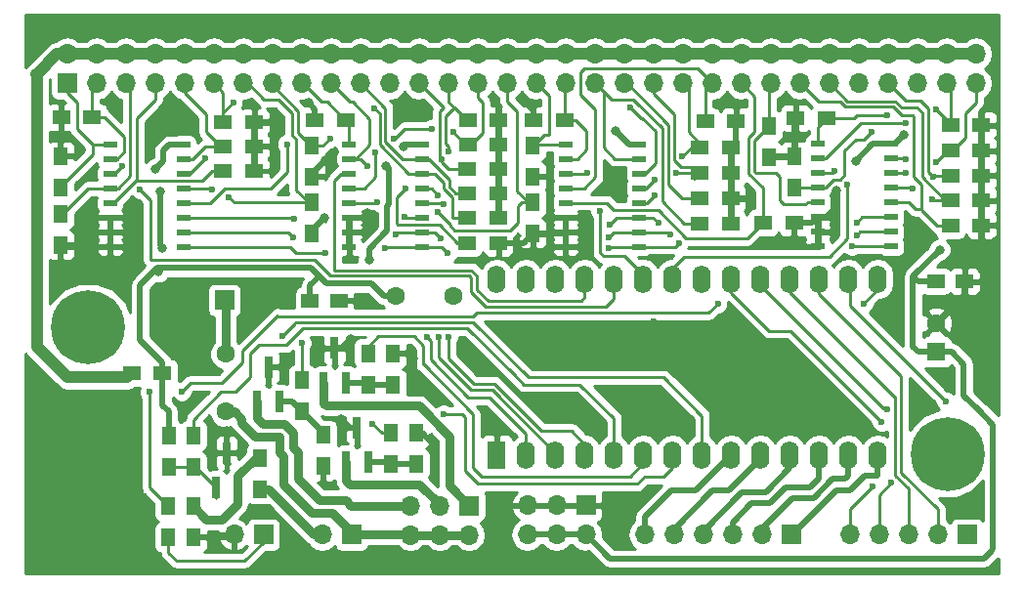
<source format=gtl>
G04 #@! TF.FileFunction,Copper,L1,Top,Signal*
%FSLAX46Y46*%
G04 Gerber Fmt 4.6, Leading zero omitted, Abs format (unit mm)*
G04 Created by KiCad (PCBNEW 4.0.4-stable) date 02/26/17 13:48:46*
%MOMM*%
%LPD*%
G01*
G04 APERTURE LIST*
%ADD10C,0.100000*%
%ADD11C,0.600000*%
%ADD12R,1.143000X0.508000*%
%ADD13R,1.600000X1.600000*%
%ADD14C,1.600000*%
%ADD15R,1.300000X1.500000*%
%ADD16R,1.600000X2.400000*%
%ADD17O,1.600000X2.400000*%
%ADD18R,1.500000X1.250000*%
%ADD19R,0.800000X1.900000*%
%ADD20R,1.500000X1.300000*%
%ADD21R,1.700000X1.700000*%
%ADD22O,1.700000X1.700000*%
%ADD23C,6.400000*%
%ADD24C,0.800000*%
%ADD25C,0.750000*%
%ADD26C,0.500000*%
%ADD27C,0.250000*%
%ADD28C,1.000000*%
G04 APERTURE END LIST*
D10*
D11*
X228175000Y-138525000D03*
X181275000Y-114075000D03*
X190325000Y-129425000D03*
X229975000Y-130250000D03*
X225350000Y-130975000D03*
X215950000Y-126325000D03*
X214050000Y-124775000D03*
X223300000Y-129225000D03*
X208425000Y-104400000D03*
X250925000Y-121175000D03*
X197500000Y-108725000D03*
X183525000Y-103425000D03*
X230175000Y-136875000D03*
X226625000Y-140875000D03*
D12*
X189650000Y-106905000D03*
X189650000Y-109445000D03*
X189650000Y-110715000D03*
X189650000Y-111985000D03*
X189650000Y-113255000D03*
X189650000Y-114525000D03*
X189650000Y-115795000D03*
X183300000Y-115795000D03*
X183300000Y-114525000D03*
X183300000Y-113255000D03*
X183300000Y-111985000D03*
X183300000Y-110715000D03*
X183300000Y-109445000D03*
X183300000Y-108175000D03*
X183300000Y-106905000D03*
X189650000Y-108175000D03*
X210375000Y-106880000D03*
X210375000Y-109420000D03*
X210375000Y-110690000D03*
X210375000Y-111960000D03*
X210375000Y-113230000D03*
X210375000Y-114500000D03*
X210375000Y-115770000D03*
X204025000Y-115770000D03*
X204025000Y-114500000D03*
X204025000Y-113230000D03*
X204025000Y-111960000D03*
X204025000Y-110690000D03*
X204025000Y-109420000D03*
X204025000Y-108150000D03*
X204025000Y-106880000D03*
X210375000Y-108150000D03*
X229125000Y-106880000D03*
X229125000Y-109420000D03*
X229125000Y-110690000D03*
X229125000Y-111960000D03*
X229125000Y-113230000D03*
X229125000Y-114500000D03*
X229125000Y-115770000D03*
X222775000Y-115770000D03*
X222775000Y-114500000D03*
X222775000Y-113230000D03*
X222775000Y-111960000D03*
X222775000Y-110690000D03*
X222775000Y-109420000D03*
X222775000Y-108150000D03*
X222775000Y-106880000D03*
X229125000Y-108150000D03*
D13*
X254900000Y-124900000D03*
D14*
X254900000Y-122400000D03*
D12*
X250975000Y-106855000D03*
X250975000Y-109395000D03*
X250975000Y-110665000D03*
X250975000Y-111935000D03*
X250975000Y-113205000D03*
X250975000Y-114475000D03*
X250975000Y-115745000D03*
X244625000Y-115745000D03*
X244625000Y-114475000D03*
X244625000Y-113205000D03*
X244625000Y-111935000D03*
X244625000Y-110665000D03*
X244625000Y-109395000D03*
X244625000Y-108125000D03*
X244625000Y-106855000D03*
X250975000Y-108125000D03*
D11*
X259350000Y-116900000D03*
X259400000Y-123650000D03*
X196200000Y-121750000D03*
X185500000Y-130600000D03*
X185250000Y-133550000D03*
X185350000Y-138200000D03*
X241825000Y-102900000D03*
X259650000Y-100350000D03*
X188760000Y-104300000D03*
X227075000Y-110050000D03*
X185250000Y-113950000D03*
X216750000Y-122650000D03*
X242125000Y-124525000D03*
X186950000Y-106070000D03*
X230800000Y-116825000D03*
X205150000Y-120475000D03*
X188925000Y-123925000D03*
X190075000Y-119500000D03*
X181525000Y-109525000D03*
X179050000Y-128600000D03*
X179600000Y-133550000D03*
X180900000Y-141750000D03*
X178950000Y-117875000D03*
X198550000Y-118975000D03*
X198425000Y-110975000D03*
X188425000Y-121150000D03*
X196300000Y-120000000D03*
X221875000Y-123925000D03*
X219325000Y-124900000D03*
X216275000Y-131050000D03*
X209800000Y-127375000D03*
X211600000Y-128850000D03*
X184450000Y-118500000D03*
X211400000Y-134675000D03*
X190250000Y-125750000D03*
X183750000Y-140850000D03*
X185225000Y-142800000D03*
X197050000Y-143550000D03*
X199200000Y-141250000D03*
X187800000Y-143300000D03*
X202900000Y-143250000D03*
X202400000Y-136525000D03*
X206850000Y-142950000D03*
X209700000Y-143350000D03*
X214300000Y-143350000D03*
X217100000Y-138900000D03*
X217100000Y-143000000D03*
X220000000Y-143250000D03*
X225250000Y-143400000D03*
X259750000Y-143600000D03*
X256400000Y-138300000D03*
X259250000Y-127100000D03*
X252700000Y-116425000D03*
X221375000Y-110850000D03*
X253175000Y-114300000D03*
X259400000Y-120350000D03*
X253550000Y-129450000D03*
X255675000Y-127325000D03*
X220000000Y-129125000D03*
X242950000Y-127425000D03*
X237350000Y-127500000D03*
X233275000Y-124950000D03*
X232800000Y-130650000D03*
X227375000Y-128275000D03*
X236800000Y-122125000D03*
X230425000Y-122275000D03*
X226975000Y-124075000D03*
X224550000Y-122400000D03*
X257400000Y-96550000D03*
X252400000Y-96550000D03*
X247400000Y-96550000D03*
X242400000Y-96550000D03*
X237400000Y-96550000D03*
X232400000Y-96550000D03*
X227400000Y-96550000D03*
X222400000Y-96550000D03*
X217400000Y-96550000D03*
X212400000Y-96550000D03*
X207400000Y-96550000D03*
X202400000Y-96550000D03*
X197400000Y-96550000D03*
X192400000Y-96550000D03*
X187400000Y-96550000D03*
X182400000Y-96550000D03*
D15*
X199900000Y-130000000D03*
X199900000Y-127300000D03*
D16*
X216800000Y-133800000D03*
D17*
X249820000Y-118560000D03*
X219340000Y-133800000D03*
X247280000Y-118560000D03*
X221880000Y-133800000D03*
X244740000Y-118560000D03*
X224420000Y-133800000D03*
X242200000Y-118560000D03*
X226960000Y-133800000D03*
X239660000Y-118560000D03*
X229500000Y-133800000D03*
X237120000Y-118560000D03*
X232040000Y-133800000D03*
X234580000Y-118560000D03*
X234580000Y-133800000D03*
X232040000Y-118560000D03*
X237120000Y-133800000D03*
X229500000Y-118560000D03*
X239660000Y-133800000D03*
X226960000Y-118560000D03*
X242200000Y-133800000D03*
X224420000Y-118560000D03*
X244740000Y-133800000D03*
X221880000Y-118560000D03*
X247280000Y-133800000D03*
X219340000Y-118560000D03*
X249820000Y-133800000D03*
X216800000Y-118560000D03*
D15*
X200750000Y-114650000D03*
X200750000Y-111950000D03*
D18*
X203125000Y-120450000D03*
X200625000Y-120450000D03*
D14*
X208050000Y-120050000D03*
X213050000Y-120050000D03*
D19*
X196050000Y-129200000D03*
X197950000Y-129200000D03*
X197000000Y-126200000D03*
X203750000Y-134450000D03*
X205650000Y-134450000D03*
X204700000Y-131450000D03*
X201800000Y-127550000D03*
X203700000Y-127550000D03*
X202750000Y-124550000D03*
X192450000Y-136650000D03*
X194350000Y-136650000D03*
X193400000Y-133650000D03*
D15*
X188350000Y-138250000D03*
X188350000Y-140950000D03*
D20*
X187850000Y-126700000D03*
X185150000Y-126700000D03*
D15*
X190500000Y-140950000D03*
X190500000Y-138250000D03*
X207800000Y-125000000D03*
X207800000Y-127700000D03*
X209800000Y-131900000D03*
X209800000Y-134600000D03*
X201750000Y-134800000D03*
X201750000Y-132100000D03*
D20*
X214250000Y-115425000D03*
X216950000Y-115425000D03*
X214250000Y-111125000D03*
X216950000Y-111125000D03*
X214250000Y-113225000D03*
X216950000Y-113225000D03*
D15*
X188366400Y-132152400D03*
X188366400Y-134852400D03*
D20*
X214250000Y-109025000D03*
X216950000Y-109025000D03*
X214275000Y-104825000D03*
X216975000Y-104825000D03*
X214275000Y-106925000D03*
X216975000Y-106925000D03*
D15*
X219925000Y-111925000D03*
X219925000Y-114625000D03*
X219925000Y-107000000D03*
X219925000Y-109700000D03*
D20*
X222675000Y-104775000D03*
X219975000Y-104775000D03*
D15*
X207650000Y-134600000D03*
X207650000Y-131900000D03*
D20*
X201025000Y-104800000D03*
X203725000Y-104800000D03*
D15*
X200750000Y-109700000D03*
X200750000Y-107000000D03*
X205650000Y-127700000D03*
X205650000Y-125000000D03*
D20*
X195800000Y-104950000D03*
X193100000Y-104950000D03*
D15*
X190500000Y-134850000D03*
X190500000Y-132150000D03*
D20*
X195800000Y-107075000D03*
X193100000Y-107075000D03*
X195800000Y-109200000D03*
X193100000Y-109200000D03*
D15*
X196300000Y-134100000D03*
X196300000Y-136800000D03*
X179000000Y-115625000D03*
X179000000Y-112925000D03*
D20*
X179050000Y-104575000D03*
X181750000Y-104575000D03*
D15*
X179000000Y-107925000D03*
X179000000Y-110625000D03*
D20*
X242700000Y-104600000D03*
X245400000Y-104600000D03*
X258800000Y-105250000D03*
X256100000Y-105250000D03*
X258800000Y-107450000D03*
X256100000Y-107450000D03*
X258800000Y-109600000D03*
X256100000Y-109600000D03*
X258800000Y-111750000D03*
X256100000Y-111750000D03*
D15*
X242600000Y-107950000D03*
X242600000Y-110650000D03*
D20*
X258800000Y-113900000D03*
X256100000Y-113900000D03*
D15*
X240400000Y-108000000D03*
X240400000Y-105300000D03*
D20*
X242550000Y-113700000D03*
X239850000Y-113700000D03*
X237550000Y-104900000D03*
X234850000Y-104900000D03*
X237100000Y-107150000D03*
X234400000Y-107150000D03*
X237100000Y-109375000D03*
X234400000Y-109375000D03*
X237100000Y-111575000D03*
X234400000Y-111575000D03*
X237100000Y-113775000D03*
X234400000Y-113775000D03*
D14*
X193300000Y-130050000D03*
X193300000Y-125050000D03*
D21*
X193200000Y-120400000D03*
X196596000Y-140716000D03*
D22*
X194056000Y-140716000D03*
D18*
X257350000Y-118775000D03*
X254850000Y-118775000D03*
D21*
X214400000Y-138200000D03*
D22*
X214400000Y-140740000D03*
X211860000Y-138200000D03*
X211860000Y-140740000D03*
X209320000Y-138200000D03*
X209320000Y-140740000D03*
D21*
X224536000Y-138176000D03*
D22*
X224536000Y-140716000D03*
X221996000Y-138176000D03*
X221996000Y-140716000D03*
X219456000Y-138176000D03*
X219456000Y-140716000D03*
D21*
X204216000Y-140716000D03*
D22*
X201676000Y-140716000D03*
D21*
X242316000Y-140716000D03*
D22*
X239776000Y-140716000D03*
X237236000Y-140716000D03*
X234696000Y-140716000D03*
X232156000Y-140716000D03*
X229616000Y-140716000D03*
D21*
X179600000Y-101600000D03*
D22*
X179600000Y-99060000D03*
X182140000Y-101600000D03*
X182140000Y-99060000D03*
X184680000Y-101600000D03*
X184680000Y-99060000D03*
X187220000Y-101600000D03*
X187220000Y-99060000D03*
X189760000Y-101600000D03*
X189760000Y-99060000D03*
X192300000Y-101600000D03*
X192300000Y-99060000D03*
X194840000Y-101600000D03*
X194840000Y-99060000D03*
X197380000Y-101600000D03*
X197380000Y-99060000D03*
X199920000Y-101600000D03*
X199920000Y-99060000D03*
X202460000Y-101600000D03*
X202460000Y-99060000D03*
X205000000Y-101600000D03*
X205000000Y-99060000D03*
X207540000Y-101600000D03*
X207540000Y-99060000D03*
X210080000Y-101600000D03*
X210080000Y-99060000D03*
X212620000Y-101600000D03*
X212620000Y-99060000D03*
X215160000Y-101600000D03*
X215160000Y-99060000D03*
X217700000Y-101600000D03*
X217700000Y-99060000D03*
X220240000Y-101600000D03*
X220240000Y-99060000D03*
X222780000Y-101600000D03*
X222780000Y-99060000D03*
X225320000Y-101600000D03*
X225320000Y-99060000D03*
X227860000Y-101600000D03*
X227860000Y-99060000D03*
X230400000Y-101600000D03*
X230400000Y-99060000D03*
X232940000Y-101600000D03*
X232940000Y-99060000D03*
X235480000Y-101600000D03*
X235480000Y-99060000D03*
X238020000Y-101600000D03*
X238020000Y-99060000D03*
X240560000Y-101600000D03*
X240560000Y-99060000D03*
X243100000Y-101600000D03*
X243100000Y-99060000D03*
X245640000Y-101600000D03*
X245640000Y-99060000D03*
X248180000Y-101600000D03*
X248180000Y-99060000D03*
X250720000Y-101600000D03*
X250720000Y-99060000D03*
X253260000Y-101600000D03*
X253260000Y-99060000D03*
X255800000Y-101600000D03*
X255800000Y-99060000D03*
X258340000Y-101600000D03*
X258340000Y-99060000D03*
D21*
X257556000Y-140716000D03*
D22*
X255016000Y-140716000D03*
X252476000Y-140716000D03*
X249936000Y-140716000D03*
X247396000Y-140716000D03*
D23*
X181400000Y-122720000D03*
X255870000Y-133720000D03*
D11*
X177210000Y-97090000D03*
D24*
X255175000Y-116025000D03*
X252075000Y-106075000D03*
X247925000Y-108325000D03*
X227125000Y-105750000D03*
X208750000Y-107050000D03*
X207200000Y-108750000D03*
X205725000Y-116925000D03*
X187200000Y-109050000D03*
X187600000Y-111000000D03*
X187825000Y-115900000D03*
X187475000Y-117950000D03*
X203300000Y-130700000D03*
X216650000Y-103250000D03*
X257875000Y-120775000D03*
X205550000Y-112850000D03*
X197600000Y-105025000D03*
X181850000Y-115825000D03*
X178975000Y-106175000D03*
X200475000Y-103275000D03*
X201925000Y-108275000D03*
X201850000Y-113300000D03*
X224400000Y-113000000D03*
X218950000Y-102975000D03*
X238900000Y-111525000D03*
X246250000Y-110900000D03*
X259600000Y-103400000D03*
X258750000Y-115650000D03*
X242600000Y-106350000D03*
X198550000Y-125750000D03*
X204150000Y-123750000D03*
X209550000Y-125450000D03*
X193400000Y-131700000D03*
D11*
X191550000Y-108075000D03*
X193950000Y-103275000D03*
X193575000Y-111475000D03*
X192100000Y-110825000D03*
X202350000Y-106375000D03*
X198625000Y-106875000D03*
X208875000Y-110725000D03*
X205600000Y-108775000D03*
X206175000Y-103750000D03*
X212025000Y-108225000D03*
X211725000Y-111275000D03*
X212175000Y-112075000D03*
X212600000Y-107500000D03*
X211150000Y-105550000D03*
X213025000Y-105850000D03*
X207850000Y-106400000D03*
X206300000Y-107600000D03*
X211725000Y-112775000D03*
X206475000Y-111875000D03*
X228375000Y-103700000D03*
X232350000Y-109400000D03*
X230450000Y-109975000D03*
X232875000Y-107950000D03*
X230450000Y-111275000D03*
X252850000Y-110750000D03*
X254550000Y-111650000D03*
X249300000Y-105800000D03*
X252250000Y-109400000D03*
X254600000Y-109700000D03*
X250600000Y-104350000D03*
X254900000Y-103900000D03*
X252250000Y-105050000D03*
X252250000Y-108150000D03*
X254900000Y-108450000D03*
X255700000Y-129150000D03*
X250600000Y-129900000D03*
X251000000Y-136250000D03*
X249350000Y-136550000D03*
X250150000Y-130950000D03*
X210750000Y-123575000D03*
X247575000Y-115700000D03*
X232575000Y-115425000D03*
X226475000Y-115850000D03*
X212575000Y-116325000D03*
X207100000Y-115900000D03*
X201925000Y-116350000D03*
X211750000Y-123575000D03*
X247975000Y-114775000D03*
X231825000Y-114675000D03*
X226475000Y-114975000D03*
X211925000Y-115000000D03*
X208075000Y-114725000D03*
X199150000Y-114925000D03*
X212625000Y-123600000D03*
X248025000Y-113650000D03*
X230825000Y-113725000D03*
X226550000Y-113825000D03*
X208825000Y-113175000D03*
X199275000Y-113375000D03*
X184350000Y-108750000D03*
X185900000Y-110800000D03*
X224600000Y-109400000D03*
X225775000Y-112675000D03*
X247150000Y-110400000D03*
X246050000Y-109200000D03*
X189500000Y-128300000D03*
X186690000Y-128350000D03*
X248600000Y-120700000D03*
X235950000Y-120700000D03*
X199900000Y-124100000D03*
X198200000Y-123500000D03*
X206050000Y-131100000D03*
X212200000Y-130300000D03*
D25*
X207800000Y-129550000D02*
X210050000Y-129550000D01*
X210050000Y-129550000D02*
X212700000Y-132200000D01*
X212700000Y-132200000D02*
X212700000Y-136500000D01*
X212700000Y-136500000D02*
X214400000Y-138200000D01*
X201800000Y-127550000D02*
X201800000Y-129350000D01*
X201800000Y-129350000D02*
X202000000Y-129550000D01*
X202000000Y-129550000D02*
X207800000Y-129550000D01*
X214650000Y-137950000D02*
X214400000Y-138200000D01*
X194700000Y-131050000D02*
X194700000Y-130700000D01*
X198000000Y-132650000D02*
X198000000Y-132200000D01*
X198000000Y-133550000D02*
X198000000Y-132650000D01*
X198350000Y-133900000D02*
X198000000Y-133550000D01*
X198350000Y-136400000D02*
X198350000Y-133900000D01*
X200800000Y-138850000D02*
X198350000Y-136400000D01*
X202550000Y-138850000D02*
X200800000Y-138850000D01*
X204216000Y-140516000D02*
X202550000Y-138850000D01*
X195850000Y-132200000D02*
X194700000Y-131050000D01*
X198000000Y-132200000D02*
X195850000Y-132200000D01*
X194700000Y-130700000D02*
X194050000Y-130050000D01*
X194050000Y-130050000D02*
X193300000Y-130050000D01*
X204216000Y-140716000D02*
X204216000Y-140516000D01*
X204216000Y-140716000D02*
X209296000Y-140716000D01*
X209296000Y-140716000D02*
X209320000Y-140740000D01*
X209296000Y-140716000D02*
X209320000Y-140740000D01*
X209296000Y-140716000D02*
X209320000Y-140740000D01*
X209320000Y-140740000D02*
X208840000Y-140740000D01*
X209320000Y-140740000D02*
X209240000Y-140740000D01*
X209296000Y-140716000D02*
X209320000Y-140740000D01*
X209320000Y-140740000D02*
X214400000Y-140740000D01*
X210100000Y-136350000D02*
X204050000Y-136350000D01*
X204050000Y-136350000D02*
X203750000Y-136050000D01*
X203750000Y-136050000D02*
X203750000Y-134450000D01*
X210100000Y-136350000D02*
X211860000Y-138110000D01*
X211860000Y-138200000D02*
X211860000Y-138110000D01*
X199150000Y-133200000D02*
X199150000Y-131850000D01*
X199150000Y-131850000D02*
X198400000Y-131100000D01*
X198400000Y-131100000D02*
X196550000Y-131100000D01*
X196550000Y-131100000D02*
X196050000Y-130600000D01*
X196050000Y-130600000D02*
X196050000Y-129200000D01*
X199575000Y-133625000D02*
X199575000Y-135875000D01*
X199575000Y-135875000D02*
X201450000Y-137750000D01*
X201450000Y-137750000D02*
X203700000Y-137750000D01*
X203700000Y-137750000D02*
X204150000Y-138200000D01*
X209320000Y-138200000D02*
X204150000Y-138200000D01*
X199575000Y-133625000D02*
X199150000Y-133200000D01*
X208800000Y-138200000D02*
X209320000Y-138200000D01*
D26*
X188366400Y-132152400D02*
X188366400Y-130041400D01*
X187850000Y-129525000D02*
X187850000Y-126700000D01*
X188366400Y-130041400D02*
X187850000Y-129525000D01*
X200625000Y-120450000D02*
X200625000Y-119125000D01*
X200625000Y-119125000D02*
X201412500Y-118337500D01*
X254850000Y-118775000D02*
X253325000Y-118775000D01*
X253325000Y-118775000D02*
X252875000Y-118325000D01*
X254900000Y-124900000D02*
X256250000Y-124900000D01*
X257275000Y-125925000D02*
X257275000Y-128675000D01*
X256250000Y-124900000D02*
X257275000Y-125925000D01*
X250975000Y-106855000D02*
X251295000Y-106855000D01*
X251295000Y-106855000D02*
X252075000Y-106075000D01*
X253350000Y-124900000D02*
X254900000Y-124900000D01*
X252875000Y-124425000D02*
X253350000Y-124900000D01*
X252875000Y-118325000D02*
X252875000Y-124425000D01*
X255175000Y-116025000D02*
X252875000Y-118325000D01*
X247925000Y-108325000D02*
X249395000Y-106855000D01*
X249395000Y-106855000D02*
X250975000Y-106855000D01*
X228255000Y-106880000D02*
X229125000Y-106880000D01*
X227125000Y-105750000D02*
X228255000Y-106880000D01*
X205725000Y-116925000D02*
X205725000Y-115950000D01*
X208920000Y-106880000D02*
X210375000Y-106880000D01*
X208750000Y-107050000D02*
X208920000Y-106880000D01*
X207425000Y-108975000D02*
X207200000Y-108750000D01*
X207425000Y-112100000D02*
X207425000Y-108975000D01*
X207275000Y-112250000D02*
X207425000Y-112100000D01*
X207275000Y-114400000D02*
X207275000Y-112250000D01*
X205725000Y-115950000D02*
X207275000Y-114400000D01*
X205800000Y-117000000D02*
X205800000Y-117025000D01*
X205725000Y-116925000D02*
X205800000Y-117000000D01*
X187425000Y-117600000D02*
X187425000Y-117900000D01*
X188420000Y-106905000D02*
X189650000Y-106905000D01*
X187900000Y-107425000D02*
X188420000Y-106905000D01*
X187900000Y-108350000D02*
X187900000Y-107425000D01*
X187200000Y-109050000D02*
X187900000Y-108350000D01*
X187600000Y-115675000D02*
X187600000Y-111000000D01*
X187825000Y-115900000D02*
X187600000Y-115675000D01*
X187425000Y-117900000D02*
X187475000Y-117950000D01*
X185887500Y-119487500D02*
X185887500Y-119112500D01*
X206994996Y-120050000D02*
X205919996Y-118975000D01*
X205919996Y-118975000D02*
X202050000Y-118975000D01*
X202050000Y-118975000D02*
X201412500Y-118337500D01*
X201412500Y-118337500D02*
X200675000Y-117600000D01*
X200675000Y-117600000D02*
X187425000Y-117600000D01*
X187425000Y-117600000D02*
X187400000Y-117600000D01*
X206994996Y-120050000D02*
X208050000Y-120050000D01*
X185887500Y-119112500D02*
X187400000Y-117600000D01*
X187850000Y-126700000D02*
X187850000Y-125800000D01*
X185900000Y-119500000D02*
X185887500Y-119487500D01*
X185900000Y-123850000D02*
X185900000Y-119500000D01*
X187850000Y-125800000D02*
X185900000Y-123850000D01*
X257250000Y-128650000D02*
X257275000Y-128675000D01*
X257275000Y-128675000D02*
X258500000Y-129900000D01*
X259800000Y-138875000D02*
X259800000Y-142000000D01*
X259000000Y-142800000D02*
X226600000Y-142800000D01*
X259600000Y-142200000D02*
X259000000Y-142800000D01*
X226600000Y-142800000D02*
X226600000Y-142780000D01*
X224536000Y-140716000D02*
X226600000Y-142780000D01*
X258500000Y-129900000D02*
X259800000Y-131200000D01*
X259800000Y-131200000D02*
X259800000Y-138875000D01*
X259800000Y-142000000D02*
X259600000Y-142200000D01*
X224536000Y-140716000D02*
X221996000Y-140716000D01*
X224536000Y-140716000D02*
X219456000Y-140716000D01*
X216950000Y-113225000D02*
X216950000Y-111125000D01*
X216950000Y-115425000D02*
X219125000Y-115425000D01*
X219125000Y-115425000D02*
X219925000Y-114625000D01*
X204700000Y-131450000D02*
X204050000Y-131450000D01*
X204050000Y-131450000D02*
X203300000Y-130700000D01*
X216975000Y-104825000D02*
X216975000Y-103575000D01*
X216975000Y-103575000D02*
X216650000Y-103250000D01*
X216975000Y-106925000D02*
X216975000Y-104825000D01*
X216950000Y-111125000D02*
X216650000Y-111125000D01*
X216950000Y-109025000D02*
X216950000Y-106950000D01*
X216950000Y-106950000D02*
X216975000Y-106925000D01*
X216950000Y-111125000D02*
X216950000Y-109025000D01*
X216950000Y-115425000D02*
X216950000Y-115825000D01*
X257350000Y-119950000D02*
X257350000Y-120250000D01*
X257350000Y-120250000D02*
X257875000Y-120775000D01*
X257350000Y-118775000D02*
X257350000Y-119950000D01*
X257350000Y-119950000D02*
X254900000Y-122400000D01*
X204025000Y-113230000D02*
X205170000Y-113230000D01*
X205170000Y-113230000D02*
X205550000Y-112850000D01*
X195800000Y-109200000D02*
X195800000Y-107075000D01*
X195800000Y-107075000D02*
X195800000Y-104950000D01*
X195800000Y-104950000D02*
X195875000Y-105025000D01*
X195875000Y-105025000D02*
X197600000Y-105025000D01*
X179200000Y-115825000D02*
X181850000Y-115825000D01*
X181880000Y-115795000D02*
X181850000Y-115825000D01*
X181880000Y-115795000D02*
X183300000Y-115795000D01*
X179200000Y-115825000D02*
X179000000Y-115625000D01*
X183130000Y-115625000D02*
X183300000Y-115795000D01*
X183300000Y-115795000D02*
X183300000Y-114525000D01*
X183300000Y-114525000D02*
X183300000Y-113255000D01*
X179000000Y-107925000D02*
X179000000Y-106200000D01*
X179050000Y-106100000D02*
X178975000Y-106175000D01*
X179050000Y-106100000D02*
X179050000Y-104575000D01*
X179000000Y-106200000D02*
X178975000Y-106175000D01*
X201025000Y-104800000D02*
X201025000Y-103825000D01*
X201025000Y-103825000D02*
X200475000Y-103275000D01*
X200750000Y-109700000D02*
X200750000Y-109450000D01*
X200750000Y-109450000D02*
X201925000Y-108275000D01*
X200750000Y-114650000D02*
X200750000Y-114400000D01*
X200750000Y-114400000D02*
X201850000Y-113300000D01*
X200750000Y-109700000D02*
X201174998Y-109700000D01*
X204025000Y-115770000D02*
X204025000Y-114500000D01*
X204025000Y-114500000D02*
X204025000Y-113230000D01*
X222775000Y-113230000D02*
X221505000Y-113230000D01*
X221275000Y-109700000D02*
X219925000Y-109700000D01*
X221400000Y-109575000D02*
X221275000Y-109700000D01*
X221400000Y-113125000D02*
X221400000Y-109575000D01*
X221505000Y-113230000D02*
X221400000Y-113125000D01*
X219925000Y-114625000D02*
X222650000Y-114625000D01*
X222650000Y-114625000D02*
X222775000Y-114500000D01*
X222775000Y-113230000D02*
X224170000Y-113230000D01*
X224170000Y-113230000D02*
X224400000Y-113000000D01*
X219975000Y-104775000D02*
X219975000Y-103975000D01*
X218975000Y-102975000D02*
X218950000Y-102975000D01*
X219975000Y-103975000D02*
X218975000Y-102975000D01*
X222775000Y-115770000D02*
X222775000Y-114500000D01*
X222775000Y-114500000D02*
X222775000Y-113230000D01*
X222775000Y-113230000D02*
X222770000Y-113225000D01*
X237100000Y-111575000D02*
X238850000Y-111575000D01*
X238850000Y-111575000D02*
X238900000Y-111525000D01*
X237100000Y-113775000D02*
X237100000Y-111575000D01*
X237100000Y-111575000D02*
X237100000Y-109375000D01*
X237100000Y-109375000D02*
X237100000Y-107150000D01*
X237100000Y-107150000D02*
X237550000Y-106700000D01*
X237550000Y-106700000D02*
X237550000Y-104900000D01*
X242550000Y-113700000D02*
X243350000Y-113700000D01*
X243350000Y-113700000D02*
X244130000Y-113700000D01*
X244130000Y-113700000D02*
X244625000Y-113205000D01*
X242550000Y-113700000D02*
X242550000Y-113825000D01*
X244625000Y-115745000D02*
X244625000Y-114475000D01*
X244625000Y-114475000D02*
X244625000Y-113205000D01*
X244625000Y-113205000D02*
X244630000Y-113200000D01*
X244630000Y-113200000D02*
X245400000Y-113200000D01*
X245400000Y-113200000D02*
X246000000Y-112600000D01*
X246000000Y-112600000D02*
X246000000Y-111150000D01*
X246000000Y-111150000D02*
X246250000Y-110900000D01*
X258800000Y-105250000D02*
X258800000Y-104200000D01*
X258800000Y-104200000D02*
X259600000Y-103400000D01*
X258800000Y-105250000D02*
X258800000Y-107450000D01*
X258800000Y-107450000D02*
X258800000Y-109600000D01*
X258800000Y-109600000D02*
X258800000Y-111750000D01*
X258800000Y-111750000D02*
X258800000Y-113900000D01*
X258800000Y-113900000D02*
X258750000Y-113950000D01*
X258750000Y-113950000D02*
X258750000Y-115650000D01*
X242600000Y-107950000D02*
X242600000Y-106350000D01*
X242600000Y-106350000D02*
X242600000Y-104700000D01*
X242600000Y-104700000D02*
X242700000Y-104600000D01*
X242600000Y-107950000D02*
X240450000Y-107950000D01*
X240450000Y-107950000D02*
X240400000Y-108000000D01*
X197000000Y-126200000D02*
X198100000Y-126200000D01*
X198100000Y-126200000D02*
X198550000Y-125750000D01*
X202750000Y-124550000D02*
X203350000Y-124550000D01*
X203350000Y-124550000D02*
X204150000Y-123750000D01*
X209400000Y-125000000D02*
X209400000Y-125300000D01*
X207800000Y-125000000D02*
X209400000Y-125000000D01*
X209400000Y-125300000D02*
X209550000Y-125450000D01*
X209800000Y-131900000D02*
X210300000Y-131900000D01*
X210300000Y-131900000D02*
X211550000Y-133150000D01*
X211550000Y-133150000D02*
X211550000Y-134750000D01*
X193400000Y-133650000D02*
X193400000Y-131700000D01*
X193600000Y-134600000D02*
X193400000Y-134600000D01*
X190500000Y-140950000D02*
X193822000Y-140950000D01*
X193822000Y-140950000D02*
X194056000Y-140716000D01*
X190500000Y-140950000D02*
X190500000Y-140860000D01*
D25*
X196300000Y-136800000D02*
X197050000Y-136800000D01*
X197050000Y-136800000D02*
X200966000Y-140716000D01*
X200966000Y-140716000D02*
X201676000Y-140716000D01*
D26*
X242316000Y-140716000D02*
X242384000Y-140716000D01*
X242384000Y-140716000D02*
X246200000Y-136900000D01*
X246200000Y-136900000D02*
X247400000Y-136900000D01*
X247400000Y-136900000D02*
X248650000Y-135650000D01*
X248650000Y-135650000D02*
X249750000Y-135650000D01*
X249750000Y-135650000D02*
X249820000Y-135580000D01*
X249820000Y-135580000D02*
X249820000Y-133800000D01*
X239776000Y-140716000D02*
X239776000Y-140174000D01*
X239776000Y-140174000D02*
X242400000Y-137550000D01*
X242400000Y-137550000D02*
X244250000Y-137550000D01*
X244250000Y-137550000D02*
X245900000Y-135900000D01*
X245900000Y-135900000D02*
X247000000Y-135900000D01*
X247000000Y-135900000D02*
X247280000Y-135620000D01*
X247280000Y-135620000D02*
X247280000Y-133800000D01*
X237236000Y-140716000D02*
X237236000Y-139664000D01*
X237236000Y-139664000D02*
X238900000Y-138000000D01*
X238900000Y-138000000D02*
X240500000Y-138000000D01*
X240500000Y-138000000D02*
X241850000Y-136650000D01*
X241850000Y-136650000D02*
X243950000Y-136650000D01*
X243950000Y-136650000D02*
X244740000Y-135860000D01*
X244740000Y-135860000D02*
X244740000Y-133800000D01*
X234696000Y-140716000D02*
X234696000Y-140404000D01*
X234696000Y-140404000D02*
X238050000Y-137050000D01*
X238050000Y-137050000D02*
X240100000Y-137050000D01*
X240100000Y-137050000D02*
X242200000Y-134950000D01*
X242200000Y-134950000D02*
X242200000Y-133800000D01*
X236560000Y-136900000D02*
X236900000Y-136900000D01*
X236900000Y-136900000D02*
X239660000Y-134140000D01*
X239660000Y-134140000D02*
X239660000Y-133800000D01*
X232156000Y-140716000D02*
X232156000Y-140244000D01*
X232156000Y-140244000D02*
X235500000Y-136900000D01*
X235500000Y-136900000D02*
X236560000Y-136900000D01*
X229616000Y-140716000D02*
X229616000Y-139184000D01*
X229616000Y-139184000D02*
X231900000Y-136900000D01*
X231900000Y-136900000D02*
X234020000Y-136900000D01*
X234020000Y-136900000D02*
X237120000Y-133800000D01*
D27*
X179000000Y-110625000D02*
X179000000Y-110550000D01*
X179000000Y-110550000D02*
X181780000Y-107770000D01*
X181780000Y-107770000D02*
X181780000Y-106905000D01*
X183300000Y-106905000D02*
X181780000Y-106905000D01*
X180425000Y-103275000D02*
X179600000Y-102450000D01*
X180425000Y-105550000D02*
X180425000Y-103275000D01*
X181780000Y-106905000D02*
X180425000Y-105550000D01*
X179600000Y-102450000D02*
X179600000Y-101600000D01*
X181750000Y-104575000D02*
X181750000Y-101990000D01*
X181750000Y-101990000D02*
X182140000Y-101600000D01*
X183300000Y-108175000D02*
X183875000Y-108175000D01*
X182825000Y-104575000D02*
X181750000Y-104575000D01*
X184525000Y-106275000D02*
X182825000Y-104575000D01*
X184525000Y-107525000D02*
X184525000Y-106275000D01*
X183875000Y-108175000D02*
X184525000Y-107525000D01*
X182140000Y-101600000D02*
X182140000Y-102160000D01*
X185025000Y-101945000D02*
X185025000Y-105650000D01*
X183960000Y-110715000D02*
X185025000Y-109650000D01*
X185025000Y-109650000D02*
X185025000Y-105650000D01*
X183960000Y-110715000D02*
X183300000Y-110715000D01*
X185025000Y-101945000D02*
X184680000Y-101600000D01*
X179000000Y-112925000D02*
X179200000Y-112925000D01*
X179200000Y-112925000D02*
X181410000Y-110715000D01*
X181410000Y-110715000D02*
X183300000Y-110715000D01*
X184680000Y-101820000D02*
X184680000Y-101600000D01*
X185525000Y-110075000D02*
X191250000Y-110075000D01*
X192125000Y-109200000D02*
X193100000Y-109200000D01*
X191250000Y-110075000D02*
X192125000Y-109200000D01*
X183300000Y-111985000D02*
X183615000Y-111985000D01*
X183615000Y-111985000D02*
X185525000Y-110075000D01*
X185525000Y-110075000D02*
X185600000Y-110000000D01*
X185600000Y-110000000D02*
X185600000Y-104625000D01*
X185600000Y-104625000D02*
X187220000Y-103005000D01*
X187220000Y-103005000D02*
X187220000Y-101600000D01*
X193100000Y-107075000D02*
X192875000Y-107075000D01*
X192875000Y-107075000D02*
X191600000Y-105800000D01*
X189760000Y-102460000D02*
X189760000Y-101600000D01*
X191600000Y-104300000D02*
X189760000Y-102460000D01*
X191600000Y-105800000D02*
X191600000Y-104300000D01*
X189650000Y-108175000D02*
X190475000Y-108175000D01*
X191575000Y-107075000D02*
X193100000Y-107075000D01*
X190475000Y-108175000D02*
X191575000Y-107075000D01*
X189760000Y-101640000D02*
X189760000Y-101600000D01*
X189650000Y-109445000D02*
X190180000Y-109445000D01*
X190180000Y-109445000D02*
X191550000Y-108075000D01*
X193950000Y-103275000D02*
X193100000Y-104125000D01*
X193100000Y-104125000D02*
X193100000Y-104950000D01*
X193100000Y-104950000D02*
X193100000Y-102400000D01*
X193100000Y-102400000D02*
X192300000Y-101600000D01*
X189650000Y-110715000D02*
X191990000Y-110715000D01*
X194050000Y-111950000D02*
X200750000Y-111950000D01*
X193575000Y-111475000D02*
X194050000Y-111950000D01*
X191990000Y-110715000D02*
X192100000Y-110825000D01*
X200750000Y-111950000D02*
X200475000Y-111950000D01*
X200475000Y-111950000D02*
X199400000Y-110875000D01*
X199400000Y-110875000D02*
X199400000Y-106425000D01*
X199400000Y-106425000D02*
X199100000Y-106125000D01*
X199100000Y-106125000D02*
X199100000Y-104200000D01*
X199100000Y-104200000D02*
X197925000Y-103025000D01*
X197925000Y-103025000D02*
X196650000Y-103025000D01*
X196650000Y-103025000D02*
X195225000Y-101600000D01*
X195225000Y-101600000D02*
X194840000Y-101600000D01*
X189650000Y-111985000D02*
X191965000Y-111985000D01*
X201725000Y-107000000D02*
X200750000Y-107000000D01*
X202350000Y-106375000D02*
X201725000Y-107000000D01*
X198625000Y-109325000D02*
X198625000Y-106875000D01*
X197225000Y-110725000D02*
X198625000Y-109325000D01*
X193225000Y-110725000D02*
X197225000Y-110725000D01*
X191965000Y-111985000D02*
X193225000Y-110725000D01*
X200750000Y-107000000D02*
X200700000Y-107000000D01*
X200700000Y-107000000D02*
X199600000Y-105900000D01*
X199600000Y-105900000D02*
X199600000Y-104000000D01*
X199600000Y-104000000D02*
X197380000Y-101780000D01*
X197380000Y-101780000D02*
X197380000Y-101600000D01*
X204025000Y-106880000D02*
X204025000Y-105100000D01*
X204025000Y-105100000D02*
X202150000Y-103225000D01*
X202150000Y-103225000D02*
X201625000Y-103225000D01*
X201625000Y-103225000D02*
X200000000Y-101600000D01*
X200000000Y-101600000D02*
X199920000Y-101600000D01*
X209000000Y-113875000D02*
X208200002Y-113875000D01*
X214250000Y-115425000D02*
X213375000Y-115425000D01*
X211825000Y-113875000D02*
X209000000Y-113875000D01*
X213375000Y-115425000D02*
X211825000Y-113875000D01*
X208100002Y-111499998D02*
X208875000Y-110725000D01*
X208100002Y-113775000D02*
X208100002Y-111499998D01*
X208200002Y-113875000D02*
X208100002Y-113775000D01*
X208875000Y-110725000D02*
X209000000Y-110850000D01*
X204025000Y-108150000D02*
X204550000Y-108150000D01*
X204550000Y-108150000D02*
X205800000Y-106900000D01*
X204085000Y-103225000D02*
X202460000Y-101600000D01*
X204325000Y-103225000D02*
X204085000Y-103225000D01*
X205800000Y-104700000D02*
X204325000Y-103225000D01*
X205800000Y-106900000D02*
X205800000Y-104700000D01*
X204975000Y-108150000D02*
X204025000Y-108150000D01*
X205600000Y-108775000D02*
X204975000Y-108150000D01*
X210375000Y-108150000D02*
X210925000Y-108150000D01*
X210925000Y-108150000D02*
X212700000Y-109925000D01*
X213250000Y-111125000D02*
X214250000Y-111125000D01*
X212700000Y-110575000D02*
X213250000Y-111125000D01*
X212700000Y-109925000D02*
X212700000Y-110575000D01*
X213825000Y-111125000D02*
X214250000Y-111125000D01*
X210375000Y-108150000D02*
X208600000Y-108150000D01*
X207150000Y-103750000D02*
X205000000Y-101600000D01*
X207150000Y-106700000D02*
X207150000Y-103750000D01*
X208600000Y-108150000D02*
X207150000Y-106700000D01*
X210375000Y-109420000D02*
X211420000Y-109420000D01*
X212950000Y-113225000D02*
X214250000Y-113225000D01*
X212925000Y-113200000D02*
X212950000Y-113225000D01*
X212925000Y-111478826D02*
X212925000Y-113200000D01*
X212175000Y-110728826D02*
X212925000Y-111478826D01*
X212175000Y-110175000D02*
X212175000Y-110728826D01*
X211420000Y-109420000D02*
X212175000Y-110175000D01*
X210375000Y-109420000D02*
X209170000Y-109420000D01*
X206650000Y-104225000D02*
X206175000Y-103750000D01*
X206650000Y-106900000D02*
X206650000Y-104225000D01*
X209170000Y-109420000D02*
X206650000Y-106900000D01*
X212025000Y-108225000D02*
X211875000Y-108075000D01*
X212175000Y-103695000D02*
X210080000Y-101600000D01*
X211875000Y-103995000D02*
X212175000Y-103695000D01*
X211875000Y-108075000D02*
X211875000Y-103995000D01*
X212025000Y-108225000D02*
X212025000Y-108400000D01*
X212650000Y-109025000D02*
X214250000Y-109025000D01*
X212025000Y-108400000D02*
X212650000Y-109025000D01*
X211140000Y-110690000D02*
X211725000Y-111275000D01*
X210375000Y-110690000D02*
X211135000Y-110690000D01*
X211135000Y-110690000D02*
X211140000Y-110690000D01*
X214175000Y-108950000D02*
X214250000Y-109025000D01*
X212600000Y-107500000D02*
X212600000Y-107069998D01*
X212355002Y-104469998D02*
X213100000Y-103725000D01*
X212355002Y-106825000D02*
X212355002Y-104469998D01*
X212600000Y-107069998D02*
X212355002Y-106825000D01*
X210375000Y-111960000D02*
X212060000Y-111960000D01*
X212060000Y-111960000D02*
X212175000Y-112075000D01*
X212600000Y-107500000D02*
X212625000Y-107475000D01*
X214275000Y-104825000D02*
X214200000Y-104825000D01*
X214200000Y-104825000D02*
X213100000Y-103725000D01*
X213100000Y-103725000D02*
X212620000Y-103245000D01*
X212620000Y-103245000D02*
X212620000Y-101600000D01*
X207850000Y-106400000D02*
X208000000Y-106400000D01*
X208850000Y-105550000D02*
X211150000Y-105550000D01*
X208000000Y-106400000D02*
X208850000Y-105550000D01*
X204025000Y-110690000D02*
X205310000Y-110690000D01*
X213025000Y-105850000D02*
X214100000Y-106925000D01*
X206300000Y-109700000D02*
X206300000Y-107600000D01*
X205310000Y-110690000D02*
X206300000Y-109700000D01*
X214275000Y-106925000D02*
X214100000Y-106925000D01*
X214275000Y-106925000D02*
X214575000Y-106925000D01*
X214575000Y-106925000D02*
X215600000Y-105900000D01*
X215600000Y-105900000D02*
X215600000Y-103250000D01*
X215600000Y-103250000D02*
X215160000Y-102810000D01*
X215160000Y-102810000D02*
X215160000Y-101600000D01*
X215160000Y-101600000D02*
X215160000Y-102140000D01*
X204025000Y-111960000D02*
X206390000Y-111960000D01*
X206390000Y-111960000D02*
X206475000Y-111875000D01*
X211725000Y-112775000D02*
X212800000Y-113850000D01*
X212800000Y-113850000D02*
X212800000Y-113975000D01*
X212800000Y-113975000D02*
X213150000Y-114325000D01*
X213150000Y-114325000D02*
X217925000Y-114325000D01*
X217925000Y-114325000D02*
X218600000Y-113650000D01*
X218600000Y-113650000D02*
X218600000Y-112275000D01*
X218600000Y-112275000D02*
X218950000Y-111925000D01*
X218950000Y-111925000D02*
X219925000Y-111925000D01*
X219925000Y-111925000D02*
X219550000Y-111925000D01*
X219550000Y-111925000D02*
X218575000Y-110950000D01*
X218575000Y-110950000D02*
X218575000Y-104025000D01*
X218575000Y-104025000D02*
X217700000Y-103150000D01*
X217700000Y-103150000D02*
X217700000Y-101600000D01*
X217700000Y-101600000D02*
X217550000Y-101600000D01*
X222775000Y-106880000D02*
X220045000Y-106880000D01*
X220045000Y-106880000D02*
X220900000Y-106025000D01*
X220900000Y-106025000D02*
X221325000Y-106025000D01*
X221325000Y-106025000D02*
X221350000Y-106000000D01*
X221350000Y-106000000D02*
X221350000Y-102710000D01*
X221350000Y-102710000D02*
X220240000Y-101600000D01*
X222675000Y-104775000D02*
X223625000Y-104775000D01*
X223800000Y-108150000D02*
X222775000Y-108150000D01*
X224575000Y-107375000D02*
X223800000Y-108150000D01*
X224575000Y-105725000D02*
X224575000Y-107375000D01*
X223625000Y-104775000D02*
X224575000Y-105725000D01*
X222675000Y-104775000D02*
X222675000Y-101705000D01*
X222675000Y-101705000D02*
X222780000Y-101600000D01*
X222780000Y-102020000D02*
X222780000Y-101600000D01*
X226725000Y-103050000D02*
X226725000Y-103005000D01*
X226725000Y-103005000D02*
X226050000Y-102330000D01*
X228900000Y-103250000D02*
X228875000Y-103250000D01*
X228900000Y-103250000D02*
X231125000Y-105475000D01*
X231125000Y-105475000D02*
X231125000Y-111850000D01*
X231125000Y-111850000D02*
X233050000Y-113775000D01*
X234400000Y-113775000D02*
X233050000Y-113775000D01*
X226725000Y-103050000D02*
X226800000Y-103050000D01*
X226700000Y-103025000D02*
X226725000Y-103050000D01*
X228650000Y-103025000D02*
X226700000Y-103025000D01*
X228875000Y-103250000D02*
X228650000Y-103025000D01*
X229125000Y-108150000D02*
X227025000Y-108150000D01*
X227025000Y-108150000D02*
X226050000Y-107175000D01*
X226050000Y-107175000D02*
X226050000Y-102330000D01*
X226050000Y-102330000D02*
X225320000Y-101600000D01*
X225320000Y-101600000D02*
X225320000Y-101645000D01*
X225800000Y-102080000D02*
X225320000Y-101600000D01*
X229412500Y-104612500D02*
X229287500Y-104612500D01*
X230550000Y-105750000D02*
X229412500Y-104612500D01*
X230550000Y-108500000D02*
X230550000Y-105750000D01*
X229630000Y-109420000D02*
X230550000Y-108500000D01*
X229287500Y-104612500D02*
X228375000Y-103700000D01*
X229125000Y-109420000D02*
X229630000Y-109420000D01*
X231675000Y-108400000D02*
X231675000Y-110375000D01*
X231675000Y-105200000D02*
X231675000Y-108400000D01*
X228075000Y-101600000D02*
X231675000Y-105200000D01*
X232875000Y-111575000D02*
X234400000Y-111575000D01*
X231675000Y-110375000D02*
X232875000Y-111575000D01*
X227860000Y-101600000D02*
X228075000Y-101600000D01*
X229125000Y-110690000D02*
X229735000Y-110690000D01*
X232375000Y-109375000D02*
X234400000Y-109375000D01*
X232350000Y-109400000D02*
X232375000Y-109375000D01*
X229735000Y-110690000D02*
X230450000Y-109975000D01*
X230400000Y-101600000D02*
X230400000Y-102500000D01*
X232775000Y-108850000D02*
X233875000Y-108850000D01*
X232200000Y-108275000D02*
X232775000Y-108850000D01*
X232200000Y-104300000D02*
X232200000Y-108275000D01*
X230400000Y-102500000D02*
X232200000Y-104300000D01*
X233875000Y-108850000D02*
X234400000Y-109375000D01*
X233875000Y-108850000D02*
X234400000Y-109375000D01*
X233900000Y-109875000D02*
X234400000Y-109375000D01*
X229125000Y-111960000D02*
X229765000Y-111960000D01*
X232875000Y-107950000D02*
X233675000Y-107150000D01*
X229765000Y-111960000D02*
X230450000Y-111275000D01*
X233675000Y-107150000D02*
X234400000Y-107150000D01*
X234400000Y-107150000D02*
X234400000Y-106825000D01*
X234400000Y-106825000D02*
X233425000Y-105850000D01*
X233425000Y-105850000D02*
X233425000Y-102085000D01*
X233425000Y-102085000D02*
X232940000Y-101600000D01*
X222775000Y-110690000D02*
X224410000Y-110690000D01*
X234230000Y-100350000D02*
X235480000Y-101600000D01*
X224350000Y-100350000D02*
X234230000Y-100350000D01*
X224050000Y-100650000D02*
X224350000Y-100350000D01*
X224050000Y-102575000D02*
X224050000Y-100650000D01*
X225350000Y-103875000D02*
X224050000Y-102575000D01*
X225350000Y-109750000D02*
X225350000Y-103875000D01*
X224410000Y-110690000D02*
X225350000Y-109750000D01*
X234850000Y-104900000D02*
X234850000Y-102230000D01*
X234850000Y-102230000D02*
X235480000Y-101600000D01*
X222775000Y-111960000D02*
X226310000Y-111960000D01*
X230800000Y-112600000D02*
X233225000Y-115025000D01*
X226950000Y-112600000D02*
X230800000Y-112600000D01*
X226310000Y-111960000D02*
X226950000Y-112600000D01*
X238525000Y-115025000D02*
X239850000Y-113700000D01*
X233225000Y-115025000D02*
X238525000Y-115025000D01*
X239850000Y-113700000D02*
X239850000Y-110650000D01*
X239150000Y-102730000D02*
X238020000Y-101600000D01*
X239150000Y-105850000D02*
X239150000Y-102730000D01*
X238650000Y-106350000D02*
X239150000Y-105850000D01*
X238650000Y-109450000D02*
X238650000Y-106350000D01*
X239850000Y-110650000D02*
X238650000Y-109450000D01*
X244625000Y-111935000D02*
X243715000Y-111935000D01*
X239150000Y-106550000D02*
X240400000Y-105300000D01*
X239150000Y-109250000D02*
X239150000Y-106550000D01*
X239300000Y-109400000D02*
X239150000Y-109250000D01*
X241000000Y-109400000D02*
X239300000Y-109400000D01*
X241300000Y-109700000D02*
X241000000Y-109400000D01*
X241300000Y-111700000D02*
X241300000Y-109700000D01*
X241650000Y-112050000D02*
X241300000Y-111700000D01*
X243600000Y-112050000D02*
X241650000Y-112050000D01*
X243715000Y-111935000D02*
X243600000Y-112050000D01*
X240400000Y-105300000D02*
X240400000Y-101760000D01*
X240400000Y-101760000D02*
X240560000Y-101600000D01*
X253600000Y-112500000D02*
X253050000Y-112500000D01*
X252485000Y-111935000D02*
X250975000Y-111935000D01*
X253050000Y-112500000D02*
X252485000Y-111935000D01*
X256100000Y-113900000D02*
X254950000Y-113900000D01*
X244700000Y-103200000D02*
X243100000Y-101600000D01*
X246561174Y-103200000D02*
X244700000Y-103200000D01*
X246991176Y-103630002D02*
X246561174Y-103200000D01*
X251151176Y-103630002D02*
X246991176Y-103630002D01*
X251871174Y-104350000D02*
X251151176Y-103630002D01*
X252800000Y-104350000D02*
X251871174Y-104350000D01*
X252950000Y-104500000D02*
X252800000Y-104350000D01*
X252950000Y-109750000D02*
X252950000Y-104500000D01*
X253600000Y-110400000D02*
X252950000Y-109750000D01*
X253600000Y-112550000D02*
X253600000Y-112500000D01*
X253600000Y-112500000D02*
X253600000Y-110400000D01*
X254950000Y-113900000D02*
X253600000Y-112550000D01*
X256100000Y-111750000D02*
X254650000Y-111750000D01*
X252765000Y-110665000D02*
X250975000Y-110665000D01*
X252850000Y-110750000D02*
X252765000Y-110665000D01*
X254650000Y-111750000D02*
X254550000Y-111650000D01*
X256100000Y-111750000D02*
X255650000Y-111750000D01*
X255650000Y-111750000D02*
X253650000Y-109750000D01*
X253650000Y-109750000D02*
X253650000Y-104150000D01*
X253650000Y-104150000D02*
X253200000Y-103700000D01*
X253200000Y-103700000D02*
X251900000Y-103700000D01*
X251900000Y-103700000D02*
X251350000Y-103150000D01*
X251350000Y-103150000D02*
X247190000Y-103150000D01*
X247190000Y-103150000D02*
X245640000Y-101600000D01*
X245285000Y-110665000D02*
X246000000Y-109950000D01*
X246000000Y-109950000D02*
X246550000Y-109950000D01*
X246550000Y-109950000D02*
X246950000Y-109550000D01*
X246950000Y-109550000D02*
X246950000Y-107450000D01*
X245285000Y-110665000D02*
X244625000Y-110665000D01*
X247900000Y-106500000D02*
X246950000Y-107450000D01*
X248600000Y-106500000D02*
X247900000Y-106500000D01*
X249300000Y-105800000D02*
X248600000Y-106500000D01*
X244625000Y-110665000D02*
X242615000Y-110665000D01*
X242615000Y-110665000D02*
X242600000Y-110650000D01*
X244625000Y-110665000D02*
X245185000Y-110665000D01*
X254200000Y-108350000D02*
X254200000Y-109300000D01*
X253500000Y-103100000D02*
X254200000Y-103800000D01*
X250720000Y-101600000D02*
X252220000Y-103100000D01*
X253500000Y-103100000D02*
X252220000Y-103100000D01*
X254200000Y-103800000D02*
X254200000Y-108350000D01*
X254200000Y-109300000D02*
X254600000Y-109700000D01*
X254750000Y-109550000D02*
X254600000Y-109700000D01*
X256100000Y-109600000D02*
X254700000Y-109600000D01*
X252245000Y-109395000D02*
X250975000Y-109395000D01*
X252250000Y-109400000D02*
X252245000Y-109395000D01*
X254700000Y-109600000D02*
X254600000Y-109700000D01*
X256100000Y-109600000D02*
X255550000Y-109600000D01*
X244625000Y-106855000D02*
X244625000Y-105375000D01*
X244625000Y-105375000D02*
X245400000Y-104600000D01*
X245400000Y-104600000D02*
X247750000Y-104600000D01*
X248000000Y-104350000D02*
X250600000Y-104350000D01*
X247750000Y-104600000D02*
X248000000Y-104350000D01*
X244245000Y-106855000D02*
X244625000Y-106855000D01*
X244625000Y-108125000D02*
X245275000Y-108125000D01*
X254900000Y-103900000D02*
X256100000Y-105100000D01*
X248350000Y-105050000D02*
X252250000Y-105050000D01*
X245275000Y-108125000D02*
X248350000Y-105050000D01*
X256100000Y-105100000D02*
X256100000Y-105250000D01*
X256100000Y-105250000D02*
X256100000Y-101900000D01*
X256100000Y-101900000D02*
X255800000Y-101600000D01*
X256100000Y-107450000D02*
X255900000Y-107450000D01*
X255900000Y-107450000D02*
X254900000Y-108450000D01*
X252225000Y-108125000D02*
X250975000Y-108125000D01*
X252250000Y-108150000D02*
X252225000Y-108125000D01*
X256100000Y-107450000D02*
X256300000Y-107450000D01*
X256300000Y-107450000D02*
X257400000Y-106350000D01*
X257400000Y-106350000D02*
X257400000Y-104200000D01*
X257400000Y-104200000D02*
X258340000Y-103260000D01*
X258340000Y-103260000D02*
X258340000Y-101600000D01*
X249450000Y-122900000D02*
X247450000Y-120900000D01*
X255700000Y-129150000D02*
X249450000Y-122900000D01*
X247450000Y-120900000D02*
X247450000Y-118730000D01*
X247450000Y-118730000D02*
X247280000Y-118560000D01*
X257556000Y-140716000D02*
X257556000Y-140344000D01*
X244740000Y-118560000D02*
X244740000Y-119890000D01*
X251850000Y-127000000D02*
X245850000Y-121000000D01*
X255016000Y-138516000D02*
X255016000Y-140716000D01*
X251850000Y-135350000D02*
X251850000Y-127000000D01*
X255016000Y-138516000D02*
X251850000Y-135350000D01*
X244740000Y-119890000D02*
X245850000Y-121000000D01*
X255016000Y-140716000D02*
X255016000Y-140384000D01*
X242200000Y-118560000D02*
X242200000Y-119700000D01*
X242200000Y-119700000D02*
X251350000Y-128850000D01*
X251350000Y-128850000D02*
X251300000Y-128800000D01*
X251300000Y-128800000D02*
X251350000Y-128800000D01*
X252476000Y-140716000D02*
X252476000Y-136726000D01*
X251350000Y-135600000D02*
X251350000Y-128800000D01*
X252476000Y-136726000D02*
X251350000Y-135600000D01*
X239660000Y-118560000D02*
X239660000Y-119110000D01*
X239660000Y-119110000D02*
X242950000Y-122400000D01*
X249936000Y-140716000D02*
X249936000Y-137314000D01*
X250300000Y-129750000D02*
X242950000Y-122400000D01*
X250450000Y-129750000D02*
X250300000Y-129750000D01*
X250600000Y-129900000D02*
X250450000Y-129750000D01*
X249936000Y-137314000D02*
X251000000Y-136250000D01*
X237120000Y-118560000D02*
X237120000Y-119770000D01*
X247396000Y-138504000D02*
X249350000Y-136550000D01*
X250150000Y-130950000D02*
X242250000Y-123050000D01*
X247396000Y-138504000D02*
X247396000Y-140716000D01*
X240400000Y-123050000D02*
X242250000Y-123050000D01*
X237120000Y-119770000D02*
X240400000Y-123050000D01*
D26*
X201750000Y-132100000D02*
X201750000Y-131850000D01*
X201750000Y-131850000D02*
X199900000Y-130000000D01*
X197950000Y-129200000D02*
X199100000Y-129200000D01*
X199100000Y-129200000D02*
X199900000Y-130000000D01*
X205650000Y-134450000D02*
X207500000Y-134450000D01*
X207500000Y-134450000D02*
X207650000Y-134600000D01*
X207650000Y-134600000D02*
X209800000Y-134600000D01*
X205650000Y-127700000D02*
X207800000Y-127700000D01*
X203700000Y-127550000D02*
X205500000Y-127550000D01*
X205500000Y-127550000D02*
X205650000Y-127700000D01*
D27*
X202700000Y-117800000D02*
X202700000Y-110050000D01*
X203330000Y-109420000D02*
X204025000Y-109420000D01*
X202700000Y-110050000D02*
X203330000Y-109420000D01*
X224420000Y-118560000D02*
X224420000Y-120130000D01*
X214300000Y-117800000D02*
X202925000Y-117800000D01*
X202925000Y-117800000D02*
X202700000Y-117800000D01*
X214600000Y-117800000D02*
X214300000Y-117800000D01*
X215100000Y-118300000D02*
X214600000Y-117800000D01*
X215100000Y-119500000D02*
X215100000Y-118300000D01*
X216050000Y-120450000D02*
X215100000Y-119500000D01*
X224100000Y-120450000D02*
X216050000Y-120450000D01*
X224420000Y-120130000D02*
X224100000Y-120450000D01*
X219340000Y-131990000D02*
X216175000Y-128825000D01*
X216175000Y-128825000D02*
X214350000Y-128825000D01*
X214350000Y-128825000D02*
X211100000Y-125575000D01*
X211100000Y-125575000D02*
X211100000Y-123925000D01*
X211100000Y-123925000D02*
X210750000Y-123575000D01*
X219340000Y-133800000D02*
X219340000Y-131990000D01*
X210375000Y-115800000D02*
X210375000Y-115770000D01*
X229125000Y-115770000D02*
X232230000Y-115770000D01*
X247620000Y-115745000D02*
X250975000Y-115745000D01*
X247575000Y-115700000D02*
X247620000Y-115745000D01*
X232230000Y-115770000D02*
X232575000Y-115425000D01*
X210375000Y-115770000D02*
X212020000Y-115770000D01*
X226555000Y-115770000D02*
X229125000Y-115770000D01*
X226475000Y-115850000D02*
X226555000Y-115770000D01*
X212020000Y-115770000D02*
X212575000Y-116325000D01*
X189650000Y-115795000D02*
X198895000Y-115795000D01*
X207230000Y-115770000D02*
X210375000Y-115770000D01*
X207100000Y-115900000D02*
X207230000Y-115770000D01*
X199450000Y-116350000D02*
X201925000Y-116350000D01*
X198895000Y-115795000D02*
X199450000Y-116350000D01*
X221880000Y-133800000D02*
X221880000Y-133680000D01*
X221880000Y-133680000D02*
X216400000Y-128200000D01*
X216400000Y-128200000D02*
X214575000Y-128200000D01*
X214575000Y-128200000D02*
X211750000Y-125375000D01*
X211750000Y-125375000D02*
X211750000Y-123575000D01*
X229125000Y-114500000D02*
X231650000Y-114500000D01*
X248275000Y-114475000D02*
X250975000Y-114475000D01*
X247975000Y-114775000D02*
X248275000Y-114475000D01*
X231650000Y-114500000D02*
X231825000Y-114675000D01*
X210375000Y-114500000D02*
X211425000Y-114500000D01*
X226950000Y-114500000D02*
X229125000Y-114500000D01*
X226475000Y-114975000D02*
X226950000Y-114500000D01*
X211425000Y-114500000D02*
X211925000Y-115000000D01*
X189650000Y-114525000D02*
X198750000Y-114525000D01*
X208300000Y-114500000D02*
X210375000Y-114500000D01*
X208075000Y-114725000D02*
X208300000Y-114500000D01*
X198750000Y-114525000D02*
X199150000Y-114925000D01*
X224420000Y-133800000D02*
X224420000Y-132870000D01*
X224420000Y-132870000D02*
X223250000Y-131700000D01*
X223250000Y-131700000D02*
X220675000Y-131700000D01*
X220675000Y-131700000D02*
X216600000Y-127625000D01*
X216600000Y-127625000D02*
X214805002Y-127625000D01*
X214805002Y-127625000D02*
X212625000Y-125444998D01*
X212625000Y-125444998D02*
X212625000Y-123600000D01*
X229125000Y-113230000D02*
X230330000Y-113230000D01*
X248470000Y-113205000D02*
X250975000Y-113205000D01*
X248025000Y-113650000D02*
X248470000Y-113205000D01*
X230330000Y-113230000D02*
X230825000Y-113725000D01*
X227145000Y-113230000D02*
X229125000Y-113230000D01*
X226550000Y-113825000D02*
X227145000Y-113230000D01*
X208880000Y-113230000D02*
X210375000Y-113230000D01*
X208825000Y-113175000D02*
X208880000Y-113230000D01*
X189650000Y-113255000D02*
X199155000Y-113255000D01*
X199155000Y-113255000D02*
X199275000Y-113375000D01*
X202600000Y-118280002D02*
X202405002Y-118280002D01*
X201025000Y-116900000D02*
X195300000Y-116900000D01*
X202405002Y-118280002D02*
X201025000Y-116900000D01*
X186800000Y-116887500D02*
X186800000Y-111700000D01*
X184350000Y-108750000D02*
X183655000Y-109445000D01*
X186800000Y-111700000D02*
X185900000Y-110800000D01*
X183655000Y-109445000D02*
X183300000Y-109445000D01*
X226960000Y-118560000D02*
X226960000Y-120290000D01*
X191387500Y-116887500D02*
X191400000Y-116900000D01*
X191387500Y-116887500D02*
X186800000Y-116887500D01*
X191400000Y-116900000D02*
X195300000Y-116900000D01*
X202600000Y-118280002D02*
X209700000Y-118280002D01*
X214380002Y-118280002D02*
X209700000Y-118280002D01*
X214550000Y-118450000D02*
X214380002Y-118280002D01*
X214550000Y-119700000D02*
X214550000Y-118450000D01*
X215850000Y-121000000D02*
X214550000Y-119700000D01*
X226250000Y-121000000D02*
X215850000Y-121000000D01*
X226960000Y-120290000D02*
X226250000Y-121000000D01*
X186800000Y-116887500D02*
X186837500Y-116887500D01*
X229500000Y-118560000D02*
X229500000Y-118200000D01*
X229500000Y-118200000D02*
X227850000Y-116550000D01*
X224580000Y-109420000D02*
X222775000Y-109420000D01*
X224600000Y-109400000D02*
X224580000Y-109420000D01*
X225775000Y-116275000D02*
X225775000Y-112675000D01*
X226050000Y-116550000D02*
X225775000Y-116275000D01*
X227850000Y-116550000D02*
X226050000Y-116550000D01*
X245600000Y-116650000D02*
X247175000Y-115075000D01*
X233050000Y-116650000D02*
X245600000Y-116650000D01*
X232040000Y-117660000D02*
X233050000Y-116650000D01*
X247175000Y-110425000D02*
X247150000Y-110400000D01*
X246050000Y-109200000D02*
X245855000Y-109395000D01*
X245855000Y-109395000D02*
X244625000Y-109395000D01*
X247175000Y-115075000D02*
X247175000Y-110425000D01*
X232040000Y-118560000D02*
X232040000Y-117660000D01*
D25*
X194350000Y-136650000D02*
X194350000Y-135650000D01*
X194350000Y-135650000D02*
X195900000Y-134100000D01*
X195900000Y-134100000D02*
X196300000Y-134100000D01*
X194350000Y-136650000D02*
X194350000Y-138050000D01*
X191650000Y-139400000D02*
X190500000Y-138250000D01*
X193000000Y-139400000D02*
X191650000Y-139400000D01*
X194350000Y-138050000D02*
X193000000Y-139400000D01*
D27*
X190500000Y-134850000D02*
X190650000Y-134850000D01*
X190650000Y-134850000D02*
X192450000Y-136650000D01*
X192450000Y-137600000D02*
X192450000Y-136800000D01*
X188366400Y-134852400D02*
X190497600Y-134852400D01*
X190497600Y-134852400D02*
X190500000Y-134850000D01*
X190650000Y-134700000D02*
X190500000Y-134850000D01*
D25*
X193300000Y-125050000D02*
X193300000Y-120500000D01*
X193300000Y-120500000D02*
X193200000Y-120400000D01*
D28*
X184750000Y-127100000D02*
X182600000Y-127100000D01*
X176937500Y-116347500D02*
X176937500Y-100787500D01*
X182600000Y-127100000D02*
X179600000Y-127100000D01*
X179600000Y-127100000D02*
X176950000Y-124450000D01*
X176950000Y-124450000D02*
X176950000Y-116360000D01*
X176950000Y-116360000D02*
X176937500Y-116347500D01*
X184750000Y-127100000D02*
X185150000Y-126700000D01*
X178665000Y-99060000D02*
X179600000Y-99060000D01*
X176937500Y-100787500D02*
X178665000Y-99060000D01*
X176900000Y-100825000D02*
X176937500Y-100787500D01*
X176900000Y-100850000D02*
X176900000Y-100825000D01*
X220240000Y-99060000D02*
X222780000Y-99060000D01*
X222780000Y-99060000D02*
X225320000Y-99060000D01*
X225320000Y-99060000D02*
X227860000Y-99060000D01*
X227860000Y-99060000D02*
X230400000Y-99060000D01*
X230400000Y-99060000D02*
X232940000Y-99060000D01*
X232940000Y-99060000D02*
X235480000Y-99060000D01*
X235480000Y-99060000D02*
X238020000Y-99060000D01*
X238020000Y-99060000D02*
X240560000Y-99060000D01*
X240560000Y-99060000D02*
X243100000Y-99060000D01*
X243100000Y-99060000D02*
X245640000Y-99060000D01*
X245640000Y-99060000D02*
X248180000Y-99060000D01*
X248180000Y-99060000D02*
X250720000Y-99060000D01*
X250720000Y-99060000D02*
X253260000Y-99060000D01*
X253260000Y-99060000D02*
X255800000Y-99060000D01*
X255800000Y-99060000D02*
X258340000Y-99060000D01*
X199920000Y-99060000D02*
X202460000Y-99060000D01*
X212620000Y-99060000D02*
X215160000Y-99060000D01*
X215160000Y-99060000D02*
X217700000Y-99060000D01*
X217700000Y-99060000D02*
X220240000Y-99060000D01*
X220240000Y-99060000D02*
X222780000Y-99060000D01*
X210080000Y-99060000D02*
X212620000Y-99060000D01*
X207540000Y-99060000D02*
X210080000Y-99060000D01*
X205000000Y-99060000D02*
X207540000Y-99060000D01*
X202460000Y-99060000D02*
X205000000Y-99060000D01*
X197380000Y-99060000D02*
X199920000Y-99060000D01*
X194840000Y-99060000D02*
X197380000Y-99060000D01*
X192300000Y-99060000D02*
X194840000Y-99060000D01*
X189760000Y-99060000D02*
X192300000Y-99060000D01*
X187220000Y-99060000D02*
X189760000Y-99060000D01*
X184680000Y-99060000D02*
X187220000Y-99060000D01*
X182140000Y-99060000D02*
X184680000Y-99060000D01*
X179600000Y-99060000D02*
X182140000Y-99060000D01*
X179600000Y-99060000D02*
X258340000Y-99060000D01*
D27*
X231500000Y-121500000D02*
X235150000Y-121500000D01*
X215800000Y-121500000D02*
X231100000Y-121500000D01*
X231100000Y-121500000D02*
X231500000Y-121500000D01*
X194750000Y-124800000D02*
X197800000Y-121750000D01*
X194750000Y-125800000D02*
X194750000Y-124800000D01*
X193000000Y-127550000D02*
X194750000Y-125800000D01*
X190250000Y-127550000D02*
X193000000Y-127550000D01*
X189500000Y-128300000D02*
X190250000Y-127550000D01*
X186690000Y-136640000D02*
X186690000Y-135690000D01*
X186690000Y-128350000D02*
X186690000Y-135690000D01*
X215069998Y-121500000D02*
X214769998Y-121800000D01*
X214769998Y-121800000D02*
X197750000Y-121800000D01*
X197750000Y-121800000D02*
X197800000Y-121750000D01*
X215800000Y-121500000D02*
X215069998Y-121500000D01*
X248600000Y-120700000D02*
X249820000Y-119480000D01*
X235150000Y-121500000D02*
X235950000Y-120700000D01*
X249820000Y-119480000D02*
X249820000Y-118560000D01*
X187160000Y-137060000D02*
X187110000Y-137060000D01*
X188350000Y-138250000D02*
X187160000Y-137060000D01*
X187110000Y-137060000D02*
X186690000Y-136640000D01*
X186690000Y-136670000D02*
X186690000Y-136640000D01*
X203250000Y-122300000D02*
X199400000Y-122300000D01*
X214750000Y-122300000D02*
X219550000Y-127100000D01*
X219550000Y-127100000D02*
X231250000Y-127100000D01*
X231250000Y-127100000D02*
X234580000Y-130430000D01*
X234580000Y-133800000D02*
X234580000Y-130430000D01*
X203250000Y-122300000D02*
X214750000Y-122300000D01*
X199400000Y-122300000D02*
X199350000Y-122350000D01*
X199900000Y-127300000D02*
X199900000Y-124500000D01*
X199900000Y-124500000D02*
X199900000Y-124300000D01*
X199900000Y-124300000D02*
X199900000Y-124100000D01*
X198200000Y-123500000D02*
X199300000Y-122400000D01*
X206850000Y-131900000D02*
X206050000Y-131100000D01*
X207650000Y-131900000D02*
X206850000Y-131900000D01*
X231250000Y-135700000D02*
X232040000Y-134910000D01*
X229600000Y-135700000D02*
X231250000Y-135700000D01*
X228975000Y-136325000D02*
X229600000Y-135700000D01*
X215200000Y-136325000D02*
X228975000Y-136325000D01*
X214050000Y-135175000D02*
X215200000Y-136325000D01*
X214050000Y-130575000D02*
X214050000Y-135175000D01*
X213775000Y-130300000D02*
X214050000Y-130575000D01*
X212200000Y-130300000D02*
X213775000Y-130300000D01*
X232040000Y-134910000D02*
X232040000Y-133800000D01*
X207650000Y-131350000D02*
X207650000Y-131900000D01*
X214750000Y-134925000D02*
X214750000Y-130275000D01*
X206500000Y-123550000D02*
X209650000Y-123550000D01*
X209650000Y-123550000D02*
X210450000Y-124350000D01*
X205650000Y-124400000D02*
X206500000Y-123550000D01*
X210450000Y-124350000D02*
X210450000Y-126000000D01*
X214750000Y-134925000D02*
X215500000Y-135675000D01*
X215500000Y-135675000D02*
X228325000Y-135675000D01*
X228325000Y-135675000D02*
X229500000Y-134500000D01*
X210450000Y-126000000D02*
X210475000Y-126000000D01*
X210475000Y-126000000D02*
X214750000Y-130275000D01*
X229500000Y-134500000D02*
X229500000Y-133800000D01*
X205650000Y-125000000D02*
X205650000Y-124400000D01*
X210350000Y-122850000D02*
X214300000Y-122850000D01*
X190500000Y-130750000D02*
X192900000Y-128350000D01*
X192900000Y-128350000D02*
X194150000Y-128350000D01*
X194150000Y-128350000D02*
X195450000Y-127050000D01*
X195450000Y-127050000D02*
X195450000Y-125050000D01*
X195450000Y-125050000D02*
X196200000Y-124300000D01*
X196200000Y-124300000D02*
X198550000Y-124300000D01*
X198550000Y-124300000D02*
X200000000Y-122850000D01*
X200000000Y-122850000D02*
X210350000Y-122850000D01*
X190500000Y-132150000D02*
X190500000Y-130750000D01*
X214300000Y-122850000D02*
X214250000Y-122800000D01*
X219150000Y-127700000D02*
X218300000Y-126850000D01*
X214250000Y-122800000D02*
X218300000Y-126850000D01*
X220200000Y-127700000D02*
X219200000Y-127700000D01*
X219200000Y-127700000D02*
X219150000Y-127700000D01*
X220200000Y-127700000D02*
X224000000Y-127700000D01*
X226960000Y-130660000D02*
X226960000Y-133800000D01*
X224000000Y-127700000D02*
X226960000Y-130660000D01*
X220200000Y-127700000D02*
X220300000Y-127700000D01*
X196596000Y-140716000D02*
X196596000Y-141354000D01*
X196596000Y-141354000D02*
X194950000Y-143000000D01*
X194950000Y-143000000D02*
X189050000Y-143000000D01*
X189050000Y-143000000D02*
X188350000Y-142300000D01*
X188350000Y-142300000D02*
X188350000Y-140950000D01*
G36*
X176062026Y-125107090D02*
X176154505Y-125245495D01*
X178804505Y-127895495D01*
X179169481Y-128139364D01*
X179600000Y-128225000D01*
X184750000Y-128225000D01*
X185180519Y-128139364D01*
X185408183Y-127987244D01*
X185839054Y-127987244D01*
X185765161Y-128165199D01*
X185764840Y-128533187D01*
X185905366Y-128873286D01*
X185940000Y-128907981D01*
X185940000Y-136670000D01*
X185997090Y-136957013D01*
X186159670Y-137200330D01*
X186250081Y-137260741D01*
X186579670Y-137590330D01*
X186730355Y-137691015D01*
X187062756Y-138023416D01*
X187062756Y-139000000D01*
X187106337Y-139231611D01*
X187243219Y-139444332D01*
X187452076Y-139587038D01*
X187509333Y-139598633D01*
X187468389Y-139606337D01*
X187255668Y-139743219D01*
X187112962Y-139952076D01*
X187062756Y-140200000D01*
X187062756Y-141700000D01*
X187106337Y-141931611D01*
X187243219Y-142144332D01*
X187452076Y-142287038D01*
X187603522Y-142317707D01*
X187657090Y-142587013D01*
X187819670Y-142830330D01*
X188519670Y-143530330D01*
X188762987Y-143692910D01*
X189050000Y-143750000D01*
X194950000Y-143750000D01*
X195237013Y-143692910D01*
X195480330Y-143530330D01*
X196807416Y-142203244D01*
X197446000Y-142203244D01*
X197677611Y-142159663D01*
X197890332Y-142022781D01*
X198033038Y-141813924D01*
X198083244Y-141566000D01*
X198083244Y-139866000D01*
X198039663Y-139634389D01*
X197902781Y-139421668D01*
X197693924Y-139278962D01*
X197446000Y-139228756D01*
X195746000Y-139228756D01*
X195514389Y-139272337D01*
X195301668Y-139409219D01*
X195158962Y-139618076D01*
X195134013Y-139741280D01*
X194818742Y-139453513D01*
X194494853Y-139319361D01*
X195057107Y-138757107D01*
X195149575Y-138618718D01*
X195273880Y-138432683D01*
X195340989Y-138095299D01*
X195402076Y-138137038D01*
X195650000Y-138187244D01*
X196950000Y-138187244D01*
X197011465Y-138175679D01*
X200258893Y-141423107D01*
X200494452Y-141580503D01*
X200633017Y-141787880D01*
X201111542Y-142107619D01*
X201676000Y-142219897D01*
X202240458Y-142107619D01*
X202718983Y-141787880D01*
X202759185Y-141727714D01*
X202772337Y-141797611D01*
X202909219Y-142010332D01*
X203118076Y-142153038D01*
X203366000Y-142203244D01*
X205066000Y-142203244D01*
X205297611Y-142159663D01*
X205510332Y-142022781D01*
X205653038Y-141813924D01*
X205672868Y-141716000D01*
X208212952Y-141716000D01*
X208277017Y-141811880D01*
X208755542Y-142131619D01*
X209320000Y-142243897D01*
X209884458Y-142131619D01*
X210362983Y-141811880D01*
X210411012Y-141740000D01*
X210768988Y-141740000D01*
X210817017Y-141811880D01*
X211295542Y-142131619D01*
X211860000Y-142243897D01*
X212424458Y-142131619D01*
X212902983Y-141811880D01*
X212951012Y-141740000D01*
X213308988Y-141740000D01*
X213357017Y-141811880D01*
X213835542Y-142131619D01*
X214400000Y-142243897D01*
X214964458Y-142131619D01*
X215442983Y-141811880D01*
X215762722Y-141333355D01*
X215875000Y-140768897D01*
X215875000Y-140711103D01*
X215762722Y-140146645D01*
X215442983Y-139668120D01*
X215422911Y-139654708D01*
X215481611Y-139643663D01*
X215694332Y-139506781D01*
X215837038Y-139297924D01*
X215887244Y-139050000D01*
X215887244Y-137350000D01*
X215843663Y-137118389D01*
X215815743Y-137075000D01*
X218516337Y-137075000D01*
X218268185Y-137301503D01*
X218023946Y-137822627D01*
X218142547Y-138051000D01*
X219331000Y-138051000D01*
X219331000Y-138031000D01*
X219581000Y-138031000D01*
X219581000Y-138051000D01*
X221871000Y-138051000D01*
X221871000Y-138031000D01*
X222121000Y-138031000D01*
X222121000Y-138051000D01*
X224411000Y-138051000D01*
X224411000Y-138031000D01*
X224661000Y-138031000D01*
X224661000Y-138051000D01*
X225854750Y-138051000D01*
X226011000Y-137894750D01*
X226011000Y-137201680D01*
X225958528Y-137075000D01*
X228975000Y-137075000D01*
X229262013Y-137017910D01*
X229505330Y-136855330D01*
X229910660Y-136450000D01*
X231112563Y-136450000D01*
X228997282Y-138565282D01*
X228807605Y-138849152D01*
X228741000Y-139184000D01*
X228741000Y-139531878D01*
X228573017Y-139644120D01*
X228253278Y-140122645D01*
X228141000Y-140687103D01*
X228141000Y-140744897D01*
X228253278Y-141309355D01*
X228573017Y-141787880D01*
X228778232Y-141925000D01*
X226982437Y-141925000D01*
X225976380Y-140918944D01*
X226011000Y-140744897D01*
X226011000Y-140687103D01*
X225898722Y-140122645D01*
X225578983Y-139644120D01*
X225559063Y-139630810D01*
X225740034Y-139555849D01*
X225915850Y-139380034D01*
X226011000Y-139150320D01*
X226011000Y-138457250D01*
X225854750Y-138301000D01*
X224661000Y-138301000D01*
X224661000Y-138321000D01*
X224411000Y-138321000D01*
X224411000Y-138301000D01*
X222121000Y-138301000D01*
X222121000Y-138321000D01*
X221871000Y-138321000D01*
X221871000Y-138301000D01*
X219581000Y-138301000D01*
X219581000Y-138321000D01*
X219331000Y-138321000D01*
X219331000Y-138301000D01*
X218142547Y-138301000D01*
X218023946Y-138529373D01*
X218268185Y-139050497D01*
X218693258Y-139438487D01*
X218710242Y-139445522D01*
X218413017Y-139644120D01*
X218093278Y-140122645D01*
X217981000Y-140687103D01*
X217981000Y-140744897D01*
X218093278Y-141309355D01*
X218413017Y-141787880D01*
X218891542Y-142107619D01*
X219456000Y-142219897D01*
X220020458Y-142107619D01*
X220498983Y-141787880D01*
X220630534Y-141591000D01*
X220821466Y-141591000D01*
X220953017Y-141787880D01*
X221431542Y-142107619D01*
X221996000Y-142219897D01*
X222560458Y-142107619D01*
X223038983Y-141787880D01*
X223170534Y-141591000D01*
X223361466Y-141591000D01*
X223493017Y-141787880D01*
X223971542Y-142107619D01*
X224536000Y-142219897D01*
X224758252Y-142175688D01*
X225941010Y-143358447D01*
X225981282Y-143418718D01*
X226265152Y-143608395D01*
X226600000Y-143675000D01*
X259000000Y-143675000D01*
X259334848Y-143608395D01*
X259618718Y-143418718D01*
X260218718Y-142818719D01*
X260218720Y-142818716D01*
X260245000Y-142792436D01*
X260245000Y-144095000D01*
X175995000Y-144095000D01*
X175995000Y-125006779D01*
X176062026Y-125107090D01*
X176062026Y-125107090D01*
G37*
X176062026Y-125107090D02*
X176154505Y-125245495D01*
X178804505Y-127895495D01*
X179169481Y-128139364D01*
X179600000Y-128225000D01*
X184750000Y-128225000D01*
X185180519Y-128139364D01*
X185408183Y-127987244D01*
X185839054Y-127987244D01*
X185765161Y-128165199D01*
X185764840Y-128533187D01*
X185905366Y-128873286D01*
X185940000Y-128907981D01*
X185940000Y-136670000D01*
X185997090Y-136957013D01*
X186159670Y-137200330D01*
X186250081Y-137260741D01*
X186579670Y-137590330D01*
X186730355Y-137691015D01*
X187062756Y-138023416D01*
X187062756Y-139000000D01*
X187106337Y-139231611D01*
X187243219Y-139444332D01*
X187452076Y-139587038D01*
X187509333Y-139598633D01*
X187468389Y-139606337D01*
X187255668Y-139743219D01*
X187112962Y-139952076D01*
X187062756Y-140200000D01*
X187062756Y-141700000D01*
X187106337Y-141931611D01*
X187243219Y-142144332D01*
X187452076Y-142287038D01*
X187603522Y-142317707D01*
X187657090Y-142587013D01*
X187819670Y-142830330D01*
X188519670Y-143530330D01*
X188762987Y-143692910D01*
X189050000Y-143750000D01*
X194950000Y-143750000D01*
X195237013Y-143692910D01*
X195480330Y-143530330D01*
X196807416Y-142203244D01*
X197446000Y-142203244D01*
X197677611Y-142159663D01*
X197890332Y-142022781D01*
X198033038Y-141813924D01*
X198083244Y-141566000D01*
X198083244Y-139866000D01*
X198039663Y-139634389D01*
X197902781Y-139421668D01*
X197693924Y-139278962D01*
X197446000Y-139228756D01*
X195746000Y-139228756D01*
X195514389Y-139272337D01*
X195301668Y-139409219D01*
X195158962Y-139618076D01*
X195134013Y-139741280D01*
X194818742Y-139453513D01*
X194494853Y-139319361D01*
X195057107Y-138757107D01*
X195149575Y-138618718D01*
X195273880Y-138432683D01*
X195340989Y-138095299D01*
X195402076Y-138137038D01*
X195650000Y-138187244D01*
X196950000Y-138187244D01*
X197011465Y-138175679D01*
X200258893Y-141423107D01*
X200494452Y-141580503D01*
X200633017Y-141787880D01*
X201111542Y-142107619D01*
X201676000Y-142219897D01*
X202240458Y-142107619D01*
X202718983Y-141787880D01*
X202759185Y-141727714D01*
X202772337Y-141797611D01*
X202909219Y-142010332D01*
X203118076Y-142153038D01*
X203366000Y-142203244D01*
X205066000Y-142203244D01*
X205297611Y-142159663D01*
X205510332Y-142022781D01*
X205653038Y-141813924D01*
X205672868Y-141716000D01*
X208212952Y-141716000D01*
X208277017Y-141811880D01*
X208755542Y-142131619D01*
X209320000Y-142243897D01*
X209884458Y-142131619D01*
X210362983Y-141811880D01*
X210411012Y-141740000D01*
X210768988Y-141740000D01*
X210817017Y-141811880D01*
X211295542Y-142131619D01*
X211860000Y-142243897D01*
X212424458Y-142131619D01*
X212902983Y-141811880D01*
X212951012Y-141740000D01*
X213308988Y-141740000D01*
X213357017Y-141811880D01*
X213835542Y-142131619D01*
X214400000Y-142243897D01*
X214964458Y-142131619D01*
X215442983Y-141811880D01*
X215762722Y-141333355D01*
X215875000Y-140768897D01*
X215875000Y-140711103D01*
X215762722Y-140146645D01*
X215442983Y-139668120D01*
X215422911Y-139654708D01*
X215481611Y-139643663D01*
X215694332Y-139506781D01*
X215837038Y-139297924D01*
X215887244Y-139050000D01*
X215887244Y-137350000D01*
X215843663Y-137118389D01*
X215815743Y-137075000D01*
X218516337Y-137075000D01*
X218268185Y-137301503D01*
X218023946Y-137822627D01*
X218142547Y-138051000D01*
X219331000Y-138051000D01*
X219331000Y-138031000D01*
X219581000Y-138031000D01*
X219581000Y-138051000D01*
X221871000Y-138051000D01*
X221871000Y-138031000D01*
X222121000Y-138031000D01*
X222121000Y-138051000D01*
X224411000Y-138051000D01*
X224411000Y-138031000D01*
X224661000Y-138031000D01*
X224661000Y-138051000D01*
X225854750Y-138051000D01*
X226011000Y-137894750D01*
X226011000Y-137201680D01*
X225958528Y-137075000D01*
X228975000Y-137075000D01*
X229262013Y-137017910D01*
X229505330Y-136855330D01*
X229910660Y-136450000D01*
X231112563Y-136450000D01*
X228997282Y-138565282D01*
X228807605Y-138849152D01*
X228741000Y-139184000D01*
X228741000Y-139531878D01*
X228573017Y-139644120D01*
X228253278Y-140122645D01*
X228141000Y-140687103D01*
X228141000Y-140744897D01*
X228253278Y-141309355D01*
X228573017Y-141787880D01*
X228778232Y-141925000D01*
X226982437Y-141925000D01*
X225976380Y-140918944D01*
X226011000Y-140744897D01*
X226011000Y-140687103D01*
X225898722Y-140122645D01*
X225578983Y-139644120D01*
X225559063Y-139630810D01*
X225740034Y-139555849D01*
X225915850Y-139380034D01*
X226011000Y-139150320D01*
X226011000Y-138457250D01*
X225854750Y-138301000D01*
X224661000Y-138301000D01*
X224661000Y-138321000D01*
X224411000Y-138321000D01*
X224411000Y-138301000D01*
X222121000Y-138301000D01*
X222121000Y-138321000D01*
X221871000Y-138321000D01*
X221871000Y-138301000D01*
X219581000Y-138301000D01*
X219581000Y-138321000D01*
X219331000Y-138321000D01*
X219331000Y-138301000D01*
X218142547Y-138301000D01*
X218023946Y-138529373D01*
X218268185Y-139050497D01*
X218693258Y-139438487D01*
X218710242Y-139445522D01*
X218413017Y-139644120D01*
X218093278Y-140122645D01*
X217981000Y-140687103D01*
X217981000Y-140744897D01*
X218093278Y-141309355D01*
X218413017Y-141787880D01*
X218891542Y-142107619D01*
X219456000Y-142219897D01*
X220020458Y-142107619D01*
X220498983Y-141787880D01*
X220630534Y-141591000D01*
X220821466Y-141591000D01*
X220953017Y-141787880D01*
X221431542Y-142107619D01*
X221996000Y-142219897D01*
X222560458Y-142107619D01*
X223038983Y-141787880D01*
X223170534Y-141591000D01*
X223361466Y-141591000D01*
X223493017Y-141787880D01*
X223971542Y-142107619D01*
X224536000Y-142219897D01*
X224758252Y-142175688D01*
X225941010Y-143358447D01*
X225981282Y-143418718D01*
X226265152Y-143608395D01*
X226600000Y-143675000D01*
X259000000Y-143675000D01*
X259334848Y-143608395D01*
X259618718Y-143418718D01*
X260218718Y-142818719D01*
X260218720Y-142818716D01*
X260245000Y-142792436D01*
X260245000Y-144095000D01*
X175995000Y-144095000D01*
X175995000Y-125006779D01*
X176062026Y-125107090D01*
G36*
X192742547Y-140591000D02*
X193931000Y-140591000D01*
X193931000Y-140571000D01*
X194181000Y-140571000D01*
X194181000Y-140591000D01*
X194201000Y-140591000D01*
X194201000Y-140841000D01*
X194181000Y-140841000D01*
X194181000Y-142028812D01*
X194409372Y-142148045D01*
X194818742Y-141978487D01*
X195132486Y-141692114D01*
X195142739Y-141746601D01*
X194639340Y-142250000D01*
X191455385Y-142250000D01*
X191504034Y-142229849D01*
X191679850Y-142054034D01*
X191775000Y-141824320D01*
X191775000Y-141231250D01*
X191618750Y-141075000D01*
X190625000Y-141075000D01*
X190625000Y-141095000D01*
X190375000Y-141095000D01*
X190375000Y-141075000D01*
X190355000Y-141075000D01*
X190355000Y-141069373D01*
X192623946Y-141069373D01*
X192868185Y-141590497D01*
X193293258Y-141978487D01*
X193702628Y-142148045D01*
X193931000Y-142028812D01*
X193931000Y-140841000D01*
X192742547Y-140841000D01*
X192623946Y-141069373D01*
X190355000Y-141069373D01*
X190355000Y-140825000D01*
X190375000Y-140825000D01*
X190375000Y-140805000D01*
X190625000Y-140805000D01*
X190625000Y-140825000D01*
X191618750Y-140825000D01*
X191775000Y-140668750D01*
X191775000Y-140400000D01*
X192643355Y-140400000D01*
X192742547Y-140591000D01*
X192742547Y-140591000D01*
G37*
X192742547Y-140591000D02*
X193931000Y-140591000D01*
X193931000Y-140571000D01*
X194181000Y-140571000D01*
X194181000Y-140591000D01*
X194201000Y-140591000D01*
X194201000Y-140841000D01*
X194181000Y-140841000D01*
X194181000Y-142028812D01*
X194409372Y-142148045D01*
X194818742Y-141978487D01*
X195132486Y-141692114D01*
X195142739Y-141746601D01*
X194639340Y-142250000D01*
X191455385Y-142250000D01*
X191504034Y-142229849D01*
X191679850Y-142054034D01*
X191775000Y-141824320D01*
X191775000Y-141231250D01*
X191618750Y-141075000D01*
X190625000Y-141075000D01*
X190625000Y-141095000D01*
X190375000Y-141095000D01*
X190375000Y-141075000D01*
X190355000Y-141075000D01*
X190355000Y-141069373D01*
X192623946Y-141069373D01*
X192868185Y-141590497D01*
X193293258Y-141978487D01*
X193702628Y-142148045D01*
X193931000Y-142028812D01*
X193931000Y-140841000D01*
X192742547Y-140841000D01*
X192623946Y-141069373D01*
X190355000Y-141069373D01*
X190355000Y-140825000D01*
X190375000Y-140825000D01*
X190375000Y-140805000D01*
X190625000Y-140805000D01*
X190625000Y-140825000D01*
X191618750Y-140825000D01*
X191775000Y-140668750D01*
X191775000Y-140400000D01*
X192643355Y-140400000D01*
X192742547Y-140591000D01*
G36*
X258925000Y-139518359D02*
X258862781Y-139421668D01*
X258653924Y-139278962D01*
X258406000Y-139228756D01*
X256706000Y-139228756D01*
X256474389Y-139272337D01*
X256261668Y-139409219D01*
X256118962Y-139618076D01*
X256100965Y-139706950D01*
X256058983Y-139644120D01*
X255766000Y-139448356D01*
X255766000Y-138516000D01*
X255708910Y-138228987D01*
X255546330Y-137985670D01*
X255104405Y-137543745D01*
X255105823Y-137544334D01*
X256627502Y-137545662D01*
X258033858Y-136964568D01*
X258925000Y-136074979D01*
X258925000Y-139518359D01*
X258925000Y-139518359D01*
G37*
X258925000Y-139518359D02*
X258862781Y-139421668D01*
X258653924Y-139278962D01*
X258406000Y-139228756D01*
X256706000Y-139228756D01*
X256474389Y-139272337D01*
X256261668Y-139409219D01*
X256118962Y-139618076D01*
X256100965Y-139706950D01*
X256058983Y-139644120D01*
X255766000Y-139448356D01*
X255766000Y-138516000D01*
X255708910Y-138228987D01*
X255546330Y-137985670D01*
X255104405Y-137543745D01*
X255105823Y-137544334D01*
X256627502Y-137545662D01*
X258033858Y-136964568D01*
X258925000Y-136074979D01*
X258925000Y-139518359D01*
G36*
X201875000Y-134675000D02*
X201895000Y-134675000D01*
X201895000Y-134925000D01*
X201875000Y-134925000D01*
X201875000Y-136018750D01*
X202031250Y-136175000D01*
X202524320Y-136175000D01*
X202754034Y-136079849D01*
X202755622Y-136078261D01*
X202826120Y-136432684D01*
X203038144Y-136750000D01*
X201864213Y-136750000D01*
X201289213Y-136175000D01*
X201468750Y-136175000D01*
X201625000Y-136018750D01*
X201625000Y-134925000D01*
X201605000Y-134925000D01*
X201605000Y-134675000D01*
X201625000Y-134675000D01*
X201625000Y-134655000D01*
X201875000Y-134655000D01*
X201875000Y-134675000D01*
X201875000Y-134675000D01*
G37*
X201875000Y-134675000D02*
X201895000Y-134675000D01*
X201895000Y-134925000D01*
X201875000Y-134925000D01*
X201875000Y-136018750D01*
X202031250Y-136175000D01*
X202524320Y-136175000D01*
X202754034Y-136079849D01*
X202755622Y-136078261D01*
X202826120Y-136432684D01*
X203038144Y-136750000D01*
X201864213Y-136750000D01*
X201289213Y-136175000D01*
X201468750Y-136175000D01*
X201625000Y-136018750D01*
X201625000Y-134925000D01*
X201605000Y-134925000D01*
X201605000Y-134675000D01*
X201625000Y-134675000D01*
X201625000Y-134655000D01*
X201875000Y-134655000D01*
X201875000Y-134675000D01*
G36*
X211700000Y-132614214D02*
X211700000Y-136500000D01*
X211708886Y-136544672D01*
X210925451Y-135761237D01*
X211037038Y-135597924D01*
X211087244Y-135350000D01*
X211087244Y-133850000D01*
X211043663Y-133618389D01*
X210906781Y-133405668D01*
X210697924Y-133262962D01*
X210634426Y-133250103D01*
X210804034Y-133179849D01*
X210979850Y-133004034D01*
X211075000Y-132774320D01*
X211075000Y-132181250D01*
X210918752Y-132025002D01*
X211075000Y-132025002D01*
X211075000Y-131989214D01*
X211700000Y-132614214D01*
X211700000Y-132614214D01*
G37*
X211700000Y-132614214D02*
X211700000Y-136500000D01*
X211708886Y-136544672D01*
X210925451Y-135761237D01*
X211037038Y-135597924D01*
X211087244Y-135350000D01*
X211087244Y-133850000D01*
X211043663Y-133618389D01*
X210906781Y-133405668D01*
X210697924Y-133262962D01*
X210634426Y-133250103D01*
X210804034Y-133179849D01*
X210979850Y-133004034D01*
X211075000Y-132774320D01*
X211075000Y-132181250D01*
X210918752Y-132025002D01*
X211075000Y-132025002D01*
X211075000Y-131989214D01*
X211700000Y-132614214D01*
G36*
X192091240Y-130856143D02*
X192491749Y-131257351D01*
X193015307Y-131474752D01*
X193582206Y-131475246D01*
X193769216Y-131397975D01*
X193776120Y-131432684D01*
X193992893Y-131757107D01*
X195142891Y-132907104D01*
X195142893Y-132907107D01*
X195179477Y-132931551D01*
X195062962Y-133102076D01*
X195012756Y-133350000D01*
X195012756Y-133573030D01*
X194425000Y-134160786D01*
X194425000Y-133931250D01*
X194268750Y-133775000D01*
X193525000Y-133775000D01*
X193525000Y-135068750D01*
X193545260Y-135089010D01*
X193426120Y-135267316D01*
X193400214Y-135397556D01*
X193399117Y-135399162D01*
X193306781Y-135255668D01*
X193176856Y-135166894D01*
X193275000Y-135068750D01*
X193275000Y-133775000D01*
X192531250Y-133775000D01*
X192375000Y-133931250D01*
X192375000Y-134724320D01*
X192470150Y-134954034D01*
X192578873Y-135062756D01*
X192050000Y-135062756D01*
X191943463Y-135082803D01*
X191787244Y-134926584D01*
X191787244Y-134100000D01*
X191743663Y-133868389D01*
X191606781Y-133655668D01*
X191397924Y-133512962D01*
X191340667Y-133501367D01*
X191381611Y-133493663D01*
X191594332Y-133356781D01*
X191737038Y-133147924D01*
X191787244Y-132900000D01*
X191787244Y-132575680D01*
X192375000Y-132575680D01*
X192375000Y-133368750D01*
X192531250Y-133525000D01*
X193275000Y-133525000D01*
X193275000Y-132231250D01*
X193525000Y-132231250D01*
X193525000Y-133525000D01*
X194268750Y-133525000D01*
X194425000Y-133368750D01*
X194425000Y-132575680D01*
X194329850Y-132345966D01*
X194154034Y-132170151D01*
X193924320Y-132075000D01*
X193681250Y-132075000D01*
X193525000Y-132231250D01*
X193275000Y-132231250D01*
X193118750Y-132075000D01*
X192875680Y-132075000D01*
X192645966Y-132170151D01*
X192470150Y-132345966D01*
X192375000Y-132575680D01*
X191787244Y-132575680D01*
X191787244Y-131400000D01*
X191743663Y-131168389D01*
X191606781Y-130955668D01*
X191457198Y-130853462D01*
X191905074Y-130405586D01*
X192091240Y-130856143D01*
X192091240Y-130856143D01*
G37*
X192091240Y-130856143D02*
X192491749Y-131257351D01*
X193015307Y-131474752D01*
X193582206Y-131475246D01*
X193769216Y-131397975D01*
X193776120Y-131432684D01*
X193992893Y-131757107D01*
X195142891Y-132907104D01*
X195142893Y-132907107D01*
X195179477Y-132931551D01*
X195062962Y-133102076D01*
X195012756Y-133350000D01*
X195012756Y-133573030D01*
X194425000Y-134160786D01*
X194425000Y-133931250D01*
X194268750Y-133775000D01*
X193525000Y-133775000D01*
X193525000Y-135068750D01*
X193545260Y-135089010D01*
X193426120Y-135267316D01*
X193400214Y-135397556D01*
X193399117Y-135399162D01*
X193306781Y-135255668D01*
X193176856Y-135166894D01*
X193275000Y-135068750D01*
X193275000Y-133775000D01*
X192531250Y-133775000D01*
X192375000Y-133931250D01*
X192375000Y-134724320D01*
X192470150Y-134954034D01*
X192578873Y-135062756D01*
X192050000Y-135062756D01*
X191943463Y-135082803D01*
X191787244Y-134926584D01*
X191787244Y-134100000D01*
X191743663Y-133868389D01*
X191606781Y-133655668D01*
X191397924Y-133512962D01*
X191340667Y-133501367D01*
X191381611Y-133493663D01*
X191594332Y-133356781D01*
X191737038Y-133147924D01*
X191787244Y-132900000D01*
X191787244Y-132575680D01*
X192375000Y-132575680D01*
X192375000Y-133368750D01*
X192531250Y-133525000D01*
X193275000Y-133525000D01*
X193275000Y-132231250D01*
X193525000Y-132231250D01*
X193525000Y-133525000D01*
X194268750Y-133525000D01*
X194425000Y-133368750D01*
X194425000Y-132575680D01*
X194329850Y-132345966D01*
X194154034Y-132170151D01*
X193924320Y-132075000D01*
X193681250Y-132075000D01*
X193525000Y-132231250D01*
X193275000Y-132231250D01*
X193118750Y-132075000D01*
X192875680Y-132075000D01*
X192645966Y-132170151D01*
X192470150Y-132345966D01*
X192375000Y-132575680D01*
X191787244Y-132575680D01*
X191787244Y-131400000D01*
X191743663Y-131168389D01*
X191606781Y-130955668D01*
X191457198Y-130853462D01*
X191905074Y-130405586D01*
X192091240Y-130856143D01*
G36*
X218520354Y-132231014D02*
X218332373Y-132356619D01*
X218225000Y-132517314D01*
X218225000Y-132475680D01*
X218129850Y-132245966D01*
X217954034Y-132070151D01*
X217724320Y-131975000D01*
X217081250Y-131975000D01*
X216925000Y-132131250D01*
X216925000Y-133675000D01*
X216945000Y-133675000D01*
X216945000Y-133925000D01*
X216925000Y-133925000D01*
X216925000Y-133945000D01*
X216675000Y-133945000D01*
X216675000Y-133925000D01*
X216655000Y-133925000D01*
X216655000Y-133675000D01*
X216675000Y-133675000D01*
X216675000Y-132131250D01*
X216518750Y-131975000D01*
X215875680Y-131975000D01*
X215645966Y-132070151D01*
X215500000Y-132216116D01*
X215500000Y-130275000D01*
X215442910Y-129987987D01*
X215280330Y-129744670D01*
X215110660Y-129575000D01*
X215864340Y-129575000D01*
X218520354Y-132231014D01*
X218520354Y-132231014D01*
G37*
X218520354Y-132231014D02*
X218332373Y-132356619D01*
X218225000Y-132517314D01*
X218225000Y-132475680D01*
X218129850Y-132245966D01*
X217954034Y-132070151D01*
X217724320Y-131975000D01*
X217081250Y-131975000D01*
X216925000Y-132131250D01*
X216925000Y-133675000D01*
X216945000Y-133675000D01*
X216945000Y-133925000D01*
X216925000Y-133925000D01*
X216925000Y-133945000D01*
X216675000Y-133945000D01*
X216675000Y-133925000D01*
X216655000Y-133925000D01*
X216655000Y-133675000D01*
X216675000Y-133675000D01*
X216675000Y-132131250D01*
X216518750Y-131975000D01*
X215875680Y-131975000D01*
X215645966Y-132070151D01*
X215500000Y-132216116D01*
X215500000Y-130275000D01*
X215442910Y-129987987D01*
X215280330Y-129744670D01*
X215110660Y-129575000D01*
X215864340Y-129575000D01*
X218520354Y-132231014D01*
G36*
X201617316Y-130473880D02*
X202000000Y-130550001D01*
X202000005Y-130550000D01*
X203675000Y-130550000D01*
X203675000Y-131168750D01*
X203831250Y-131325000D01*
X204575000Y-131325000D01*
X204575000Y-131305000D01*
X204825000Y-131305000D01*
X204825000Y-131325000D01*
X204845000Y-131325000D01*
X204845000Y-131575000D01*
X204825000Y-131575000D01*
X204825000Y-132868750D01*
X204923589Y-132967339D01*
X204805668Y-133043219D01*
X204699117Y-133199162D01*
X204606781Y-133055668D01*
X204476856Y-132966894D01*
X204575000Y-132868750D01*
X204575000Y-131575000D01*
X203831250Y-131575000D01*
X203675000Y-131731250D01*
X203675000Y-132524320D01*
X203770150Y-132754034D01*
X203878873Y-132862756D01*
X203350000Y-132862756D01*
X203118389Y-132906337D01*
X203011968Y-132974817D01*
X203037244Y-132850000D01*
X203037244Y-131350000D01*
X202993663Y-131118389D01*
X202856781Y-130905668D01*
X202647924Y-130762962D01*
X202400000Y-130712756D01*
X201850192Y-130712756D01*
X201599234Y-130461798D01*
X201617316Y-130473880D01*
X201617316Y-130473880D01*
G37*
X201617316Y-130473880D02*
X202000000Y-130550001D01*
X202000005Y-130550000D01*
X203675000Y-130550000D01*
X203675000Y-131168750D01*
X203831250Y-131325000D01*
X204575000Y-131325000D01*
X204575000Y-131305000D01*
X204825000Y-131305000D01*
X204825000Y-131325000D01*
X204845000Y-131325000D01*
X204845000Y-131575000D01*
X204825000Y-131575000D01*
X204825000Y-132868750D01*
X204923589Y-132967339D01*
X204805668Y-133043219D01*
X204699117Y-133199162D01*
X204606781Y-133055668D01*
X204476856Y-132966894D01*
X204575000Y-132868750D01*
X204575000Y-131575000D01*
X203831250Y-131575000D01*
X203675000Y-131731250D01*
X203675000Y-132524320D01*
X203770150Y-132754034D01*
X203878873Y-132862756D01*
X203350000Y-132862756D01*
X203118389Y-132906337D01*
X203011968Y-132974817D01*
X203037244Y-132850000D01*
X203037244Y-131350000D01*
X202993663Y-131118389D01*
X202856781Y-130905668D01*
X202647924Y-130762962D01*
X202400000Y-130712756D01*
X201850192Y-130712756D01*
X201599234Y-130461798D01*
X201617316Y-130473880D01*
G36*
X233830000Y-130740660D02*
X233830000Y-132184478D01*
X233572373Y-132356619D01*
X233310000Y-132749288D01*
X233047627Y-132356619D01*
X232585324Y-132047718D01*
X232040000Y-131939246D01*
X231494676Y-132047718D01*
X231032373Y-132356619D01*
X230770000Y-132749288D01*
X230507627Y-132356619D01*
X230045324Y-132047718D01*
X229500000Y-131939246D01*
X228954676Y-132047718D01*
X228492373Y-132356619D01*
X228230000Y-132749288D01*
X227967627Y-132356619D01*
X227710000Y-132184478D01*
X227710000Y-130660000D01*
X227652910Y-130372987D01*
X227490330Y-130129670D01*
X225210660Y-127850000D01*
X230939340Y-127850000D01*
X233830000Y-130740660D01*
X233830000Y-130740660D01*
G37*
X233830000Y-130740660D02*
X233830000Y-132184478D01*
X233572373Y-132356619D01*
X233310000Y-132749288D01*
X233047627Y-132356619D01*
X232585324Y-132047718D01*
X232040000Y-131939246D01*
X231494676Y-132047718D01*
X231032373Y-132356619D01*
X230770000Y-132749288D01*
X230507627Y-132356619D01*
X230045324Y-132047718D01*
X229500000Y-131939246D01*
X228954676Y-132047718D01*
X228492373Y-132356619D01*
X228230000Y-132749288D01*
X227967627Y-132356619D01*
X227710000Y-132184478D01*
X227710000Y-130660000D01*
X227652910Y-130372987D01*
X227490330Y-130129670D01*
X225210660Y-127850000D01*
X230939340Y-127850000D01*
X233830000Y-130740660D01*
G36*
X239869670Y-123580330D02*
X240112987Y-123742910D01*
X240400000Y-123800000D01*
X241939340Y-123800000D01*
X249224882Y-131085542D01*
X249224840Y-131133187D01*
X249365366Y-131473286D01*
X249625345Y-131733720D01*
X249965199Y-131874839D01*
X250333187Y-131875160D01*
X250600000Y-131764915D01*
X250600000Y-132204523D01*
X250365324Y-132047718D01*
X249820000Y-131939246D01*
X249274676Y-132047718D01*
X248812373Y-132356619D01*
X248550000Y-132749288D01*
X248287627Y-132356619D01*
X247825324Y-132047718D01*
X247280000Y-131939246D01*
X246734676Y-132047718D01*
X246272373Y-132356619D01*
X246010000Y-132749288D01*
X245747627Y-132356619D01*
X245285324Y-132047718D01*
X244740000Y-131939246D01*
X244194676Y-132047718D01*
X243732373Y-132356619D01*
X243470000Y-132749288D01*
X243207627Y-132356619D01*
X242745324Y-132047718D01*
X242200000Y-131939246D01*
X241654676Y-132047718D01*
X241192373Y-132356619D01*
X240930000Y-132749288D01*
X240667627Y-132356619D01*
X240205324Y-132047718D01*
X239660000Y-131939246D01*
X239114676Y-132047718D01*
X238652373Y-132356619D01*
X238390000Y-132749288D01*
X238127627Y-132356619D01*
X237665324Y-132047718D01*
X237120000Y-131939246D01*
X236574676Y-132047718D01*
X236112373Y-132356619D01*
X235850000Y-132749288D01*
X235587627Y-132356619D01*
X235330000Y-132184478D01*
X235330000Y-130430000D01*
X235272910Y-130142987D01*
X235110330Y-129899670D01*
X231780330Y-126569670D01*
X231537013Y-126407090D01*
X231250000Y-126350000D01*
X219860660Y-126350000D01*
X215760660Y-122250000D01*
X235150000Y-122250000D01*
X235437013Y-122192910D01*
X235680330Y-122030330D01*
X236085542Y-121625118D01*
X236133187Y-121625160D01*
X236473286Y-121484634D01*
X236733720Y-121224655D01*
X236874839Y-120884801D01*
X236875100Y-120585760D01*
X239869670Y-123580330D01*
X239869670Y-123580330D01*
G37*
X239869670Y-123580330D02*
X240112987Y-123742910D01*
X240400000Y-123800000D01*
X241939340Y-123800000D01*
X249224882Y-131085542D01*
X249224840Y-131133187D01*
X249365366Y-131473286D01*
X249625345Y-131733720D01*
X249965199Y-131874839D01*
X250333187Y-131875160D01*
X250600000Y-131764915D01*
X250600000Y-132204523D01*
X250365324Y-132047718D01*
X249820000Y-131939246D01*
X249274676Y-132047718D01*
X248812373Y-132356619D01*
X248550000Y-132749288D01*
X248287627Y-132356619D01*
X247825324Y-132047718D01*
X247280000Y-131939246D01*
X246734676Y-132047718D01*
X246272373Y-132356619D01*
X246010000Y-132749288D01*
X245747627Y-132356619D01*
X245285324Y-132047718D01*
X244740000Y-131939246D01*
X244194676Y-132047718D01*
X243732373Y-132356619D01*
X243470000Y-132749288D01*
X243207627Y-132356619D01*
X242745324Y-132047718D01*
X242200000Y-131939246D01*
X241654676Y-132047718D01*
X241192373Y-132356619D01*
X240930000Y-132749288D01*
X240667627Y-132356619D01*
X240205324Y-132047718D01*
X239660000Y-131939246D01*
X239114676Y-132047718D01*
X238652373Y-132356619D01*
X238390000Y-132749288D01*
X238127627Y-132356619D01*
X237665324Y-132047718D01*
X237120000Y-131939246D01*
X236574676Y-132047718D01*
X236112373Y-132356619D01*
X235850000Y-132749288D01*
X235587627Y-132356619D01*
X235330000Y-132184478D01*
X235330000Y-130430000D01*
X235272910Y-130142987D01*
X235110330Y-129899670D01*
X231780330Y-126569670D01*
X231537013Y-126407090D01*
X231250000Y-126350000D01*
X219860660Y-126350000D01*
X215760660Y-122250000D01*
X235150000Y-122250000D01*
X235437013Y-122192910D01*
X235680330Y-122030330D01*
X236085542Y-121625118D01*
X236133187Y-121625160D01*
X236473286Y-121484634D01*
X236733720Y-121224655D01*
X236874839Y-120884801D01*
X236875100Y-120585760D01*
X239869670Y-123580330D01*
G36*
X218619670Y-128230330D02*
X218862988Y-128392911D01*
X219150000Y-128450000D01*
X223689340Y-128450000D01*
X226210000Y-130970660D01*
X226210000Y-132184478D01*
X225952373Y-132356619D01*
X225690000Y-132749288D01*
X225427627Y-132356619D01*
X224965324Y-132047718D01*
X224582162Y-131971502D01*
X223780330Y-131169670D01*
X223537013Y-131007090D01*
X223250000Y-130950000D01*
X220985660Y-130950000D01*
X217130330Y-127094670D01*
X216887013Y-126932090D01*
X216600000Y-126875000D01*
X215115662Y-126875000D01*
X213375000Y-125134338D01*
X213375000Y-124158316D01*
X213408720Y-124124655D01*
X213549839Y-123784801D01*
X213550000Y-123600000D01*
X213989340Y-123600000D01*
X218619670Y-128230330D01*
X218619670Y-128230330D01*
G37*
X218619670Y-128230330D02*
X218862988Y-128392911D01*
X219150000Y-128450000D01*
X223689340Y-128450000D01*
X226210000Y-130970660D01*
X226210000Y-132184478D01*
X225952373Y-132356619D01*
X225690000Y-132749288D01*
X225427627Y-132356619D01*
X224965324Y-132047718D01*
X224582162Y-131971502D01*
X223780330Y-131169670D01*
X223537013Y-131007090D01*
X223250000Y-130950000D01*
X220985660Y-130950000D01*
X217130330Y-127094670D01*
X216887013Y-126932090D01*
X216600000Y-126875000D01*
X215115662Y-126875000D01*
X213375000Y-125134338D01*
X213375000Y-124158316D01*
X213408720Y-124124655D01*
X213549839Y-123784801D01*
X213550000Y-123600000D01*
X213989340Y-123600000D01*
X218619670Y-128230330D01*
G36*
X209925000Y-131775000D02*
X209945000Y-131775000D01*
X209945000Y-132025000D01*
X209925000Y-132025000D01*
X209925000Y-132045000D01*
X209675000Y-132045000D01*
X209675000Y-132025000D01*
X209655000Y-132025000D01*
X209655000Y-131775000D01*
X209675000Y-131775000D01*
X209675000Y-131755000D01*
X209925000Y-131755000D01*
X209925000Y-131775000D01*
X209925000Y-131775000D01*
G37*
X209925000Y-131775000D02*
X209945000Y-131775000D01*
X209945000Y-132025000D01*
X209925000Y-132025000D01*
X209925000Y-132045000D01*
X209675000Y-132045000D01*
X209675000Y-132025000D01*
X209655000Y-132025000D01*
X209655000Y-131775000D01*
X209675000Y-131775000D01*
X209675000Y-131755000D01*
X209925000Y-131755000D01*
X209925000Y-131775000D01*
G36*
X254774882Y-129285542D02*
X254774840Y-129333187D01*
X254915366Y-129673286D01*
X255136052Y-129894359D01*
X255112498Y-129894338D01*
X253706142Y-130475432D01*
X252629214Y-131550483D01*
X252600000Y-131620838D01*
X252600000Y-127110660D01*
X254774882Y-129285542D01*
X254774882Y-129285542D01*
G37*
X254774882Y-129285542D02*
X254774840Y-129333187D01*
X254915366Y-129673286D01*
X255136052Y-129894359D01*
X255112498Y-129894338D01*
X253706142Y-130475432D01*
X252629214Y-131550483D01*
X252600000Y-131620838D01*
X252600000Y-127110660D01*
X254774882Y-129285542D01*
G36*
X189969670Y-130219670D02*
X189807090Y-130462987D01*
X189750000Y-130750000D01*
X189750000Y-130781572D01*
X189618389Y-130806337D01*
X189429245Y-130928048D01*
X189264324Y-130815362D01*
X189241400Y-130810720D01*
X189241400Y-130041400D01*
X189174795Y-129706552D01*
X189157274Y-129680330D01*
X188985119Y-129422682D01*
X188725000Y-129162564D01*
X188725000Y-128832937D01*
X188975345Y-129083720D01*
X189315199Y-129224839D01*
X189683187Y-129225160D01*
X190023286Y-129084634D01*
X190283720Y-128824655D01*
X190424839Y-128484801D01*
X190424882Y-128435778D01*
X190560660Y-128300000D01*
X191889340Y-128300000D01*
X189969670Y-130219670D01*
X189969670Y-130219670D01*
G37*
X189969670Y-130219670D02*
X189807090Y-130462987D01*
X189750000Y-130750000D01*
X189750000Y-130781572D01*
X189618389Y-130806337D01*
X189429245Y-130928048D01*
X189264324Y-130815362D01*
X189241400Y-130810720D01*
X189241400Y-130041400D01*
X189174795Y-129706552D01*
X189157274Y-129680330D01*
X188985119Y-129422682D01*
X188725000Y-129162564D01*
X188725000Y-128832937D01*
X188975345Y-129083720D01*
X189315199Y-129224839D01*
X189683187Y-129225160D01*
X190023286Y-129084634D01*
X190283720Y-128824655D01*
X190424839Y-128484801D01*
X190424882Y-128435778D01*
X190560660Y-128300000D01*
X191889340Y-128300000D01*
X189969670Y-130219670D01*
G36*
X260245000Y-97450000D02*
X260246989Y-97460000D01*
X260245000Y-97470000D01*
X260245000Y-130407563D01*
X259118721Y-129281285D01*
X259118719Y-129281282D01*
X258150000Y-128312564D01*
X258150000Y-125925000D01*
X258083395Y-125590152D01*
X258018420Y-125492910D01*
X257893719Y-125306282D01*
X256868718Y-124281282D01*
X256584848Y-124091605D01*
X256528164Y-124080330D01*
X256325975Y-124040112D01*
X256293663Y-123868389D01*
X256156781Y-123655668D01*
X255947924Y-123512962D01*
X255705018Y-123463772D01*
X255724223Y-123401000D01*
X254900000Y-122576777D01*
X254075777Y-123401000D01*
X254094961Y-123463704D01*
X253868389Y-123506337D01*
X253750000Y-123582518D01*
X253750000Y-123178637D01*
X253899000Y-123224223D01*
X254723223Y-122400000D01*
X255076777Y-122400000D01*
X255901000Y-123224223D01*
X256144550Y-123149709D01*
X256336716Y-122616373D01*
X256310155Y-122050095D01*
X256144550Y-121650291D01*
X255901000Y-121575777D01*
X255076777Y-122400000D01*
X254723223Y-122400000D01*
X253899000Y-121575777D01*
X253750000Y-121621363D01*
X253750000Y-121399000D01*
X254075777Y-121399000D01*
X254900000Y-122223223D01*
X255724223Y-121399000D01*
X255649709Y-121155450D01*
X255116373Y-120963284D01*
X254550095Y-120989845D01*
X254150291Y-121155450D01*
X254075777Y-121399000D01*
X253750000Y-121399000D01*
X253750000Y-119917292D01*
X253852076Y-119987038D01*
X254100000Y-120037244D01*
X255600000Y-120037244D01*
X255831611Y-119993663D01*
X256044332Y-119856781D01*
X256096519Y-119780402D01*
X256245966Y-119929850D01*
X256475680Y-120025000D01*
X257068750Y-120025000D01*
X257225000Y-119868750D01*
X257225000Y-118900000D01*
X257475000Y-118900000D01*
X257475000Y-119868750D01*
X257631250Y-120025000D01*
X258224320Y-120025000D01*
X258454034Y-119929850D01*
X258629849Y-119754034D01*
X258725000Y-119524320D01*
X258725000Y-119056250D01*
X258568750Y-118900000D01*
X257475000Y-118900000D01*
X257225000Y-118900000D01*
X257205000Y-118900000D01*
X257205000Y-118650000D01*
X257225000Y-118650000D01*
X257225000Y-117681250D01*
X257475000Y-117681250D01*
X257475000Y-118650000D01*
X258568750Y-118650000D01*
X258725000Y-118493750D01*
X258725000Y-118025680D01*
X258629849Y-117795966D01*
X258454034Y-117620150D01*
X258224320Y-117525000D01*
X257631250Y-117525000D01*
X257475000Y-117681250D01*
X257225000Y-117681250D01*
X257068750Y-117525000D01*
X256475680Y-117525000D01*
X256245966Y-117620150D01*
X256097371Y-117768746D01*
X256056781Y-117705668D01*
X255847924Y-117562962D01*
X255600000Y-117512756D01*
X254924681Y-117512756D01*
X255393785Y-117043652D01*
X255754857Y-116894459D01*
X256043446Y-116606374D01*
X256199822Y-116229780D01*
X256200178Y-115822009D01*
X256044459Y-115445143D01*
X255787010Y-115187244D01*
X256850000Y-115187244D01*
X257081611Y-115143663D01*
X257294332Y-115006781D01*
X257437038Y-114797924D01*
X257449897Y-114734426D01*
X257520151Y-114904034D01*
X257695966Y-115079850D01*
X257925680Y-115175000D01*
X258518750Y-115175000D01*
X258675000Y-115018750D01*
X258675000Y-114025000D01*
X258925000Y-114025000D01*
X258925000Y-115018750D01*
X259081250Y-115175000D01*
X259674320Y-115175000D01*
X259904034Y-115079850D01*
X260079849Y-114904034D01*
X260175000Y-114674320D01*
X260175000Y-114181250D01*
X260018750Y-114025000D01*
X258925000Y-114025000D01*
X258675000Y-114025000D01*
X258655000Y-114025000D01*
X258655000Y-113775000D01*
X258675000Y-113775000D01*
X258675000Y-111875000D01*
X258925000Y-111875000D01*
X258925000Y-113775000D01*
X260018750Y-113775000D01*
X260175000Y-113618750D01*
X260175000Y-113125680D01*
X260079849Y-112895966D01*
X260008883Y-112825000D01*
X260079849Y-112754034D01*
X260175000Y-112524320D01*
X260175000Y-112031250D01*
X260018750Y-111875000D01*
X258925000Y-111875000D01*
X258675000Y-111875000D01*
X258655000Y-111875000D01*
X258655000Y-111625000D01*
X258675000Y-111625000D01*
X258675000Y-109725000D01*
X258925000Y-109725000D01*
X258925000Y-111625000D01*
X260018750Y-111625000D01*
X260175000Y-111468750D01*
X260175000Y-110975680D01*
X260079849Y-110745966D01*
X260008883Y-110675000D01*
X260079849Y-110604034D01*
X260175000Y-110374320D01*
X260175000Y-109881250D01*
X260018750Y-109725000D01*
X258925000Y-109725000D01*
X258675000Y-109725000D01*
X258655000Y-109725000D01*
X258655000Y-109475000D01*
X258675000Y-109475000D01*
X258675000Y-107575000D01*
X258925000Y-107575000D01*
X258925000Y-109475000D01*
X260018750Y-109475000D01*
X260175000Y-109318750D01*
X260175000Y-108825680D01*
X260079849Y-108595966D01*
X260008883Y-108525000D01*
X260079849Y-108454034D01*
X260175000Y-108224320D01*
X260175000Y-107731250D01*
X260018750Y-107575000D01*
X258925000Y-107575000D01*
X258675000Y-107575000D01*
X258655000Y-107575000D01*
X258655000Y-107325000D01*
X258675000Y-107325000D01*
X258675000Y-105375000D01*
X258925000Y-105375000D01*
X258925000Y-107325000D01*
X260018750Y-107325000D01*
X260175000Y-107168750D01*
X260175000Y-106675680D01*
X260079849Y-106445966D01*
X259983884Y-106350000D01*
X260079849Y-106254034D01*
X260175000Y-106024320D01*
X260175000Y-105531250D01*
X260018750Y-105375000D01*
X258925000Y-105375000D01*
X258675000Y-105375000D01*
X258655000Y-105375000D01*
X258655000Y-105125000D01*
X258675000Y-105125000D01*
X258675000Y-104131250D01*
X258925000Y-104131250D01*
X258925000Y-105125000D01*
X260018750Y-105125000D01*
X260175000Y-104968750D01*
X260175000Y-104475680D01*
X260079849Y-104245966D01*
X259904034Y-104070150D01*
X259674320Y-103975000D01*
X259081250Y-103975000D01*
X258925000Y-104131250D01*
X258675000Y-104131250D01*
X258602205Y-104058455D01*
X258870330Y-103790330D01*
X258905304Y-103737988D01*
X259032910Y-103547013D01*
X259090000Y-103260000D01*
X259090000Y-102867644D01*
X259382983Y-102671880D01*
X259702722Y-102193355D01*
X259815000Y-101628897D01*
X259815000Y-101571103D01*
X259702722Y-101006645D01*
X259382983Y-100528120D01*
X259086474Y-100330000D01*
X259382983Y-100131880D01*
X259702722Y-99653355D01*
X259815000Y-99088897D01*
X259815000Y-99031103D01*
X259702722Y-98466645D01*
X259382983Y-97988120D01*
X258904458Y-97668381D01*
X258340000Y-97556103D01*
X257775542Y-97668381D01*
X257376517Y-97935000D01*
X256763483Y-97935000D01*
X256364458Y-97668381D01*
X255800000Y-97556103D01*
X255235542Y-97668381D01*
X254836517Y-97935000D01*
X254223483Y-97935000D01*
X253824458Y-97668381D01*
X253260000Y-97556103D01*
X252695542Y-97668381D01*
X252296517Y-97935000D01*
X251683483Y-97935000D01*
X251284458Y-97668381D01*
X250720000Y-97556103D01*
X250155542Y-97668381D01*
X249756517Y-97935000D01*
X249143483Y-97935000D01*
X248744458Y-97668381D01*
X248180000Y-97556103D01*
X247615542Y-97668381D01*
X247216517Y-97935000D01*
X246603483Y-97935000D01*
X246204458Y-97668381D01*
X245640000Y-97556103D01*
X245075542Y-97668381D01*
X244676517Y-97935000D01*
X244063483Y-97935000D01*
X243664458Y-97668381D01*
X243100000Y-97556103D01*
X242535542Y-97668381D01*
X242136517Y-97935000D01*
X241523483Y-97935000D01*
X241124458Y-97668381D01*
X240560000Y-97556103D01*
X239995542Y-97668381D01*
X239596517Y-97935000D01*
X238983483Y-97935000D01*
X238584458Y-97668381D01*
X238020000Y-97556103D01*
X237455542Y-97668381D01*
X237056517Y-97935000D01*
X236443483Y-97935000D01*
X236044458Y-97668381D01*
X235480000Y-97556103D01*
X234915542Y-97668381D01*
X234516517Y-97935000D01*
X233903483Y-97935000D01*
X233504458Y-97668381D01*
X232940000Y-97556103D01*
X232375542Y-97668381D01*
X231976517Y-97935000D01*
X231363483Y-97935000D01*
X230964458Y-97668381D01*
X230400000Y-97556103D01*
X229835542Y-97668381D01*
X229436517Y-97935000D01*
X228823483Y-97935000D01*
X228424458Y-97668381D01*
X227860000Y-97556103D01*
X227295542Y-97668381D01*
X226896517Y-97935000D01*
X226283483Y-97935000D01*
X225884458Y-97668381D01*
X225320000Y-97556103D01*
X224755542Y-97668381D01*
X224356517Y-97935000D01*
X223743483Y-97935000D01*
X223344458Y-97668381D01*
X222780000Y-97556103D01*
X222215542Y-97668381D01*
X221816517Y-97935000D01*
X221203483Y-97935000D01*
X220804458Y-97668381D01*
X220240000Y-97556103D01*
X219675542Y-97668381D01*
X219276517Y-97935000D01*
X218663483Y-97935000D01*
X218264458Y-97668381D01*
X217700000Y-97556103D01*
X217135542Y-97668381D01*
X216736517Y-97935000D01*
X216123483Y-97935000D01*
X215724458Y-97668381D01*
X215160000Y-97556103D01*
X214595542Y-97668381D01*
X214196517Y-97935000D01*
X213583483Y-97935000D01*
X213184458Y-97668381D01*
X212620000Y-97556103D01*
X212055542Y-97668381D01*
X211656517Y-97935000D01*
X211043483Y-97935000D01*
X210644458Y-97668381D01*
X210080000Y-97556103D01*
X209515542Y-97668381D01*
X209116517Y-97935000D01*
X208503483Y-97935000D01*
X208104458Y-97668381D01*
X207540000Y-97556103D01*
X206975542Y-97668381D01*
X206576517Y-97935000D01*
X205963483Y-97935000D01*
X205564458Y-97668381D01*
X205000000Y-97556103D01*
X204435542Y-97668381D01*
X204036517Y-97935000D01*
X203423483Y-97935000D01*
X203024458Y-97668381D01*
X202460000Y-97556103D01*
X201895542Y-97668381D01*
X201496517Y-97935000D01*
X200883483Y-97935000D01*
X200484458Y-97668381D01*
X199920000Y-97556103D01*
X199355542Y-97668381D01*
X198956517Y-97935000D01*
X198343483Y-97935000D01*
X197944458Y-97668381D01*
X197380000Y-97556103D01*
X196815542Y-97668381D01*
X196416517Y-97935000D01*
X195803483Y-97935000D01*
X195404458Y-97668381D01*
X194840000Y-97556103D01*
X194275542Y-97668381D01*
X193876517Y-97935000D01*
X193263483Y-97935000D01*
X192864458Y-97668381D01*
X192300000Y-97556103D01*
X191735542Y-97668381D01*
X191336517Y-97935000D01*
X190723483Y-97935000D01*
X190324458Y-97668381D01*
X189760000Y-97556103D01*
X189195542Y-97668381D01*
X188796517Y-97935000D01*
X188183483Y-97935000D01*
X187784458Y-97668381D01*
X187220000Y-97556103D01*
X186655542Y-97668381D01*
X186256517Y-97935000D01*
X185643483Y-97935000D01*
X185244458Y-97668381D01*
X184680000Y-97556103D01*
X184115542Y-97668381D01*
X183716517Y-97935000D01*
X183103483Y-97935000D01*
X182704458Y-97668381D01*
X182140000Y-97556103D01*
X181575542Y-97668381D01*
X181176517Y-97935000D01*
X180563483Y-97935000D01*
X180164458Y-97668381D01*
X179600000Y-97556103D01*
X179035542Y-97668381D01*
X178624443Y-97943067D01*
X178234481Y-98020636D01*
X177869505Y-98264505D01*
X176104505Y-100029505D01*
X175995000Y-100193391D01*
X175995000Y-95685000D01*
X260245000Y-95685000D01*
X260245000Y-97450000D01*
X260245000Y-97450000D01*
G37*
X260245000Y-97450000D02*
X260246989Y-97460000D01*
X260245000Y-97470000D01*
X260245000Y-130407563D01*
X259118721Y-129281285D01*
X259118719Y-129281282D01*
X258150000Y-128312564D01*
X258150000Y-125925000D01*
X258083395Y-125590152D01*
X258018420Y-125492910D01*
X257893719Y-125306282D01*
X256868718Y-124281282D01*
X256584848Y-124091605D01*
X256528164Y-124080330D01*
X256325975Y-124040112D01*
X256293663Y-123868389D01*
X256156781Y-123655668D01*
X255947924Y-123512962D01*
X255705018Y-123463772D01*
X255724223Y-123401000D01*
X254900000Y-122576777D01*
X254075777Y-123401000D01*
X254094961Y-123463704D01*
X253868389Y-123506337D01*
X253750000Y-123582518D01*
X253750000Y-123178637D01*
X253899000Y-123224223D01*
X254723223Y-122400000D01*
X255076777Y-122400000D01*
X255901000Y-123224223D01*
X256144550Y-123149709D01*
X256336716Y-122616373D01*
X256310155Y-122050095D01*
X256144550Y-121650291D01*
X255901000Y-121575777D01*
X255076777Y-122400000D01*
X254723223Y-122400000D01*
X253899000Y-121575777D01*
X253750000Y-121621363D01*
X253750000Y-121399000D01*
X254075777Y-121399000D01*
X254900000Y-122223223D01*
X255724223Y-121399000D01*
X255649709Y-121155450D01*
X255116373Y-120963284D01*
X254550095Y-120989845D01*
X254150291Y-121155450D01*
X254075777Y-121399000D01*
X253750000Y-121399000D01*
X253750000Y-119917292D01*
X253852076Y-119987038D01*
X254100000Y-120037244D01*
X255600000Y-120037244D01*
X255831611Y-119993663D01*
X256044332Y-119856781D01*
X256096519Y-119780402D01*
X256245966Y-119929850D01*
X256475680Y-120025000D01*
X257068750Y-120025000D01*
X257225000Y-119868750D01*
X257225000Y-118900000D01*
X257475000Y-118900000D01*
X257475000Y-119868750D01*
X257631250Y-120025000D01*
X258224320Y-120025000D01*
X258454034Y-119929850D01*
X258629849Y-119754034D01*
X258725000Y-119524320D01*
X258725000Y-119056250D01*
X258568750Y-118900000D01*
X257475000Y-118900000D01*
X257225000Y-118900000D01*
X257205000Y-118900000D01*
X257205000Y-118650000D01*
X257225000Y-118650000D01*
X257225000Y-117681250D01*
X257475000Y-117681250D01*
X257475000Y-118650000D01*
X258568750Y-118650000D01*
X258725000Y-118493750D01*
X258725000Y-118025680D01*
X258629849Y-117795966D01*
X258454034Y-117620150D01*
X258224320Y-117525000D01*
X257631250Y-117525000D01*
X257475000Y-117681250D01*
X257225000Y-117681250D01*
X257068750Y-117525000D01*
X256475680Y-117525000D01*
X256245966Y-117620150D01*
X256097371Y-117768746D01*
X256056781Y-117705668D01*
X255847924Y-117562962D01*
X255600000Y-117512756D01*
X254924681Y-117512756D01*
X255393785Y-117043652D01*
X255754857Y-116894459D01*
X256043446Y-116606374D01*
X256199822Y-116229780D01*
X256200178Y-115822009D01*
X256044459Y-115445143D01*
X255787010Y-115187244D01*
X256850000Y-115187244D01*
X257081611Y-115143663D01*
X257294332Y-115006781D01*
X257437038Y-114797924D01*
X257449897Y-114734426D01*
X257520151Y-114904034D01*
X257695966Y-115079850D01*
X257925680Y-115175000D01*
X258518750Y-115175000D01*
X258675000Y-115018750D01*
X258675000Y-114025000D01*
X258925000Y-114025000D01*
X258925000Y-115018750D01*
X259081250Y-115175000D01*
X259674320Y-115175000D01*
X259904034Y-115079850D01*
X260079849Y-114904034D01*
X260175000Y-114674320D01*
X260175000Y-114181250D01*
X260018750Y-114025000D01*
X258925000Y-114025000D01*
X258675000Y-114025000D01*
X258655000Y-114025000D01*
X258655000Y-113775000D01*
X258675000Y-113775000D01*
X258675000Y-111875000D01*
X258925000Y-111875000D01*
X258925000Y-113775000D01*
X260018750Y-113775000D01*
X260175000Y-113618750D01*
X260175000Y-113125680D01*
X260079849Y-112895966D01*
X260008883Y-112825000D01*
X260079849Y-112754034D01*
X260175000Y-112524320D01*
X260175000Y-112031250D01*
X260018750Y-111875000D01*
X258925000Y-111875000D01*
X258675000Y-111875000D01*
X258655000Y-111875000D01*
X258655000Y-111625000D01*
X258675000Y-111625000D01*
X258675000Y-109725000D01*
X258925000Y-109725000D01*
X258925000Y-111625000D01*
X260018750Y-111625000D01*
X260175000Y-111468750D01*
X260175000Y-110975680D01*
X260079849Y-110745966D01*
X260008883Y-110675000D01*
X260079849Y-110604034D01*
X260175000Y-110374320D01*
X260175000Y-109881250D01*
X260018750Y-109725000D01*
X258925000Y-109725000D01*
X258675000Y-109725000D01*
X258655000Y-109725000D01*
X258655000Y-109475000D01*
X258675000Y-109475000D01*
X258675000Y-107575000D01*
X258925000Y-107575000D01*
X258925000Y-109475000D01*
X260018750Y-109475000D01*
X260175000Y-109318750D01*
X260175000Y-108825680D01*
X260079849Y-108595966D01*
X260008883Y-108525000D01*
X260079849Y-108454034D01*
X260175000Y-108224320D01*
X260175000Y-107731250D01*
X260018750Y-107575000D01*
X258925000Y-107575000D01*
X258675000Y-107575000D01*
X258655000Y-107575000D01*
X258655000Y-107325000D01*
X258675000Y-107325000D01*
X258675000Y-105375000D01*
X258925000Y-105375000D01*
X258925000Y-107325000D01*
X260018750Y-107325000D01*
X260175000Y-107168750D01*
X260175000Y-106675680D01*
X260079849Y-106445966D01*
X259983884Y-106350000D01*
X260079849Y-106254034D01*
X260175000Y-106024320D01*
X260175000Y-105531250D01*
X260018750Y-105375000D01*
X258925000Y-105375000D01*
X258675000Y-105375000D01*
X258655000Y-105375000D01*
X258655000Y-105125000D01*
X258675000Y-105125000D01*
X258675000Y-104131250D01*
X258925000Y-104131250D01*
X258925000Y-105125000D01*
X260018750Y-105125000D01*
X260175000Y-104968750D01*
X260175000Y-104475680D01*
X260079849Y-104245966D01*
X259904034Y-104070150D01*
X259674320Y-103975000D01*
X259081250Y-103975000D01*
X258925000Y-104131250D01*
X258675000Y-104131250D01*
X258602205Y-104058455D01*
X258870330Y-103790330D01*
X258905304Y-103737988D01*
X259032910Y-103547013D01*
X259090000Y-103260000D01*
X259090000Y-102867644D01*
X259382983Y-102671880D01*
X259702722Y-102193355D01*
X259815000Y-101628897D01*
X259815000Y-101571103D01*
X259702722Y-101006645D01*
X259382983Y-100528120D01*
X259086474Y-100330000D01*
X259382983Y-100131880D01*
X259702722Y-99653355D01*
X259815000Y-99088897D01*
X259815000Y-99031103D01*
X259702722Y-98466645D01*
X259382983Y-97988120D01*
X258904458Y-97668381D01*
X258340000Y-97556103D01*
X257775542Y-97668381D01*
X257376517Y-97935000D01*
X256763483Y-97935000D01*
X256364458Y-97668381D01*
X255800000Y-97556103D01*
X255235542Y-97668381D01*
X254836517Y-97935000D01*
X254223483Y-97935000D01*
X253824458Y-97668381D01*
X253260000Y-97556103D01*
X252695542Y-97668381D01*
X252296517Y-97935000D01*
X251683483Y-97935000D01*
X251284458Y-97668381D01*
X250720000Y-97556103D01*
X250155542Y-97668381D01*
X249756517Y-97935000D01*
X249143483Y-97935000D01*
X248744458Y-97668381D01*
X248180000Y-97556103D01*
X247615542Y-97668381D01*
X247216517Y-97935000D01*
X246603483Y-97935000D01*
X246204458Y-97668381D01*
X245640000Y-97556103D01*
X245075542Y-97668381D01*
X244676517Y-97935000D01*
X244063483Y-97935000D01*
X243664458Y-97668381D01*
X243100000Y-97556103D01*
X242535542Y-97668381D01*
X242136517Y-97935000D01*
X241523483Y-97935000D01*
X241124458Y-97668381D01*
X240560000Y-97556103D01*
X239995542Y-97668381D01*
X239596517Y-97935000D01*
X238983483Y-97935000D01*
X238584458Y-97668381D01*
X238020000Y-97556103D01*
X237455542Y-97668381D01*
X237056517Y-97935000D01*
X236443483Y-97935000D01*
X236044458Y-97668381D01*
X235480000Y-97556103D01*
X234915542Y-97668381D01*
X234516517Y-97935000D01*
X233903483Y-97935000D01*
X233504458Y-97668381D01*
X232940000Y-97556103D01*
X232375542Y-97668381D01*
X231976517Y-97935000D01*
X231363483Y-97935000D01*
X230964458Y-97668381D01*
X230400000Y-97556103D01*
X229835542Y-97668381D01*
X229436517Y-97935000D01*
X228823483Y-97935000D01*
X228424458Y-97668381D01*
X227860000Y-97556103D01*
X227295542Y-97668381D01*
X226896517Y-97935000D01*
X226283483Y-97935000D01*
X225884458Y-97668381D01*
X225320000Y-97556103D01*
X224755542Y-97668381D01*
X224356517Y-97935000D01*
X223743483Y-97935000D01*
X223344458Y-97668381D01*
X222780000Y-97556103D01*
X222215542Y-97668381D01*
X221816517Y-97935000D01*
X221203483Y-97935000D01*
X220804458Y-97668381D01*
X220240000Y-97556103D01*
X219675542Y-97668381D01*
X219276517Y-97935000D01*
X218663483Y-97935000D01*
X218264458Y-97668381D01*
X217700000Y-97556103D01*
X217135542Y-97668381D01*
X216736517Y-97935000D01*
X216123483Y-97935000D01*
X215724458Y-97668381D01*
X215160000Y-97556103D01*
X214595542Y-97668381D01*
X214196517Y-97935000D01*
X213583483Y-97935000D01*
X213184458Y-97668381D01*
X212620000Y-97556103D01*
X212055542Y-97668381D01*
X211656517Y-97935000D01*
X211043483Y-97935000D01*
X210644458Y-97668381D01*
X210080000Y-97556103D01*
X209515542Y-97668381D01*
X209116517Y-97935000D01*
X208503483Y-97935000D01*
X208104458Y-97668381D01*
X207540000Y-97556103D01*
X206975542Y-97668381D01*
X206576517Y-97935000D01*
X205963483Y-97935000D01*
X205564458Y-97668381D01*
X205000000Y-97556103D01*
X204435542Y-97668381D01*
X204036517Y-97935000D01*
X203423483Y-97935000D01*
X203024458Y-97668381D01*
X202460000Y-97556103D01*
X201895542Y-97668381D01*
X201496517Y-97935000D01*
X200883483Y-97935000D01*
X200484458Y-97668381D01*
X199920000Y-97556103D01*
X199355542Y-97668381D01*
X198956517Y-97935000D01*
X198343483Y-97935000D01*
X197944458Y-97668381D01*
X197380000Y-97556103D01*
X196815542Y-97668381D01*
X196416517Y-97935000D01*
X195803483Y-97935000D01*
X195404458Y-97668381D01*
X194840000Y-97556103D01*
X194275542Y-97668381D01*
X193876517Y-97935000D01*
X193263483Y-97935000D01*
X192864458Y-97668381D01*
X192300000Y-97556103D01*
X191735542Y-97668381D01*
X191336517Y-97935000D01*
X190723483Y-97935000D01*
X190324458Y-97668381D01*
X189760000Y-97556103D01*
X189195542Y-97668381D01*
X188796517Y-97935000D01*
X188183483Y-97935000D01*
X187784458Y-97668381D01*
X187220000Y-97556103D01*
X186655542Y-97668381D01*
X186256517Y-97935000D01*
X185643483Y-97935000D01*
X185244458Y-97668381D01*
X184680000Y-97556103D01*
X184115542Y-97668381D01*
X183716517Y-97935000D01*
X183103483Y-97935000D01*
X182704458Y-97668381D01*
X182140000Y-97556103D01*
X181575542Y-97668381D01*
X181176517Y-97935000D01*
X180563483Y-97935000D01*
X180164458Y-97668381D01*
X179600000Y-97556103D01*
X179035542Y-97668381D01*
X178624443Y-97943067D01*
X178234481Y-98020636D01*
X177869505Y-98264505D01*
X176104505Y-100029505D01*
X175995000Y-100193391D01*
X175995000Y-95685000D01*
X260245000Y-95685000D01*
X260245000Y-97450000D01*
G36*
X209700000Y-124660660D02*
X209700000Y-126000000D01*
X209757090Y-126287013D01*
X209919670Y-126530330D01*
X209995012Y-126580672D01*
X212964340Y-129550000D01*
X212758316Y-129550000D01*
X212724655Y-129516280D01*
X212384801Y-129375161D01*
X212016813Y-129374840D01*
X211676714Y-129515366D01*
X211553039Y-129638825D01*
X210757107Y-128842893D01*
X210432684Y-128626120D01*
X210050000Y-128550000D01*
X209066993Y-128550000D01*
X209087244Y-128450000D01*
X209087244Y-126950000D01*
X209043663Y-126718389D01*
X208906781Y-126505668D01*
X208697924Y-126362962D01*
X208634426Y-126350103D01*
X208804034Y-126279849D01*
X208979850Y-126104034D01*
X209075000Y-125874320D01*
X209075000Y-125281250D01*
X208918750Y-125125000D01*
X207925000Y-125125000D01*
X207925000Y-125145000D01*
X207675000Y-125145000D01*
X207675000Y-125125000D01*
X207655000Y-125125000D01*
X207655000Y-124875000D01*
X207675000Y-124875000D01*
X207675000Y-124855000D01*
X207925000Y-124855000D01*
X207925000Y-124875000D01*
X208918750Y-124875000D01*
X209075000Y-124718750D01*
X209075000Y-124300000D01*
X209339340Y-124300000D01*
X209700000Y-124660660D01*
X209700000Y-124660660D01*
G37*
X209700000Y-124660660D02*
X209700000Y-126000000D01*
X209757090Y-126287013D01*
X209919670Y-126530330D01*
X209995012Y-126580672D01*
X212964340Y-129550000D01*
X212758316Y-129550000D01*
X212724655Y-129516280D01*
X212384801Y-129375161D01*
X212016813Y-129374840D01*
X211676714Y-129515366D01*
X211553039Y-129638825D01*
X210757107Y-128842893D01*
X210432684Y-128626120D01*
X210050000Y-128550000D01*
X209066993Y-128550000D01*
X209087244Y-128450000D01*
X209087244Y-126950000D01*
X209043663Y-126718389D01*
X208906781Y-126505668D01*
X208697924Y-126362962D01*
X208634426Y-126350103D01*
X208804034Y-126279849D01*
X208979850Y-126104034D01*
X209075000Y-125874320D01*
X209075000Y-125281250D01*
X208918750Y-125125000D01*
X207925000Y-125125000D01*
X207925000Y-125145000D01*
X207675000Y-125145000D01*
X207675000Y-125125000D01*
X207655000Y-125125000D01*
X207655000Y-124875000D01*
X207675000Y-124875000D01*
X207675000Y-124855000D01*
X207925000Y-124855000D01*
X207925000Y-124875000D01*
X208918750Y-124875000D01*
X209075000Y-124718750D01*
X209075000Y-124300000D01*
X209339340Y-124300000D01*
X209700000Y-124660660D01*
G36*
X256400000Y-126287437D02*
X256400000Y-128524319D01*
X256397079Y-128539005D01*
X256224655Y-128366280D01*
X255884801Y-128225161D01*
X255835778Y-128225118D01*
X253909283Y-126298623D01*
X254100000Y-126337244D01*
X255700000Y-126337244D01*
X255931611Y-126293663D01*
X256144332Y-126156781D01*
X256195077Y-126082513D01*
X256400000Y-126287437D01*
X256400000Y-126287437D01*
G37*
X256400000Y-126287437D02*
X256400000Y-128524319D01*
X256397079Y-128539005D01*
X256224655Y-128366280D01*
X255884801Y-128225161D01*
X255835778Y-128225118D01*
X253909283Y-126298623D01*
X254100000Y-126337244D01*
X255700000Y-126337244D01*
X255931611Y-126293663D01*
X256144332Y-126156781D01*
X256195077Y-126082513D01*
X256400000Y-126287437D01*
G36*
X199150000Y-125931572D02*
X199018389Y-125956337D01*
X198805668Y-126093219D01*
X198662962Y-126302076D01*
X198612756Y-126550000D01*
X198612756Y-127673096D01*
X198597924Y-127662962D01*
X198350000Y-127612756D01*
X197821127Y-127612756D01*
X197929850Y-127504034D01*
X198025000Y-127274320D01*
X198025000Y-126481250D01*
X197868750Y-126325000D01*
X197125000Y-126325000D01*
X197125000Y-127618750D01*
X197223589Y-127717339D01*
X197105668Y-127793219D01*
X196999117Y-127949162D01*
X196906781Y-127805668D01*
X196776856Y-127716894D01*
X196875000Y-127618750D01*
X196875000Y-126325000D01*
X196855000Y-126325000D01*
X196855000Y-126075000D01*
X196875000Y-126075000D01*
X196875000Y-126055000D01*
X197125000Y-126055000D01*
X197125000Y-126075000D01*
X197868750Y-126075000D01*
X198025000Y-125918750D01*
X198025000Y-125125680D01*
X197993653Y-125050000D01*
X198550000Y-125050000D01*
X198837013Y-124992910D01*
X199080330Y-124830330D01*
X199150000Y-124760660D01*
X199150000Y-125931572D01*
X199150000Y-125931572D01*
G37*
X199150000Y-125931572D02*
X199018389Y-125956337D01*
X198805668Y-126093219D01*
X198662962Y-126302076D01*
X198612756Y-126550000D01*
X198612756Y-127673096D01*
X198597924Y-127662962D01*
X198350000Y-127612756D01*
X197821127Y-127612756D01*
X197929850Y-127504034D01*
X198025000Y-127274320D01*
X198025000Y-126481250D01*
X197868750Y-126325000D01*
X197125000Y-126325000D01*
X197125000Y-127618750D01*
X197223589Y-127717339D01*
X197105668Y-127793219D01*
X196999117Y-127949162D01*
X196906781Y-127805668D01*
X196776856Y-127716894D01*
X196875000Y-127618750D01*
X196875000Y-126325000D01*
X196855000Y-126325000D01*
X196855000Y-126075000D01*
X196875000Y-126075000D01*
X196875000Y-126055000D01*
X197125000Y-126055000D01*
X197125000Y-126075000D01*
X197868750Y-126075000D01*
X198025000Y-125918750D01*
X198025000Y-125125680D01*
X197993653Y-125050000D01*
X198550000Y-125050000D01*
X198837013Y-124992910D01*
X199080330Y-124830330D01*
X199150000Y-124760660D01*
X199150000Y-125931572D01*
G36*
X200006282Y-118506282D02*
X199816605Y-118790152D01*
X199750000Y-119125000D01*
X199750000Y-119211277D01*
X199643389Y-119231337D01*
X199430668Y-119368219D01*
X199287962Y-119577076D01*
X199237756Y-119825000D01*
X199237756Y-121050000D01*
X198051369Y-121050000D01*
X197800000Y-121000000D01*
X197512987Y-121057090D01*
X197269670Y-121219670D01*
X194377236Y-124112104D01*
X194300000Y-124034733D01*
X194300000Y-121831830D01*
X194494332Y-121706781D01*
X194637038Y-121497924D01*
X194687244Y-121250000D01*
X194687244Y-119550000D01*
X194643663Y-119318389D01*
X194506781Y-119105668D01*
X194297924Y-118962962D01*
X194050000Y-118912756D01*
X192350000Y-118912756D01*
X192118389Y-118956337D01*
X191905668Y-119093219D01*
X191762962Y-119302076D01*
X191712756Y-119550000D01*
X191712756Y-121250000D01*
X191756337Y-121481611D01*
X191893219Y-121694332D01*
X192102076Y-121837038D01*
X192300000Y-121877119D01*
X192300000Y-124034759D01*
X192092649Y-124241749D01*
X191875248Y-124765307D01*
X191874754Y-125332206D01*
X192091240Y-125856143D01*
X192491749Y-126257351D01*
X193014799Y-126474541D01*
X192689340Y-126800000D01*
X190250000Y-126800000D01*
X189962987Y-126857090D01*
X189719670Y-127019670D01*
X189364458Y-127374882D01*
X189316813Y-127374840D01*
X189224489Y-127412988D01*
X189237244Y-127350000D01*
X189237244Y-126050000D01*
X189193663Y-125818389D01*
X189056781Y-125605668D01*
X188847924Y-125462962D01*
X188627045Y-125418233D01*
X188468718Y-125181281D01*
X186775000Y-123487564D01*
X186775000Y-119500000D01*
X186768768Y-119468668D01*
X187264846Y-118972590D01*
X187270220Y-118974822D01*
X187677991Y-118975178D01*
X188054857Y-118819459D01*
X188343446Y-118531374D01*
X188366855Y-118475000D01*
X200037564Y-118475000D01*
X200006282Y-118506282D01*
X200006282Y-118506282D01*
G37*
X200006282Y-118506282D02*
X199816605Y-118790152D01*
X199750000Y-119125000D01*
X199750000Y-119211277D01*
X199643389Y-119231337D01*
X199430668Y-119368219D01*
X199287962Y-119577076D01*
X199237756Y-119825000D01*
X199237756Y-121050000D01*
X198051369Y-121050000D01*
X197800000Y-121000000D01*
X197512987Y-121057090D01*
X197269670Y-121219670D01*
X194377236Y-124112104D01*
X194300000Y-124034733D01*
X194300000Y-121831830D01*
X194494332Y-121706781D01*
X194637038Y-121497924D01*
X194687244Y-121250000D01*
X194687244Y-119550000D01*
X194643663Y-119318389D01*
X194506781Y-119105668D01*
X194297924Y-118962962D01*
X194050000Y-118912756D01*
X192350000Y-118912756D01*
X192118389Y-118956337D01*
X191905668Y-119093219D01*
X191762962Y-119302076D01*
X191712756Y-119550000D01*
X191712756Y-121250000D01*
X191756337Y-121481611D01*
X191893219Y-121694332D01*
X192102076Y-121837038D01*
X192300000Y-121877119D01*
X192300000Y-124034759D01*
X192092649Y-124241749D01*
X191875248Y-124765307D01*
X191874754Y-125332206D01*
X192091240Y-125856143D01*
X192491749Y-126257351D01*
X193014799Y-126474541D01*
X192689340Y-126800000D01*
X190250000Y-126800000D01*
X189962987Y-126857090D01*
X189719670Y-127019670D01*
X189364458Y-127374882D01*
X189316813Y-127374840D01*
X189224489Y-127412988D01*
X189237244Y-127350000D01*
X189237244Y-126050000D01*
X189193663Y-125818389D01*
X189056781Y-125605668D01*
X188847924Y-125462962D01*
X188627045Y-125418233D01*
X188468718Y-125181281D01*
X186775000Y-123487564D01*
X186775000Y-119500000D01*
X186768768Y-119468668D01*
X187264846Y-118972590D01*
X187270220Y-118974822D01*
X187677991Y-118975178D01*
X188054857Y-118819459D01*
X188343446Y-118531374D01*
X188366855Y-118475000D01*
X200037564Y-118475000D01*
X200006282Y-118506282D01*
G36*
X201725000Y-124268750D02*
X201881250Y-124425000D01*
X202625000Y-124425000D01*
X202625000Y-124405000D01*
X202875000Y-124405000D01*
X202875000Y-124425000D01*
X203618750Y-124425000D01*
X203775000Y-124268750D01*
X203775000Y-123600000D01*
X205389340Y-123600000D01*
X205376584Y-123612756D01*
X205000000Y-123612756D01*
X204768389Y-123656337D01*
X204555668Y-123793219D01*
X204412962Y-124002076D01*
X204362756Y-124250000D01*
X204362756Y-125750000D01*
X204406337Y-125981611D01*
X204488175Y-126108792D01*
X204347924Y-126012962D01*
X204100000Y-125962756D01*
X203571127Y-125962756D01*
X203679850Y-125854034D01*
X203775000Y-125624320D01*
X203775000Y-124831250D01*
X203618750Y-124675000D01*
X202875000Y-124675000D01*
X202875000Y-125968750D01*
X202973589Y-126067339D01*
X202855668Y-126143219D01*
X202749117Y-126299162D01*
X202656781Y-126155668D01*
X202526856Y-126066894D01*
X202625000Y-125968750D01*
X202625000Y-124675000D01*
X201881250Y-124675000D01*
X201725000Y-124831250D01*
X201725000Y-125624320D01*
X201820150Y-125854034D01*
X201928873Y-125962756D01*
X201400000Y-125962756D01*
X201168389Y-126006337D01*
X201008902Y-126108964D01*
X201006781Y-126105668D01*
X200797924Y-125962962D01*
X200650000Y-125933007D01*
X200650000Y-124658316D01*
X200683720Y-124624655D01*
X200824839Y-124284801D01*
X200825160Y-123916813D01*
X200694256Y-123600000D01*
X201725000Y-123600000D01*
X201725000Y-124268750D01*
X201725000Y-124268750D01*
G37*
X201725000Y-124268750D02*
X201881250Y-124425000D01*
X202625000Y-124425000D01*
X202625000Y-124405000D01*
X202875000Y-124405000D01*
X202875000Y-124425000D01*
X203618750Y-124425000D01*
X203775000Y-124268750D01*
X203775000Y-123600000D01*
X205389340Y-123600000D01*
X205376584Y-123612756D01*
X205000000Y-123612756D01*
X204768389Y-123656337D01*
X204555668Y-123793219D01*
X204412962Y-124002076D01*
X204362756Y-124250000D01*
X204362756Y-125750000D01*
X204406337Y-125981611D01*
X204488175Y-126108792D01*
X204347924Y-126012962D01*
X204100000Y-125962756D01*
X203571127Y-125962756D01*
X203679850Y-125854034D01*
X203775000Y-125624320D01*
X203775000Y-124831250D01*
X203618750Y-124675000D01*
X202875000Y-124675000D01*
X202875000Y-125968750D01*
X202973589Y-126067339D01*
X202855668Y-126143219D01*
X202749117Y-126299162D01*
X202656781Y-126155668D01*
X202526856Y-126066894D01*
X202625000Y-125968750D01*
X202625000Y-124675000D01*
X201881250Y-124675000D01*
X201725000Y-124831250D01*
X201725000Y-125624320D01*
X201820150Y-125854034D01*
X201928873Y-125962756D01*
X201400000Y-125962756D01*
X201168389Y-126006337D01*
X201008902Y-126108964D01*
X201006781Y-126105668D01*
X200797924Y-125962962D01*
X200650000Y-125933007D01*
X200650000Y-124658316D01*
X200683720Y-124624655D01*
X200824839Y-124284801D01*
X200825160Y-123916813D01*
X200694256Y-123600000D01*
X201725000Y-123600000D01*
X201725000Y-124268750D01*
G36*
X252519670Y-113030330D02*
X252762987Y-113192910D01*
X253050000Y-113250000D01*
X253239340Y-113250000D01*
X254419670Y-114430330D01*
X254662987Y-114592910D01*
X254723079Y-114604863D01*
X254756337Y-114781611D01*
X254893219Y-114994332D01*
X254927917Y-115018040D01*
X254595143Y-115155541D01*
X254306554Y-115443626D01*
X254155741Y-115806822D01*
X252256282Y-117706282D01*
X252066605Y-117990152D01*
X252000000Y-118325000D01*
X252000000Y-124389340D01*
X249103478Y-121492818D01*
X249123286Y-121484634D01*
X249383720Y-121224655D01*
X249524839Y-120884801D01*
X249524882Y-120835778D01*
X249969679Y-120390981D01*
X250365324Y-120312282D01*
X250827627Y-120003381D01*
X251136528Y-119541078D01*
X251245000Y-118995754D01*
X251245000Y-118124246D01*
X251136528Y-117578922D01*
X250827627Y-117116619D01*
X250365324Y-116807718D01*
X249820000Y-116699246D01*
X249274676Y-116807718D01*
X248812373Y-117116619D01*
X248550000Y-117509288D01*
X248287627Y-117116619D01*
X247825324Y-116807718D01*
X247280000Y-116699246D01*
X246734676Y-116807718D01*
X246272373Y-117116619D01*
X246010000Y-117509288D01*
X245895182Y-117337451D01*
X246130330Y-117180330D01*
X246938740Y-116371920D01*
X247050345Y-116483720D01*
X247390199Y-116624839D01*
X247758187Y-116625160D01*
X248073198Y-116495000D01*
X250022338Y-116495000D01*
X250155576Y-116586038D01*
X250403500Y-116636244D01*
X251546500Y-116636244D01*
X251778111Y-116592663D01*
X251990832Y-116455781D01*
X252133538Y-116246924D01*
X252183744Y-115999000D01*
X252183744Y-115491000D01*
X252140163Y-115259389D01*
X252043344Y-115108927D01*
X252133538Y-114976924D01*
X252183744Y-114729000D01*
X252183744Y-114221000D01*
X252140163Y-113989389D01*
X252043344Y-113838927D01*
X252133538Y-113706924D01*
X252183744Y-113459000D01*
X252183744Y-112951000D01*
X252140163Y-112719389D01*
X252118034Y-112685000D01*
X252174340Y-112685000D01*
X252519670Y-113030330D01*
X252519670Y-113030330D01*
G37*
X252519670Y-113030330D02*
X252762987Y-113192910D01*
X253050000Y-113250000D01*
X253239340Y-113250000D01*
X254419670Y-114430330D01*
X254662987Y-114592910D01*
X254723079Y-114604863D01*
X254756337Y-114781611D01*
X254893219Y-114994332D01*
X254927917Y-115018040D01*
X254595143Y-115155541D01*
X254306554Y-115443626D01*
X254155741Y-115806822D01*
X252256282Y-117706282D01*
X252066605Y-117990152D01*
X252000000Y-118325000D01*
X252000000Y-124389340D01*
X249103478Y-121492818D01*
X249123286Y-121484634D01*
X249383720Y-121224655D01*
X249524839Y-120884801D01*
X249524882Y-120835778D01*
X249969679Y-120390981D01*
X250365324Y-120312282D01*
X250827627Y-120003381D01*
X251136528Y-119541078D01*
X251245000Y-118995754D01*
X251245000Y-118124246D01*
X251136528Y-117578922D01*
X250827627Y-117116619D01*
X250365324Y-116807718D01*
X249820000Y-116699246D01*
X249274676Y-116807718D01*
X248812373Y-117116619D01*
X248550000Y-117509288D01*
X248287627Y-117116619D01*
X247825324Y-116807718D01*
X247280000Y-116699246D01*
X246734676Y-116807718D01*
X246272373Y-117116619D01*
X246010000Y-117509288D01*
X245895182Y-117337451D01*
X246130330Y-117180330D01*
X246938740Y-116371920D01*
X247050345Y-116483720D01*
X247390199Y-116624839D01*
X247758187Y-116625160D01*
X248073198Y-116495000D01*
X250022338Y-116495000D01*
X250155576Y-116586038D01*
X250403500Y-116636244D01*
X251546500Y-116636244D01*
X251778111Y-116592663D01*
X251990832Y-116455781D01*
X252133538Y-116246924D01*
X252183744Y-115999000D01*
X252183744Y-115491000D01*
X252140163Y-115259389D01*
X252043344Y-115108927D01*
X252133538Y-114976924D01*
X252183744Y-114729000D01*
X252183744Y-114221000D01*
X252140163Y-113989389D01*
X252043344Y-113838927D01*
X252133538Y-113706924D01*
X252183744Y-113459000D01*
X252183744Y-112951000D01*
X252140163Y-112719389D01*
X252118034Y-112685000D01*
X252174340Y-112685000D01*
X252519670Y-113030330D01*
G36*
X185375345Y-111583720D02*
X185715199Y-111724839D01*
X185764222Y-111724882D01*
X186050000Y-112010660D01*
X186050000Y-116887500D01*
X186107090Y-117174513D01*
X186269670Y-117417830D01*
X186314667Y-117447897D01*
X185268782Y-118493782D01*
X185079105Y-118777652D01*
X185012500Y-119112500D01*
X185012500Y-119487500D01*
X185025000Y-119550342D01*
X185025000Y-121476858D01*
X184644568Y-120556142D01*
X183569517Y-119479214D01*
X182164177Y-118895666D01*
X180642498Y-118894338D01*
X179236142Y-119475432D01*
X178159214Y-120550483D01*
X178075000Y-120753293D01*
X178075000Y-116937586D01*
X178225680Y-117000000D01*
X178718750Y-117000000D01*
X178875000Y-116843750D01*
X178875000Y-115750000D01*
X179125000Y-115750000D01*
X179125000Y-116843750D01*
X179281250Y-117000000D01*
X179774320Y-117000000D01*
X180004034Y-116904849D01*
X180179850Y-116729034D01*
X180275000Y-116499320D01*
X180275000Y-116076250D01*
X182103500Y-116076250D01*
X182103500Y-116173320D01*
X182198650Y-116403034D01*
X182374466Y-116578849D01*
X182604180Y-116674000D01*
X183018750Y-116674000D01*
X183175000Y-116517750D01*
X183175000Y-115920000D01*
X183425000Y-115920000D01*
X183425000Y-116517750D01*
X183581250Y-116674000D01*
X183995820Y-116674000D01*
X184225534Y-116578849D01*
X184401350Y-116403034D01*
X184496500Y-116173320D01*
X184496500Y-116076250D01*
X184340250Y-115920000D01*
X183425000Y-115920000D01*
X183175000Y-115920000D01*
X182259750Y-115920000D01*
X182103500Y-116076250D01*
X180275000Y-116076250D01*
X180275000Y-115906250D01*
X180118750Y-115750000D01*
X179125000Y-115750000D01*
X178875000Y-115750000D01*
X178855000Y-115750000D01*
X178855000Y-115500000D01*
X178875000Y-115500000D01*
X178875000Y-115480000D01*
X179125000Y-115480000D01*
X179125000Y-115500000D01*
X180118750Y-115500000D01*
X180275000Y-115343750D01*
X180275000Y-114806250D01*
X182103500Y-114806250D01*
X182103500Y-114903320D01*
X182198650Y-115133034D01*
X182225616Y-115160000D01*
X182198650Y-115186966D01*
X182103500Y-115416680D01*
X182103500Y-115513750D01*
X182259750Y-115670000D01*
X183175000Y-115670000D01*
X183175000Y-114650000D01*
X183425000Y-114650000D01*
X183425000Y-115670000D01*
X184340250Y-115670000D01*
X184496500Y-115513750D01*
X184496500Y-115416680D01*
X184401350Y-115186966D01*
X184374384Y-115160000D01*
X184401350Y-115133034D01*
X184496500Y-114903320D01*
X184496500Y-114806250D01*
X184340250Y-114650000D01*
X183425000Y-114650000D01*
X183175000Y-114650000D01*
X182259750Y-114650000D01*
X182103500Y-114806250D01*
X180275000Y-114806250D01*
X180275000Y-114750680D01*
X180179850Y-114520966D01*
X180004034Y-114345151D01*
X179838816Y-114276715D01*
X179881611Y-114268663D01*
X180094332Y-114131781D01*
X180237038Y-113922924D01*
X180287244Y-113675000D01*
X180287244Y-113536250D01*
X182103500Y-113536250D01*
X182103500Y-113633320D01*
X182198650Y-113863034D01*
X182225616Y-113890000D01*
X182198650Y-113916966D01*
X182103500Y-114146680D01*
X182103500Y-114243750D01*
X182259750Y-114400000D01*
X183175000Y-114400000D01*
X183175000Y-113380000D01*
X183425000Y-113380000D01*
X183425000Y-114400000D01*
X184340250Y-114400000D01*
X184496500Y-114243750D01*
X184496500Y-114146680D01*
X184401350Y-113916966D01*
X184374384Y-113890000D01*
X184401350Y-113863034D01*
X184496500Y-113633320D01*
X184496500Y-113536250D01*
X184340250Y-113380000D01*
X183425000Y-113380000D01*
X183175000Y-113380000D01*
X182259750Y-113380000D01*
X182103500Y-113536250D01*
X180287244Y-113536250D01*
X180287244Y-112898416D01*
X181720660Y-111465000D01*
X182153813Y-111465000D01*
X182141462Y-111483076D01*
X182091256Y-111731000D01*
X182091256Y-112239000D01*
X182134837Y-112470611D01*
X182228871Y-112616745D01*
X182198650Y-112646966D01*
X182103500Y-112876680D01*
X182103500Y-112973750D01*
X182259750Y-113130000D01*
X183175000Y-113130000D01*
X183175000Y-113110000D01*
X183425000Y-113110000D01*
X183425000Y-113130000D01*
X184340250Y-113130000D01*
X184496500Y-112973750D01*
X184496500Y-112876680D01*
X184401350Y-112646966D01*
X184370360Y-112615976D01*
X184458538Y-112486924D01*
X184508744Y-112239000D01*
X184508744Y-112151916D01*
X185226273Y-111434387D01*
X185375345Y-111583720D01*
X185375345Y-111583720D01*
G37*
X185375345Y-111583720D02*
X185715199Y-111724839D01*
X185764222Y-111724882D01*
X186050000Y-112010660D01*
X186050000Y-116887500D01*
X186107090Y-117174513D01*
X186269670Y-117417830D01*
X186314667Y-117447897D01*
X185268782Y-118493782D01*
X185079105Y-118777652D01*
X185012500Y-119112500D01*
X185012500Y-119487500D01*
X185025000Y-119550342D01*
X185025000Y-121476858D01*
X184644568Y-120556142D01*
X183569517Y-119479214D01*
X182164177Y-118895666D01*
X180642498Y-118894338D01*
X179236142Y-119475432D01*
X178159214Y-120550483D01*
X178075000Y-120753293D01*
X178075000Y-116937586D01*
X178225680Y-117000000D01*
X178718750Y-117000000D01*
X178875000Y-116843750D01*
X178875000Y-115750000D01*
X179125000Y-115750000D01*
X179125000Y-116843750D01*
X179281250Y-117000000D01*
X179774320Y-117000000D01*
X180004034Y-116904849D01*
X180179850Y-116729034D01*
X180275000Y-116499320D01*
X180275000Y-116076250D01*
X182103500Y-116076250D01*
X182103500Y-116173320D01*
X182198650Y-116403034D01*
X182374466Y-116578849D01*
X182604180Y-116674000D01*
X183018750Y-116674000D01*
X183175000Y-116517750D01*
X183175000Y-115920000D01*
X183425000Y-115920000D01*
X183425000Y-116517750D01*
X183581250Y-116674000D01*
X183995820Y-116674000D01*
X184225534Y-116578849D01*
X184401350Y-116403034D01*
X184496500Y-116173320D01*
X184496500Y-116076250D01*
X184340250Y-115920000D01*
X183425000Y-115920000D01*
X183175000Y-115920000D01*
X182259750Y-115920000D01*
X182103500Y-116076250D01*
X180275000Y-116076250D01*
X180275000Y-115906250D01*
X180118750Y-115750000D01*
X179125000Y-115750000D01*
X178875000Y-115750000D01*
X178855000Y-115750000D01*
X178855000Y-115500000D01*
X178875000Y-115500000D01*
X178875000Y-115480000D01*
X179125000Y-115480000D01*
X179125000Y-115500000D01*
X180118750Y-115500000D01*
X180275000Y-115343750D01*
X180275000Y-114806250D01*
X182103500Y-114806250D01*
X182103500Y-114903320D01*
X182198650Y-115133034D01*
X182225616Y-115160000D01*
X182198650Y-115186966D01*
X182103500Y-115416680D01*
X182103500Y-115513750D01*
X182259750Y-115670000D01*
X183175000Y-115670000D01*
X183175000Y-114650000D01*
X183425000Y-114650000D01*
X183425000Y-115670000D01*
X184340250Y-115670000D01*
X184496500Y-115513750D01*
X184496500Y-115416680D01*
X184401350Y-115186966D01*
X184374384Y-115160000D01*
X184401350Y-115133034D01*
X184496500Y-114903320D01*
X184496500Y-114806250D01*
X184340250Y-114650000D01*
X183425000Y-114650000D01*
X183175000Y-114650000D01*
X182259750Y-114650000D01*
X182103500Y-114806250D01*
X180275000Y-114806250D01*
X180275000Y-114750680D01*
X180179850Y-114520966D01*
X180004034Y-114345151D01*
X179838816Y-114276715D01*
X179881611Y-114268663D01*
X180094332Y-114131781D01*
X180237038Y-113922924D01*
X180287244Y-113675000D01*
X180287244Y-113536250D01*
X182103500Y-113536250D01*
X182103500Y-113633320D01*
X182198650Y-113863034D01*
X182225616Y-113890000D01*
X182198650Y-113916966D01*
X182103500Y-114146680D01*
X182103500Y-114243750D01*
X182259750Y-114400000D01*
X183175000Y-114400000D01*
X183175000Y-113380000D01*
X183425000Y-113380000D01*
X183425000Y-114400000D01*
X184340250Y-114400000D01*
X184496500Y-114243750D01*
X184496500Y-114146680D01*
X184401350Y-113916966D01*
X184374384Y-113890000D01*
X184401350Y-113863034D01*
X184496500Y-113633320D01*
X184496500Y-113536250D01*
X184340250Y-113380000D01*
X183425000Y-113380000D01*
X183175000Y-113380000D01*
X182259750Y-113380000D01*
X182103500Y-113536250D01*
X180287244Y-113536250D01*
X180287244Y-112898416D01*
X181720660Y-111465000D01*
X182153813Y-111465000D01*
X182141462Y-111483076D01*
X182091256Y-111731000D01*
X182091256Y-112239000D01*
X182134837Y-112470611D01*
X182228871Y-112616745D01*
X182198650Y-112646966D01*
X182103500Y-112876680D01*
X182103500Y-112973750D01*
X182259750Y-113130000D01*
X183175000Y-113130000D01*
X183175000Y-113110000D01*
X183425000Y-113110000D01*
X183425000Y-113130000D01*
X184340250Y-113130000D01*
X184496500Y-112973750D01*
X184496500Y-112876680D01*
X184401350Y-112646966D01*
X184370360Y-112615976D01*
X184458538Y-112486924D01*
X184508744Y-112239000D01*
X184508744Y-112151916D01*
X185226273Y-111434387D01*
X185375345Y-111583720D01*
G36*
X206376278Y-120668719D02*
X206583365Y-120807090D01*
X206660148Y-120858395D01*
X206888913Y-120903899D01*
X207034759Y-121050000D01*
X204500000Y-121050000D01*
X204500000Y-120731250D01*
X204343750Y-120575000D01*
X203250000Y-120575000D01*
X203250000Y-120595000D01*
X203000000Y-120595000D01*
X203000000Y-120575000D01*
X202980000Y-120575000D01*
X202980000Y-120325000D01*
X203000000Y-120325000D01*
X203000000Y-120305000D01*
X203250000Y-120305000D01*
X203250000Y-120325000D01*
X204343750Y-120325000D01*
X204500000Y-120168750D01*
X204500000Y-119850000D01*
X205557560Y-119850000D01*
X206376278Y-120668719D01*
X206376278Y-120668719D01*
G37*
X206376278Y-120668719D02*
X206583365Y-120807090D01*
X206660148Y-120858395D01*
X206888913Y-120903899D01*
X207034759Y-121050000D01*
X204500000Y-121050000D01*
X204500000Y-120731250D01*
X204343750Y-120575000D01*
X203250000Y-120575000D01*
X203250000Y-120595000D01*
X203000000Y-120595000D01*
X203000000Y-120575000D01*
X202980000Y-120575000D01*
X202980000Y-120325000D01*
X203000000Y-120325000D01*
X203000000Y-120305000D01*
X203250000Y-120305000D01*
X203250000Y-120325000D01*
X204343750Y-120325000D01*
X204500000Y-120168750D01*
X204500000Y-119850000D01*
X205557560Y-119850000D01*
X206376278Y-120668719D01*
G36*
X221616462Y-107648076D02*
X221566256Y-107896000D01*
X221566256Y-108404000D01*
X221609837Y-108635611D01*
X221706656Y-108786073D01*
X221616462Y-108918076D01*
X221566256Y-109166000D01*
X221566256Y-109674000D01*
X221609837Y-109905611D01*
X221706656Y-110056073D01*
X221616462Y-110188076D01*
X221566256Y-110436000D01*
X221566256Y-110944000D01*
X221609837Y-111175611D01*
X221706656Y-111326073D01*
X221616462Y-111458076D01*
X221566256Y-111706000D01*
X221566256Y-112214000D01*
X221609837Y-112445611D01*
X221703871Y-112591745D01*
X221673650Y-112621966D01*
X221578500Y-112851680D01*
X221578500Y-112948750D01*
X221734750Y-113105000D01*
X222650000Y-113105000D01*
X222650000Y-113085000D01*
X222900000Y-113085000D01*
X222900000Y-113105000D01*
X223815250Y-113105000D01*
X223971500Y-112948750D01*
X223971500Y-112851680D01*
X223912815Y-112710000D01*
X224849969Y-112710000D01*
X224849840Y-112858187D01*
X224990366Y-113198286D01*
X225025000Y-113232981D01*
X225025000Y-116275000D01*
X225082090Y-116562013D01*
X225244670Y-116805330D01*
X225519670Y-117080330D01*
X225762987Y-117242910D01*
X225855670Y-117261346D01*
X225690000Y-117509288D01*
X225427627Y-117116619D01*
X224965324Y-116807718D01*
X224420000Y-116699246D01*
X223874676Y-116807718D01*
X223412373Y-117116619D01*
X223150000Y-117509288D01*
X222887627Y-117116619D01*
X222425324Y-116807718D01*
X221880000Y-116699246D01*
X221334676Y-116807718D01*
X220872373Y-117116619D01*
X220610000Y-117509288D01*
X220347627Y-117116619D01*
X219885324Y-116807718D01*
X219340000Y-116699246D01*
X218794676Y-116807718D01*
X218332373Y-117116619D01*
X218070000Y-117509288D01*
X217807627Y-117116619D01*
X217345324Y-116807718D01*
X216800000Y-116699246D01*
X216254676Y-116807718D01*
X215792373Y-117116619D01*
X215483472Y-117578922D01*
X215476190Y-117615530D01*
X215130330Y-117269670D01*
X214887013Y-117107090D01*
X214600000Y-117050000D01*
X213158024Y-117050000D01*
X213358720Y-116849655D01*
X213422310Y-116696511D01*
X213500000Y-116712244D01*
X215000000Y-116712244D01*
X215231611Y-116668663D01*
X215444332Y-116531781D01*
X215587038Y-116322924D01*
X215599897Y-116259426D01*
X215670151Y-116429034D01*
X215845966Y-116604850D01*
X216075680Y-116700000D01*
X216668750Y-116700000D01*
X216825000Y-116543750D01*
X216825000Y-115550000D01*
X217075000Y-115550000D01*
X217075000Y-116543750D01*
X217231250Y-116700000D01*
X217824320Y-116700000D01*
X218054034Y-116604850D01*
X218229849Y-116429034D01*
X218325000Y-116199320D01*
X218325000Y-116051250D01*
X221578500Y-116051250D01*
X221578500Y-116148320D01*
X221673650Y-116378034D01*
X221849466Y-116553849D01*
X222079180Y-116649000D01*
X222493750Y-116649000D01*
X222650000Y-116492750D01*
X222650000Y-115895000D01*
X222900000Y-115895000D01*
X222900000Y-116492750D01*
X223056250Y-116649000D01*
X223470820Y-116649000D01*
X223700534Y-116553849D01*
X223876350Y-116378034D01*
X223971500Y-116148320D01*
X223971500Y-116051250D01*
X223815250Y-115895000D01*
X222900000Y-115895000D01*
X222650000Y-115895000D01*
X221734750Y-115895000D01*
X221578500Y-116051250D01*
X218325000Y-116051250D01*
X218325000Y-115706250D01*
X218168750Y-115550000D01*
X217075000Y-115550000D01*
X216825000Y-115550000D01*
X216805000Y-115550000D01*
X216805000Y-115300000D01*
X216825000Y-115300000D01*
X216825000Y-115280000D01*
X217075000Y-115280000D01*
X217075000Y-115300000D01*
X218168750Y-115300000D01*
X218325000Y-115143750D01*
X218325000Y-114942414D01*
X218455330Y-114855330D01*
X218650000Y-114660660D01*
X218650000Y-114750002D01*
X218806248Y-114750002D01*
X218650000Y-114906250D01*
X218650000Y-115499320D01*
X218745150Y-115729034D01*
X218920966Y-115904849D01*
X219150680Y-116000000D01*
X219643750Y-116000000D01*
X219800000Y-115843750D01*
X219800000Y-114750000D01*
X220050000Y-114750000D01*
X220050000Y-115843750D01*
X220206250Y-116000000D01*
X220699320Y-116000000D01*
X220929034Y-115904849D01*
X221104850Y-115729034D01*
X221200000Y-115499320D01*
X221200000Y-114906250D01*
X221075000Y-114781250D01*
X221578500Y-114781250D01*
X221578500Y-114878320D01*
X221673650Y-115108034D01*
X221700616Y-115135000D01*
X221673650Y-115161966D01*
X221578500Y-115391680D01*
X221578500Y-115488750D01*
X221734750Y-115645000D01*
X222650000Y-115645000D01*
X222650000Y-114625000D01*
X222900000Y-114625000D01*
X222900000Y-115645000D01*
X223815250Y-115645000D01*
X223971500Y-115488750D01*
X223971500Y-115391680D01*
X223876350Y-115161966D01*
X223849384Y-115135000D01*
X223876350Y-115108034D01*
X223971500Y-114878320D01*
X223971500Y-114781250D01*
X223815250Y-114625000D01*
X222900000Y-114625000D01*
X222650000Y-114625000D01*
X221734750Y-114625000D01*
X221578500Y-114781250D01*
X221075000Y-114781250D01*
X221043750Y-114750000D01*
X220050000Y-114750000D01*
X219800000Y-114750000D01*
X219780000Y-114750000D01*
X219780000Y-114500000D01*
X219800000Y-114500000D01*
X219800000Y-114480000D01*
X220050000Y-114480000D01*
X220050000Y-114500000D01*
X221043750Y-114500000D01*
X221200000Y-114343750D01*
X221200000Y-113750680D01*
X221104850Y-113520966D01*
X221095134Y-113511250D01*
X221578500Y-113511250D01*
X221578500Y-113608320D01*
X221673650Y-113838034D01*
X221700616Y-113865000D01*
X221673650Y-113891966D01*
X221578500Y-114121680D01*
X221578500Y-114218750D01*
X221734750Y-114375000D01*
X222650000Y-114375000D01*
X222650000Y-113355000D01*
X222900000Y-113355000D01*
X222900000Y-114375000D01*
X223815250Y-114375000D01*
X223971500Y-114218750D01*
X223971500Y-114121680D01*
X223876350Y-113891966D01*
X223849384Y-113865000D01*
X223876350Y-113838034D01*
X223971500Y-113608320D01*
X223971500Y-113511250D01*
X223815250Y-113355000D01*
X222900000Y-113355000D01*
X222650000Y-113355000D01*
X221734750Y-113355000D01*
X221578500Y-113511250D01*
X221095134Y-113511250D01*
X220929034Y-113345151D01*
X220763816Y-113276715D01*
X220806611Y-113268663D01*
X221019332Y-113131781D01*
X221162038Y-112922924D01*
X221212244Y-112675000D01*
X221212244Y-111175000D01*
X221168663Y-110943389D01*
X221089115Y-110819768D01*
X221104850Y-110804034D01*
X221200000Y-110574320D01*
X221200000Y-109981250D01*
X221043750Y-109825000D01*
X220050000Y-109825000D01*
X220050000Y-109845000D01*
X219800000Y-109845000D01*
X219800000Y-109825000D01*
X219780000Y-109825000D01*
X219780000Y-109575000D01*
X219800000Y-109575000D01*
X219800000Y-109555000D01*
X220050000Y-109555000D01*
X220050000Y-109575000D01*
X221043750Y-109575000D01*
X221200000Y-109418750D01*
X221200000Y-108825680D01*
X221104850Y-108595966D01*
X220929034Y-108420151D01*
X220763816Y-108351715D01*
X220806611Y-108343663D01*
X221019332Y-108206781D01*
X221162038Y-107997924D01*
X221212244Y-107750000D01*
X221212244Y-107630000D01*
X221628813Y-107630000D01*
X221616462Y-107648076D01*
X221616462Y-107648076D01*
G37*
X221616462Y-107648076D02*
X221566256Y-107896000D01*
X221566256Y-108404000D01*
X221609837Y-108635611D01*
X221706656Y-108786073D01*
X221616462Y-108918076D01*
X221566256Y-109166000D01*
X221566256Y-109674000D01*
X221609837Y-109905611D01*
X221706656Y-110056073D01*
X221616462Y-110188076D01*
X221566256Y-110436000D01*
X221566256Y-110944000D01*
X221609837Y-111175611D01*
X221706656Y-111326073D01*
X221616462Y-111458076D01*
X221566256Y-111706000D01*
X221566256Y-112214000D01*
X221609837Y-112445611D01*
X221703871Y-112591745D01*
X221673650Y-112621966D01*
X221578500Y-112851680D01*
X221578500Y-112948750D01*
X221734750Y-113105000D01*
X222650000Y-113105000D01*
X222650000Y-113085000D01*
X222900000Y-113085000D01*
X222900000Y-113105000D01*
X223815250Y-113105000D01*
X223971500Y-112948750D01*
X223971500Y-112851680D01*
X223912815Y-112710000D01*
X224849969Y-112710000D01*
X224849840Y-112858187D01*
X224990366Y-113198286D01*
X225025000Y-113232981D01*
X225025000Y-116275000D01*
X225082090Y-116562013D01*
X225244670Y-116805330D01*
X225519670Y-117080330D01*
X225762987Y-117242910D01*
X225855670Y-117261346D01*
X225690000Y-117509288D01*
X225427627Y-117116619D01*
X224965324Y-116807718D01*
X224420000Y-116699246D01*
X223874676Y-116807718D01*
X223412373Y-117116619D01*
X223150000Y-117509288D01*
X222887627Y-117116619D01*
X222425324Y-116807718D01*
X221880000Y-116699246D01*
X221334676Y-116807718D01*
X220872373Y-117116619D01*
X220610000Y-117509288D01*
X220347627Y-117116619D01*
X219885324Y-116807718D01*
X219340000Y-116699246D01*
X218794676Y-116807718D01*
X218332373Y-117116619D01*
X218070000Y-117509288D01*
X217807627Y-117116619D01*
X217345324Y-116807718D01*
X216800000Y-116699246D01*
X216254676Y-116807718D01*
X215792373Y-117116619D01*
X215483472Y-117578922D01*
X215476190Y-117615530D01*
X215130330Y-117269670D01*
X214887013Y-117107090D01*
X214600000Y-117050000D01*
X213158024Y-117050000D01*
X213358720Y-116849655D01*
X213422310Y-116696511D01*
X213500000Y-116712244D01*
X215000000Y-116712244D01*
X215231611Y-116668663D01*
X215444332Y-116531781D01*
X215587038Y-116322924D01*
X215599897Y-116259426D01*
X215670151Y-116429034D01*
X215845966Y-116604850D01*
X216075680Y-116700000D01*
X216668750Y-116700000D01*
X216825000Y-116543750D01*
X216825000Y-115550000D01*
X217075000Y-115550000D01*
X217075000Y-116543750D01*
X217231250Y-116700000D01*
X217824320Y-116700000D01*
X218054034Y-116604850D01*
X218229849Y-116429034D01*
X218325000Y-116199320D01*
X218325000Y-116051250D01*
X221578500Y-116051250D01*
X221578500Y-116148320D01*
X221673650Y-116378034D01*
X221849466Y-116553849D01*
X222079180Y-116649000D01*
X222493750Y-116649000D01*
X222650000Y-116492750D01*
X222650000Y-115895000D01*
X222900000Y-115895000D01*
X222900000Y-116492750D01*
X223056250Y-116649000D01*
X223470820Y-116649000D01*
X223700534Y-116553849D01*
X223876350Y-116378034D01*
X223971500Y-116148320D01*
X223971500Y-116051250D01*
X223815250Y-115895000D01*
X222900000Y-115895000D01*
X222650000Y-115895000D01*
X221734750Y-115895000D01*
X221578500Y-116051250D01*
X218325000Y-116051250D01*
X218325000Y-115706250D01*
X218168750Y-115550000D01*
X217075000Y-115550000D01*
X216825000Y-115550000D01*
X216805000Y-115550000D01*
X216805000Y-115300000D01*
X216825000Y-115300000D01*
X216825000Y-115280000D01*
X217075000Y-115280000D01*
X217075000Y-115300000D01*
X218168750Y-115300000D01*
X218325000Y-115143750D01*
X218325000Y-114942414D01*
X218455330Y-114855330D01*
X218650000Y-114660660D01*
X218650000Y-114750002D01*
X218806248Y-114750002D01*
X218650000Y-114906250D01*
X218650000Y-115499320D01*
X218745150Y-115729034D01*
X218920966Y-115904849D01*
X219150680Y-116000000D01*
X219643750Y-116000000D01*
X219800000Y-115843750D01*
X219800000Y-114750000D01*
X220050000Y-114750000D01*
X220050000Y-115843750D01*
X220206250Y-116000000D01*
X220699320Y-116000000D01*
X220929034Y-115904849D01*
X221104850Y-115729034D01*
X221200000Y-115499320D01*
X221200000Y-114906250D01*
X221075000Y-114781250D01*
X221578500Y-114781250D01*
X221578500Y-114878320D01*
X221673650Y-115108034D01*
X221700616Y-115135000D01*
X221673650Y-115161966D01*
X221578500Y-115391680D01*
X221578500Y-115488750D01*
X221734750Y-115645000D01*
X222650000Y-115645000D01*
X222650000Y-114625000D01*
X222900000Y-114625000D01*
X222900000Y-115645000D01*
X223815250Y-115645000D01*
X223971500Y-115488750D01*
X223971500Y-115391680D01*
X223876350Y-115161966D01*
X223849384Y-115135000D01*
X223876350Y-115108034D01*
X223971500Y-114878320D01*
X223971500Y-114781250D01*
X223815250Y-114625000D01*
X222900000Y-114625000D01*
X222650000Y-114625000D01*
X221734750Y-114625000D01*
X221578500Y-114781250D01*
X221075000Y-114781250D01*
X221043750Y-114750000D01*
X220050000Y-114750000D01*
X219800000Y-114750000D01*
X219780000Y-114750000D01*
X219780000Y-114500000D01*
X219800000Y-114500000D01*
X219800000Y-114480000D01*
X220050000Y-114480000D01*
X220050000Y-114500000D01*
X221043750Y-114500000D01*
X221200000Y-114343750D01*
X221200000Y-113750680D01*
X221104850Y-113520966D01*
X221095134Y-113511250D01*
X221578500Y-113511250D01*
X221578500Y-113608320D01*
X221673650Y-113838034D01*
X221700616Y-113865000D01*
X221673650Y-113891966D01*
X221578500Y-114121680D01*
X221578500Y-114218750D01*
X221734750Y-114375000D01*
X222650000Y-114375000D01*
X222650000Y-113355000D01*
X222900000Y-113355000D01*
X222900000Y-114375000D01*
X223815250Y-114375000D01*
X223971500Y-114218750D01*
X223971500Y-114121680D01*
X223876350Y-113891966D01*
X223849384Y-113865000D01*
X223876350Y-113838034D01*
X223971500Y-113608320D01*
X223971500Y-113511250D01*
X223815250Y-113355000D01*
X222900000Y-113355000D01*
X222650000Y-113355000D01*
X221734750Y-113355000D01*
X221578500Y-113511250D01*
X221095134Y-113511250D01*
X220929034Y-113345151D01*
X220763816Y-113276715D01*
X220806611Y-113268663D01*
X221019332Y-113131781D01*
X221162038Y-112922924D01*
X221212244Y-112675000D01*
X221212244Y-111175000D01*
X221168663Y-110943389D01*
X221089115Y-110819768D01*
X221104850Y-110804034D01*
X221200000Y-110574320D01*
X221200000Y-109981250D01*
X221043750Y-109825000D01*
X220050000Y-109825000D01*
X220050000Y-109845000D01*
X219800000Y-109845000D01*
X219800000Y-109825000D01*
X219780000Y-109825000D01*
X219780000Y-109575000D01*
X219800000Y-109575000D01*
X219800000Y-109555000D01*
X220050000Y-109555000D01*
X220050000Y-109575000D01*
X221043750Y-109575000D01*
X221200000Y-109418750D01*
X221200000Y-108825680D01*
X221104850Y-108595966D01*
X220929034Y-108420151D01*
X220763816Y-108351715D01*
X220806611Y-108343663D01*
X221019332Y-108206781D01*
X221162038Y-107997924D01*
X221212244Y-107750000D01*
X221212244Y-107630000D01*
X221628813Y-107630000D01*
X221616462Y-107648076D01*
G36*
X231915287Y-116724053D02*
X231494676Y-116807718D01*
X231032373Y-117116619D01*
X230770000Y-117509288D01*
X230507627Y-117116619D01*
X230045324Y-116807718D01*
X229500000Y-116699246D01*
X229132922Y-116772262D01*
X229021904Y-116661244D01*
X229696500Y-116661244D01*
X229928111Y-116617663D01*
X230079884Y-116520000D01*
X232119340Y-116520000D01*
X231915287Y-116724053D01*
X231915287Y-116724053D01*
G37*
X231915287Y-116724053D02*
X231494676Y-116807718D01*
X231032373Y-117116619D01*
X230770000Y-117509288D01*
X230507627Y-117116619D01*
X230045324Y-116807718D01*
X229500000Y-116699246D01*
X229132922Y-116772262D01*
X229021904Y-116661244D01*
X229696500Y-116661244D01*
X229928111Y-116617663D01*
X230079884Y-116520000D01*
X232119340Y-116520000D01*
X231915287Y-116724053D01*
G36*
X206290199Y-112799839D02*
X206400000Y-112799935D01*
X206400000Y-114037564D01*
X205170064Y-115267500D01*
X205126350Y-115161966D01*
X205099384Y-115135000D01*
X205126350Y-115108034D01*
X205221500Y-114878320D01*
X205221500Y-114781250D01*
X205065250Y-114625000D01*
X204150000Y-114625000D01*
X204150000Y-115645000D01*
X204170000Y-115645000D01*
X204170000Y-115895000D01*
X204150000Y-115895000D01*
X204150000Y-116492750D01*
X204306250Y-116649000D01*
X204720820Y-116649000D01*
X204731606Y-116644532D01*
X204700178Y-116720220D01*
X204699890Y-117050000D01*
X203450000Y-117050000D01*
X203450000Y-116649000D01*
X203743750Y-116649000D01*
X203900000Y-116492750D01*
X203900000Y-115895000D01*
X203880000Y-115895000D01*
X203880000Y-115645000D01*
X203900000Y-115645000D01*
X203900000Y-114625000D01*
X203880000Y-114625000D01*
X203880000Y-114375000D01*
X203900000Y-114375000D01*
X203900000Y-113355000D01*
X204150000Y-113355000D01*
X204150000Y-114375000D01*
X205065250Y-114375000D01*
X205221500Y-114218750D01*
X205221500Y-114121680D01*
X205126350Y-113891966D01*
X205099384Y-113865000D01*
X205126350Y-113838034D01*
X205221500Y-113608320D01*
X205221500Y-113511250D01*
X205065250Y-113355000D01*
X204150000Y-113355000D01*
X203900000Y-113355000D01*
X203880000Y-113355000D01*
X203880000Y-113105000D01*
X203900000Y-113105000D01*
X203900000Y-113085000D01*
X204150000Y-113085000D01*
X204150000Y-113105000D01*
X205065250Y-113105000D01*
X205221500Y-112948750D01*
X205221500Y-112851680D01*
X205162815Y-112710000D01*
X206073842Y-112710000D01*
X206290199Y-112799839D01*
X206290199Y-112799839D01*
G37*
X206290199Y-112799839D02*
X206400000Y-112799935D01*
X206400000Y-114037564D01*
X205170064Y-115267500D01*
X205126350Y-115161966D01*
X205099384Y-115135000D01*
X205126350Y-115108034D01*
X205221500Y-114878320D01*
X205221500Y-114781250D01*
X205065250Y-114625000D01*
X204150000Y-114625000D01*
X204150000Y-115645000D01*
X204170000Y-115645000D01*
X204170000Y-115895000D01*
X204150000Y-115895000D01*
X204150000Y-116492750D01*
X204306250Y-116649000D01*
X204720820Y-116649000D01*
X204731606Y-116644532D01*
X204700178Y-116720220D01*
X204699890Y-117050000D01*
X203450000Y-117050000D01*
X203450000Y-116649000D01*
X203743750Y-116649000D01*
X203900000Y-116492750D01*
X203900000Y-115895000D01*
X203880000Y-115895000D01*
X203880000Y-115645000D01*
X203900000Y-115645000D01*
X203900000Y-114625000D01*
X203880000Y-114625000D01*
X203880000Y-114375000D01*
X203900000Y-114375000D01*
X203900000Y-113355000D01*
X204150000Y-113355000D01*
X204150000Y-114375000D01*
X205065250Y-114375000D01*
X205221500Y-114218750D01*
X205221500Y-114121680D01*
X205126350Y-113891966D01*
X205099384Y-113865000D01*
X205126350Y-113838034D01*
X205221500Y-113608320D01*
X205221500Y-113511250D01*
X205065250Y-113355000D01*
X204150000Y-113355000D01*
X203900000Y-113355000D01*
X203880000Y-113355000D01*
X203880000Y-113105000D01*
X203900000Y-113105000D01*
X203900000Y-113085000D01*
X204150000Y-113085000D01*
X204150000Y-113105000D01*
X205065250Y-113105000D01*
X205221500Y-112948750D01*
X205221500Y-112851680D01*
X205162815Y-112710000D01*
X206073842Y-112710000D01*
X206290199Y-112799839D01*
G36*
X246365366Y-110923286D02*
X246425000Y-110983024D01*
X246425000Y-114764340D01*
X245821500Y-115367840D01*
X245821500Y-115366680D01*
X245726350Y-115136966D01*
X245699384Y-115110000D01*
X245726350Y-115083034D01*
X245821500Y-114853320D01*
X245821500Y-114756250D01*
X245665250Y-114600000D01*
X244750000Y-114600000D01*
X244750000Y-115620000D01*
X244770000Y-115620000D01*
X244770000Y-115870000D01*
X244750000Y-115870000D01*
X244750000Y-115890000D01*
X244500000Y-115890000D01*
X244500000Y-115870000D01*
X243584750Y-115870000D01*
X243554750Y-115900000D01*
X233379338Y-115900000D01*
X233431243Y-115775000D01*
X238525000Y-115775000D01*
X238812013Y-115717910D01*
X239055330Y-115555330D01*
X239623416Y-114987244D01*
X240600000Y-114987244D01*
X240831611Y-114943663D01*
X241044332Y-114806781D01*
X241187038Y-114597924D01*
X241199897Y-114534426D01*
X241270151Y-114704034D01*
X241445966Y-114879850D01*
X241675680Y-114975000D01*
X242268750Y-114975000D01*
X242425000Y-114818750D01*
X242425000Y-113825000D01*
X242405000Y-113825000D01*
X242405000Y-113575000D01*
X242425000Y-113575000D01*
X242425000Y-113555000D01*
X242675000Y-113555000D01*
X242675000Y-113575000D01*
X242695000Y-113575000D01*
X242695000Y-113825000D01*
X242675000Y-113825000D01*
X242675000Y-114818750D01*
X242831250Y-114975000D01*
X243424320Y-114975000D01*
X243470908Y-114955703D01*
X243523650Y-115083034D01*
X243550616Y-115110000D01*
X243523650Y-115136966D01*
X243428500Y-115366680D01*
X243428500Y-115463750D01*
X243584750Y-115620000D01*
X244500000Y-115620000D01*
X244500000Y-114600000D01*
X244480000Y-114600000D01*
X244480000Y-114350000D01*
X244500000Y-114350000D01*
X244500000Y-113330000D01*
X244750000Y-113330000D01*
X244750000Y-114350000D01*
X245665250Y-114350000D01*
X245821500Y-114193750D01*
X245821500Y-114096680D01*
X245726350Y-113866966D01*
X245699384Y-113840000D01*
X245726350Y-113813034D01*
X245821500Y-113583320D01*
X245821500Y-113486250D01*
X245665250Y-113330000D01*
X244750000Y-113330000D01*
X244500000Y-113330000D01*
X244480000Y-113330000D01*
X244480000Y-113080000D01*
X244500000Y-113080000D01*
X244500000Y-113060000D01*
X244750000Y-113060000D01*
X244750000Y-113080000D01*
X245665250Y-113080000D01*
X245821500Y-112923750D01*
X245821500Y-112826680D01*
X245726350Y-112596966D01*
X245695360Y-112565976D01*
X245783538Y-112436924D01*
X245833744Y-112189000D01*
X245833744Y-111681000D01*
X245790163Y-111449389D01*
X245693344Y-111298927D01*
X245721115Y-111258283D01*
X245815330Y-111195330D01*
X246284086Y-110726574D01*
X246365366Y-110923286D01*
X246365366Y-110923286D01*
G37*
X246365366Y-110923286D02*
X246425000Y-110983024D01*
X246425000Y-114764340D01*
X245821500Y-115367840D01*
X245821500Y-115366680D01*
X245726350Y-115136966D01*
X245699384Y-115110000D01*
X245726350Y-115083034D01*
X245821500Y-114853320D01*
X245821500Y-114756250D01*
X245665250Y-114600000D01*
X244750000Y-114600000D01*
X244750000Y-115620000D01*
X244770000Y-115620000D01*
X244770000Y-115870000D01*
X244750000Y-115870000D01*
X244750000Y-115890000D01*
X244500000Y-115890000D01*
X244500000Y-115870000D01*
X243584750Y-115870000D01*
X243554750Y-115900000D01*
X233379338Y-115900000D01*
X233431243Y-115775000D01*
X238525000Y-115775000D01*
X238812013Y-115717910D01*
X239055330Y-115555330D01*
X239623416Y-114987244D01*
X240600000Y-114987244D01*
X240831611Y-114943663D01*
X241044332Y-114806781D01*
X241187038Y-114597924D01*
X241199897Y-114534426D01*
X241270151Y-114704034D01*
X241445966Y-114879850D01*
X241675680Y-114975000D01*
X242268750Y-114975000D01*
X242425000Y-114818750D01*
X242425000Y-113825000D01*
X242405000Y-113825000D01*
X242405000Y-113575000D01*
X242425000Y-113575000D01*
X242425000Y-113555000D01*
X242675000Y-113555000D01*
X242675000Y-113575000D01*
X242695000Y-113575000D01*
X242695000Y-113825000D01*
X242675000Y-113825000D01*
X242675000Y-114818750D01*
X242831250Y-114975000D01*
X243424320Y-114975000D01*
X243470908Y-114955703D01*
X243523650Y-115083034D01*
X243550616Y-115110000D01*
X243523650Y-115136966D01*
X243428500Y-115366680D01*
X243428500Y-115463750D01*
X243584750Y-115620000D01*
X244500000Y-115620000D01*
X244500000Y-114600000D01*
X244480000Y-114600000D01*
X244480000Y-114350000D01*
X244500000Y-114350000D01*
X244500000Y-113330000D01*
X244750000Y-113330000D01*
X244750000Y-114350000D01*
X245665250Y-114350000D01*
X245821500Y-114193750D01*
X245821500Y-114096680D01*
X245726350Y-113866966D01*
X245699384Y-113840000D01*
X245726350Y-113813034D01*
X245821500Y-113583320D01*
X245821500Y-113486250D01*
X245665250Y-113330000D01*
X244750000Y-113330000D01*
X244500000Y-113330000D01*
X244480000Y-113330000D01*
X244480000Y-113080000D01*
X244500000Y-113080000D01*
X244500000Y-113060000D01*
X244750000Y-113060000D01*
X244750000Y-113080000D01*
X245665250Y-113080000D01*
X245821500Y-112923750D01*
X245821500Y-112826680D01*
X245726350Y-112596966D01*
X245695360Y-112565976D01*
X245783538Y-112436924D01*
X245833744Y-112189000D01*
X245833744Y-111681000D01*
X245790163Y-111449389D01*
X245693344Y-111298927D01*
X245721115Y-111258283D01*
X245815330Y-111195330D01*
X246284086Y-110726574D01*
X246365366Y-110923286D01*
G36*
X200875000Y-114525000D02*
X200895000Y-114525000D01*
X200895000Y-114775000D01*
X200875000Y-114775000D01*
X200875000Y-114795000D01*
X200625000Y-114795000D01*
X200625000Y-114775000D01*
X200605000Y-114775000D01*
X200605000Y-114525000D01*
X200625000Y-114525000D01*
X200625000Y-114505000D01*
X200875000Y-114505000D01*
X200875000Y-114525000D01*
X200875000Y-114525000D01*
G37*
X200875000Y-114525000D02*
X200895000Y-114525000D01*
X200895000Y-114775000D01*
X200875000Y-114775000D01*
X200875000Y-114795000D01*
X200625000Y-114795000D01*
X200625000Y-114775000D01*
X200605000Y-114775000D01*
X200605000Y-114525000D01*
X200625000Y-114525000D01*
X200625000Y-114505000D01*
X200875000Y-114505000D01*
X200875000Y-114525000D01*
G36*
X237225000Y-107025000D02*
X237245000Y-107025000D01*
X237245000Y-107275000D01*
X237225000Y-107275000D01*
X237225000Y-109250000D01*
X237245000Y-109250000D01*
X237245000Y-109500000D01*
X237225000Y-109500000D01*
X237225000Y-111450000D01*
X238318750Y-111450000D01*
X238475000Y-111293750D01*
X238475000Y-110800680D01*
X238379849Y-110570966D01*
X238283884Y-110475000D01*
X238379849Y-110379034D01*
X238420422Y-110281082D01*
X239100000Y-110960660D01*
X239100000Y-112412756D01*
X238868389Y-112456337D01*
X238655668Y-112593219D01*
X238512962Y-112802076D01*
X238473484Y-112997021D01*
X238379849Y-112770966D01*
X238283884Y-112675000D01*
X238379849Y-112579034D01*
X238475000Y-112349320D01*
X238475000Y-111856250D01*
X238318750Y-111700000D01*
X237225000Y-111700000D01*
X237225000Y-113650000D01*
X237245000Y-113650000D01*
X237245000Y-113900000D01*
X237225000Y-113900000D01*
X237225000Y-113920000D01*
X236975000Y-113920000D01*
X236975000Y-113900000D01*
X236955000Y-113900000D01*
X236955000Y-113650000D01*
X236975000Y-113650000D01*
X236975000Y-111700000D01*
X236955000Y-111700000D01*
X236955000Y-111450000D01*
X236975000Y-111450000D01*
X236975000Y-109500000D01*
X236955000Y-109500000D01*
X236955000Y-109250000D01*
X236975000Y-109250000D01*
X236975000Y-107275000D01*
X236955000Y-107275000D01*
X236955000Y-107025000D01*
X236975000Y-107025000D01*
X236975000Y-107005000D01*
X237225000Y-107005000D01*
X237225000Y-107025000D01*
X237225000Y-107025000D01*
G37*
X237225000Y-107025000D02*
X237245000Y-107025000D01*
X237245000Y-107275000D01*
X237225000Y-107275000D01*
X237225000Y-109250000D01*
X237245000Y-109250000D01*
X237245000Y-109500000D01*
X237225000Y-109500000D01*
X237225000Y-111450000D01*
X238318750Y-111450000D01*
X238475000Y-111293750D01*
X238475000Y-110800680D01*
X238379849Y-110570966D01*
X238283884Y-110475000D01*
X238379849Y-110379034D01*
X238420422Y-110281082D01*
X239100000Y-110960660D01*
X239100000Y-112412756D01*
X238868389Y-112456337D01*
X238655668Y-112593219D01*
X238512962Y-112802076D01*
X238473484Y-112997021D01*
X238379849Y-112770966D01*
X238283884Y-112675000D01*
X238379849Y-112579034D01*
X238475000Y-112349320D01*
X238475000Y-111856250D01*
X238318750Y-111700000D01*
X237225000Y-111700000D01*
X237225000Y-113650000D01*
X237245000Y-113650000D01*
X237245000Y-113900000D01*
X237225000Y-113900000D01*
X237225000Y-113920000D01*
X236975000Y-113920000D01*
X236975000Y-113900000D01*
X236955000Y-113900000D01*
X236955000Y-113650000D01*
X236975000Y-113650000D01*
X236975000Y-111700000D01*
X236955000Y-111700000D01*
X236955000Y-111450000D01*
X236975000Y-111450000D01*
X236975000Y-109500000D01*
X236955000Y-109500000D01*
X236955000Y-109250000D01*
X236975000Y-109250000D01*
X236975000Y-107275000D01*
X236955000Y-107275000D01*
X236955000Y-107025000D01*
X236975000Y-107025000D01*
X236975000Y-107005000D01*
X237225000Y-107005000D01*
X237225000Y-107025000D01*
G36*
X201950000Y-113594613D02*
X201929850Y-113545966D01*
X201754034Y-113370151D01*
X201588816Y-113301715D01*
X201631611Y-113293663D01*
X201844332Y-113156781D01*
X201950000Y-113002131D01*
X201950000Y-113594613D01*
X201950000Y-113594613D01*
G37*
X201950000Y-113594613D02*
X201929850Y-113545966D01*
X201754034Y-113370151D01*
X201588816Y-113301715D01*
X201631611Y-113293663D01*
X201844332Y-113156781D01*
X201950000Y-113002131D01*
X201950000Y-113594613D01*
G36*
X216657017Y-102671880D02*
X216950000Y-102867644D01*
X216950000Y-103150000D01*
X217007090Y-103437013D01*
X217152146Y-103654104D01*
X217100000Y-103706250D01*
X217100000Y-104700000D01*
X217120000Y-104700000D01*
X217120000Y-104950000D01*
X217100000Y-104950000D01*
X217100000Y-106800000D01*
X217120000Y-106800000D01*
X217120000Y-107050000D01*
X217100000Y-107050000D01*
X217100000Y-107881250D01*
X217075000Y-107906250D01*
X217075000Y-108900000D01*
X217095000Y-108900000D01*
X217095000Y-109150000D01*
X217075000Y-109150000D01*
X217075000Y-111000000D01*
X217095000Y-111000000D01*
X217095000Y-111250000D01*
X217075000Y-111250000D01*
X217075000Y-113100000D01*
X217095000Y-113100000D01*
X217095000Y-113350000D01*
X217075000Y-113350000D01*
X217075000Y-113370000D01*
X216825000Y-113370000D01*
X216825000Y-113350000D01*
X216805000Y-113350000D01*
X216805000Y-113100000D01*
X216825000Y-113100000D01*
X216825000Y-111250000D01*
X216805000Y-111250000D01*
X216805000Y-111000000D01*
X216825000Y-111000000D01*
X216825000Y-109150000D01*
X216805000Y-109150000D01*
X216805000Y-108900000D01*
X216825000Y-108900000D01*
X216825000Y-108068750D01*
X216850000Y-108043750D01*
X216850000Y-107050000D01*
X216830000Y-107050000D01*
X216830000Y-106800000D01*
X216850000Y-106800000D01*
X216850000Y-104950000D01*
X216830000Y-104950000D01*
X216830000Y-104700000D01*
X216850000Y-104700000D01*
X216850000Y-103706250D01*
X216693750Y-103550000D01*
X216350000Y-103550000D01*
X216350000Y-103250000D01*
X216292910Y-102962987D01*
X216130679Y-102720192D01*
X216202983Y-102671880D01*
X216430000Y-102332124D01*
X216657017Y-102671880D01*
X216657017Y-102671880D01*
G37*
X216657017Y-102671880D02*
X216950000Y-102867644D01*
X216950000Y-103150000D01*
X217007090Y-103437013D01*
X217152146Y-103654104D01*
X217100000Y-103706250D01*
X217100000Y-104700000D01*
X217120000Y-104700000D01*
X217120000Y-104950000D01*
X217100000Y-104950000D01*
X217100000Y-106800000D01*
X217120000Y-106800000D01*
X217120000Y-107050000D01*
X217100000Y-107050000D01*
X217100000Y-107881250D01*
X217075000Y-107906250D01*
X217075000Y-108900000D01*
X217095000Y-108900000D01*
X217095000Y-109150000D01*
X217075000Y-109150000D01*
X217075000Y-111000000D01*
X217095000Y-111000000D01*
X217095000Y-111250000D01*
X217075000Y-111250000D01*
X217075000Y-113100000D01*
X217095000Y-113100000D01*
X217095000Y-113350000D01*
X217075000Y-113350000D01*
X217075000Y-113370000D01*
X216825000Y-113370000D01*
X216825000Y-113350000D01*
X216805000Y-113350000D01*
X216805000Y-113100000D01*
X216825000Y-113100000D01*
X216825000Y-111250000D01*
X216805000Y-111250000D01*
X216805000Y-111000000D01*
X216825000Y-111000000D01*
X216825000Y-109150000D01*
X216805000Y-109150000D01*
X216805000Y-108900000D01*
X216825000Y-108900000D01*
X216825000Y-108068750D01*
X216850000Y-108043750D01*
X216850000Y-107050000D01*
X216830000Y-107050000D01*
X216830000Y-106800000D01*
X216850000Y-106800000D01*
X216850000Y-104950000D01*
X216830000Y-104950000D01*
X216830000Y-104700000D01*
X216850000Y-104700000D01*
X216850000Y-103706250D01*
X216693750Y-103550000D01*
X216350000Y-103550000D01*
X216350000Y-103250000D01*
X216292910Y-102962987D01*
X216130679Y-102720192D01*
X216202983Y-102671880D01*
X216430000Y-102332124D01*
X216657017Y-102671880D01*
G36*
X226494670Y-108680330D02*
X226737987Y-108842910D01*
X227025000Y-108900000D01*
X227978813Y-108900000D01*
X227966462Y-108918076D01*
X227916256Y-109166000D01*
X227916256Y-109674000D01*
X227959837Y-109905611D01*
X228056656Y-110056073D01*
X227966462Y-110188076D01*
X227916256Y-110436000D01*
X227916256Y-110944000D01*
X227959837Y-111175611D01*
X228056656Y-111326073D01*
X227966462Y-111458076D01*
X227916256Y-111706000D01*
X227916256Y-111850000D01*
X227260660Y-111850000D01*
X226840330Y-111429670D01*
X226597013Y-111267090D01*
X226310000Y-111210000D01*
X224950660Y-111210000D01*
X225880330Y-110280330D01*
X225893221Y-110261038D01*
X226042910Y-110037013D01*
X226100000Y-109750000D01*
X226100000Y-108285660D01*
X226494670Y-108680330D01*
X226494670Y-108680330D01*
G37*
X226494670Y-108680330D02*
X226737987Y-108842910D01*
X227025000Y-108900000D01*
X227978813Y-108900000D01*
X227966462Y-108918076D01*
X227916256Y-109166000D01*
X227916256Y-109674000D01*
X227959837Y-109905611D01*
X228056656Y-110056073D01*
X227966462Y-110188076D01*
X227916256Y-110436000D01*
X227916256Y-110944000D01*
X227959837Y-111175611D01*
X228056656Y-111326073D01*
X227966462Y-111458076D01*
X227916256Y-111706000D01*
X227916256Y-111850000D01*
X227260660Y-111850000D01*
X226840330Y-111429670D01*
X226597013Y-111267090D01*
X226310000Y-111210000D01*
X224950660Y-111210000D01*
X225880330Y-110280330D01*
X225893221Y-110261038D01*
X226042910Y-110037013D01*
X226100000Y-109750000D01*
X226100000Y-108285660D01*
X226494670Y-108680330D01*
G36*
X198650000Y-110875000D02*
X198707090Y-111162013D01*
X198732472Y-111200000D01*
X197810660Y-111200000D01*
X198650000Y-110360660D01*
X198650000Y-110875000D01*
X198650000Y-110875000D01*
G37*
X198650000Y-110875000D02*
X198707090Y-111162013D01*
X198732472Y-111200000D01*
X197810660Y-111200000D01*
X198650000Y-110360660D01*
X198650000Y-110875000D01*
G36*
X182134837Y-108660611D02*
X182231656Y-108811073D01*
X182141462Y-108943076D01*
X182091256Y-109191000D01*
X182091256Y-109699000D01*
X182134837Y-109930611D01*
X182156966Y-109965000D01*
X181410000Y-109965000D01*
X181122987Y-110022090D01*
X180879670Y-110184670D01*
X180287244Y-110777096D01*
X180287244Y-110323416D01*
X182105573Y-108505087D01*
X182134837Y-108660611D01*
X182134837Y-108660611D01*
G37*
X182134837Y-108660611D02*
X182231656Y-108811073D01*
X182141462Y-108943076D01*
X182091256Y-109191000D01*
X182091256Y-109699000D01*
X182134837Y-109930611D01*
X182156966Y-109965000D01*
X181410000Y-109965000D01*
X181122987Y-110022090D01*
X180879670Y-110184670D01*
X180287244Y-110777096D01*
X180287244Y-110323416D01*
X182105573Y-108505087D01*
X182134837Y-108660611D01*
G36*
X202859837Y-107365611D02*
X202956656Y-107516073D01*
X202866462Y-107648076D01*
X202816256Y-107896000D01*
X202816256Y-108404000D01*
X202859837Y-108635611D01*
X202956072Y-108785165D01*
X202799670Y-108889670D01*
X202169670Y-109519670D01*
X202007090Y-109762987D01*
X201973850Y-109930100D01*
X201868750Y-109825000D01*
X200875000Y-109825000D01*
X200875000Y-109845000D01*
X200625000Y-109845000D01*
X200625000Y-109825000D01*
X200605000Y-109825000D01*
X200605000Y-109575000D01*
X200625000Y-109575000D01*
X200625000Y-109555000D01*
X200875000Y-109555000D01*
X200875000Y-109575000D01*
X201868750Y-109575000D01*
X202025000Y-109418750D01*
X202025000Y-108825680D01*
X201929850Y-108595966D01*
X201754034Y-108420151D01*
X201588816Y-108351715D01*
X201631611Y-108343663D01*
X201844332Y-108206781D01*
X201987038Y-107997924D01*
X202037244Y-107750000D01*
X202037244Y-107676051D01*
X202255330Y-107530330D01*
X202485542Y-107300118D01*
X202533187Y-107300160D01*
X202824846Y-107179649D01*
X202859837Y-107365611D01*
X202859837Y-107365611D01*
G37*
X202859837Y-107365611D02*
X202956656Y-107516073D01*
X202866462Y-107648076D01*
X202816256Y-107896000D01*
X202816256Y-108404000D01*
X202859837Y-108635611D01*
X202956072Y-108785165D01*
X202799670Y-108889670D01*
X202169670Y-109519670D01*
X202007090Y-109762987D01*
X201973850Y-109930100D01*
X201868750Y-109825000D01*
X200875000Y-109825000D01*
X200875000Y-109845000D01*
X200625000Y-109845000D01*
X200625000Y-109825000D01*
X200605000Y-109825000D01*
X200605000Y-109575000D01*
X200625000Y-109575000D01*
X200625000Y-109555000D01*
X200875000Y-109555000D01*
X200875000Y-109575000D01*
X201868750Y-109575000D01*
X202025000Y-109418750D01*
X202025000Y-108825680D01*
X201929850Y-108595966D01*
X201754034Y-108420151D01*
X201588816Y-108351715D01*
X201631611Y-108343663D01*
X201844332Y-108206781D01*
X201987038Y-107997924D01*
X202037244Y-107750000D01*
X202037244Y-107676051D01*
X202255330Y-107530330D01*
X202485542Y-107300118D01*
X202533187Y-107300160D01*
X202824846Y-107179649D01*
X202859837Y-107365611D01*
G36*
X196119670Y-103555330D02*
X196298768Y-103675000D01*
X196081250Y-103675000D01*
X195925000Y-103831250D01*
X195925000Y-104825000D01*
X197018750Y-104825000D01*
X197175000Y-104668750D01*
X197175000Y-104175680D01*
X197079849Y-103945966D01*
X196908884Y-103775000D01*
X197614340Y-103775000D01*
X198350000Y-104510660D01*
X198350000Y-105987776D01*
X198101714Y-106090366D01*
X197841280Y-106350345D01*
X197700161Y-106690199D01*
X197699840Y-107058187D01*
X197840366Y-107398286D01*
X197875000Y-107432981D01*
X197875000Y-109014340D01*
X197175000Y-109714340D01*
X197175000Y-109481250D01*
X197018750Y-109325000D01*
X195925000Y-109325000D01*
X195925000Y-109345000D01*
X195675000Y-109345000D01*
X195675000Y-109325000D01*
X195655000Y-109325000D01*
X195655000Y-109075000D01*
X195675000Y-109075000D01*
X195675000Y-107200000D01*
X195925000Y-107200000D01*
X195925000Y-109075000D01*
X197018750Y-109075000D01*
X197175000Y-108918750D01*
X197175000Y-108425680D01*
X197079849Y-108195966D01*
X197021383Y-108137500D01*
X197079849Y-108079034D01*
X197175000Y-107849320D01*
X197175000Y-107356250D01*
X197018750Y-107200000D01*
X195925000Y-107200000D01*
X195675000Y-107200000D01*
X195655000Y-107200000D01*
X195655000Y-106950000D01*
X195675000Y-106950000D01*
X195675000Y-105075000D01*
X195925000Y-105075000D01*
X195925000Y-106950000D01*
X197018750Y-106950000D01*
X197175000Y-106793750D01*
X197175000Y-106300680D01*
X197079849Y-106070966D01*
X197021383Y-106012500D01*
X197079849Y-105954034D01*
X197175000Y-105724320D01*
X197175000Y-105231250D01*
X197018750Y-105075000D01*
X195925000Y-105075000D01*
X195675000Y-105075000D01*
X195655000Y-105075000D01*
X195655000Y-104825000D01*
X195675000Y-104825000D01*
X195675000Y-103831250D01*
X195518750Y-103675000D01*
X194925680Y-103675000D01*
X194756359Y-103745135D01*
X194874839Y-103459801D01*
X194875156Y-103096904D01*
X195404458Y-102991619D01*
X195495276Y-102930936D01*
X196119670Y-103555330D01*
X196119670Y-103555330D01*
G37*
X196119670Y-103555330D02*
X196298768Y-103675000D01*
X196081250Y-103675000D01*
X195925000Y-103831250D01*
X195925000Y-104825000D01*
X197018750Y-104825000D01*
X197175000Y-104668750D01*
X197175000Y-104175680D01*
X197079849Y-103945966D01*
X196908884Y-103775000D01*
X197614340Y-103775000D01*
X198350000Y-104510660D01*
X198350000Y-105987776D01*
X198101714Y-106090366D01*
X197841280Y-106350345D01*
X197700161Y-106690199D01*
X197699840Y-107058187D01*
X197840366Y-107398286D01*
X197875000Y-107432981D01*
X197875000Y-109014340D01*
X197175000Y-109714340D01*
X197175000Y-109481250D01*
X197018750Y-109325000D01*
X195925000Y-109325000D01*
X195925000Y-109345000D01*
X195675000Y-109345000D01*
X195675000Y-109325000D01*
X195655000Y-109325000D01*
X195655000Y-109075000D01*
X195675000Y-109075000D01*
X195675000Y-107200000D01*
X195925000Y-107200000D01*
X195925000Y-109075000D01*
X197018750Y-109075000D01*
X197175000Y-108918750D01*
X197175000Y-108425680D01*
X197079849Y-108195966D01*
X197021383Y-108137500D01*
X197079849Y-108079034D01*
X197175000Y-107849320D01*
X197175000Y-107356250D01*
X197018750Y-107200000D01*
X195925000Y-107200000D01*
X195675000Y-107200000D01*
X195655000Y-107200000D01*
X195655000Y-106950000D01*
X195675000Y-106950000D01*
X195675000Y-105075000D01*
X195925000Y-105075000D01*
X195925000Y-106950000D01*
X197018750Y-106950000D01*
X197175000Y-106793750D01*
X197175000Y-106300680D01*
X197079849Y-106070966D01*
X197021383Y-106012500D01*
X197079849Y-105954034D01*
X197175000Y-105724320D01*
X197175000Y-105231250D01*
X197018750Y-105075000D01*
X195925000Y-105075000D01*
X195675000Y-105075000D01*
X195655000Y-105075000D01*
X195655000Y-104825000D01*
X195675000Y-104825000D01*
X195675000Y-103831250D01*
X195518750Y-103675000D01*
X194925680Y-103675000D01*
X194756359Y-103745135D01*
X194874839Y-103459801D01*
X194875156Y-103096904D01*
X195404458Y-102991619D01*
X195495276Y-102930936D01*
X196119670Y-103555330D01*
G36*
X188717017Y-102671880D02*
X189195542Y-102991619D01*
X189239753Y-103000413D01*
X190850000Y-104610660D01*
X190850000Y-105800000D01*
X190907090Y-106087013D01*
X191069670Y-106330330D01*
X191188144Y-106448804D01*
X191130922Y-106487038D01*
X191044670Y-106544670D01*
X190858744Y-106730596D01*
X190858744Y-106651000D01*
X190815163Y-106419389D01*
X190678281Y-106206668D01*
X190469424Y-106063962D01*
X190221500Y-106013756D01*
X189078500Y-106013756D01*
X188992171Y-106030000D01*
X188420000Y-106030000D01*
X188116518Y-106090366D01*
X188085152Y-106096605D01*
X187801282Y-106286282D01*
X187281282Y-106806282D01*
X187091605Y-107090152D01*
X187025000Y-107425000D01*
X187025000Y-107987563D01*
X186981216Y-108031348D01*
X186620143Y-108180541D01*
X186350000Y-108450212D01*
X186350000Y-104935660D01*
X187750330Y-103535330D01*
X187912910Y-103292013D01*
X187970000Y-103005000D01*
X187970000Y-102867644D01*
X188262983Y-102671880D01*
X188490000Y-102332124D01*
X188717017Y-102671880D01*
X188717017Y-102671880D01*
G37*
X188717017Y-102671880D02*
X189195542Y-102991619D01*
X189239753Y-103000413D01*
X190850000Y-104610660D01*
X190850000Y-105800000D01*
X190907090Y-106087013D01*
X191069670Y-106330330D01*
X191188144Y-106448804D01*
X191130922Y-106487038D01*
X191044670Y-106544670D01*
X190858744Y-106730596D01*
X190858744Y-106651000D01*
X190815163Y-106419389D01*
X190678281Y-106206668D01*
X190469424Y-106063962D01*
X190221500Y-106013756D01*
X189078500Y-106013756D01*
X188992171Y-106030000D01*
X188420000Y-106030000D01*
X188116518Y-106090366D01*
X188085152Y-106096605D01*
X187801282Y-106286282D01*
X187281282Y-106806282D01*
X187091605Y-107090152D01*
X187025000Y-107425000D01*
X187025000Y-107987563D01*
X186981216Y-108031348D01*
X186620143Y-108180541D01*
X186350000Y-108450212D01*
X186350000Y-104935660D01*
X187750330Y-103535330D01*
X187912910Y-103292013D01*
X187970000Y-103005000D01*
X187970000Y-102867644D01*
X188262983Y-102671880D01*
X188490000Y-102332124D01*
X188717017Y-102671880D01*
G36*
X178112756Y-102450000D02*
X178156337Y-102681611D01*
X178293219Y-102894332D01*
X178502076Y-103037038D01*
X178750000Y-103087244D01*
X179176584Y-103087244D01*
X179389340Y-103300000D01*
X179331250Y-103300000D01*
X179175000Y-103456250D01*
X179175000Y-104450000D01*
X179195000Y-104450000D01*
X179195000Y-104700000D01*
X179175000Y-104700000D01*
X179175000Y-105693750D01*
X179331250Y-105850000D01*
X179740768Y-105850000D01*
X179894670Y-106080330D01*
X181030000Y-107215660D01*
X181030000Y-107459340D01*
X180275000Y-108214340D01*
X180275000Y-108206250D01*
X180118750Y-108050000D01*
X179125000Y-108050000D01*
X179125000Y-108070000D01*
X178875000Y-108070000D01*
X178875000Y-108050000D01*
X178855000Y-108050000D01*
X178855000Y-107800000D01*
X178875000Y-107800000D01*
X178875000Y-106706250D01*
X179125000Y-106706250D01*
X179125000Y-107800000D01*
X180118750Y-107800000D01*
X180275000Y-107643750D01*
X180275000Y-107050680D01*
X180179850Y-106820966D01*
X180004034Y-106645151D01*
X179774320Y-106550000D01*
X179281250Y-106550000D01*
X179125000Y-106706250D01*
X178875000Y-106706250D01*
X178718750Y-106550000D01*
X178225680Y-106550000D01*
X178062500Y-106617592D01*
X178062500Y-105803120D01*
X178175680Y-105850000D01*
X178768750Y-105850000D01*
X178925000Y-105693750D01*
X178925000Y-104700000D01*
X178905000Y-104700000D01*
X178905000Y-104450000D01*
X178925000Y-104450000D01*
X178925000Y-103456250D01*
X178768750Y-103300000D01*
X178175680Y-103300000D01*
X178062500Y-103346880D01*
X178062500Y-101253490D01*
X178112756Y-101203234D01*
X178112756Y-102450000D01*
X178112756Y-102450000D01*
G37*
X178112756Y-102450000D02*
X178156337Y-102681611D01*
X178293219Y-102894332D01*
X178502076Y-103037038D01*
X178750000Y-103087244D01*
X179176584Y-103087244D01*
X179389340Y-103300000D01*
X179331250Y-103300000D01*
X179175000Y-103456250D01*
X179175000Y-104450000D01*
X179195000Y-104450000D01*
X179195000Y-104700000D01*
X179175000Y-104700000D01*
X179175000Y-105693750D01*
X179331250Y-105850000D01*
X179740768Y-105850000D01*
X179894670Y-106080330D01*
X181030000Y-107215660D01*
X181030000Y-107459340D01*
X180275000Y-108214340D01*
X180275000Y-108206250D01*
X180118750Y-108050000D01*
X179125000Y-108050000D01*
X179125000Y-108070000D01*
X178875000Y-108070000D01*
X178875000Y-108050000D01*
X178855000Y-108050000D01*
X178855000Y-107800000D01*
X178875000Y-107800000D01*
X178875000Y-106706250D01*
X179125000Y-106706250D01*
X179125000Y-107800000D01*
X180118750Y-107800000D01*
X180275000Y-107643750D01*
X180275000Y-107050680D01*
X180179850Y-106820966D01*
X180004034Y-106645151D01*
X179774320Y-106550000D01*
X179281250Y-106550000D01*
X179125000Y-106706250D01*
X178875000Y-106706250D01*
X178718750Y-106550000D01*
X178225680Y-106550000D01*
X178062500Y-106617592D01*
X178062500Y-105803120D01*
X178175680Y-105850000D01*
X178768750Y-105850000D01*
X178925000Y-105693750D01*
X178925000Y-104700000D01*
X178905000Y-104700000D01*
X178905000Y-104450000D01*
X178925000Y-104450000D01*
X178925000Y-103456250D01*
X178768750Y-103300000D01*
X178175680Y-103300000D01*
X178062500Y-103346880D01*
X178062500Y-101253490D01*
X178112756Y-101203234D01*
X178112756Y-102450000D01*
G36*
X242057017Y-102671880D02*
X242535542Y-102991619D01*
X243100000Y-103103897D01*
X243469699Y-103030359D01*
X244094808Y-103655468D01*
X244062962Y-103702076D01*
X244050103Y-103765574D01*
X243979849Y-103595966D01*
X243804034Y-103420150D01*
X243574320Y-103325000D01*
X242981250Y-103325000D01*
X242825000Y-103481250D01*
X242825000Y-104475000D01*
X242845000Y-104475000D01*
X242845000Y-104725000D01*
X242825000Y-104725000D01*
X242825000Y-105718750D01*
X242981250Y-105875000D01*
X243574320Y-105875000D01*
X243804034Y-105779850D01*
X243875000Y-105708884D01*
X243875000Y-105997343D01*
X243821889Y-106007337D01*
X243609168Y-106144219D01*
X243466462Y-106353076D01*
X243417868Y-106593038D01*
X243374320Y-106575000D01*
X242881250Y-106575000D01*
X242725000Y-106731250D01*
X242725000Y-107825000D01*
X242745000Y-107825000D01*
X242745000Y-108075000D01*
X242725000Y-108075000D01*
X242725000Y-108095000D01*
X242475000Y-108095000D01*
X242475000Y-108075000D01*
X241481250Y-108075000D01*
X241431250Y-108125000D01*
X240525000Y-108125000D01*
X240525000Y-108145000D01*
X240275000Y-108145000D01*
X240275000Y-108125000D01*
X240255000Y-108125000D01*
X240255000Y-107875000D01*
X240275000Y-107875000D01*
X240275000Y-107855000D01*
X240525000Y-107855000D01*
X240525000Y-107875000D01*
X241518750Y-107875000D01*
X241568750Y-107825000D01*
X242475000Y-107825000D01*
X242475000Y-106731250D01*
X242318750Y-106575000D01*
X241825680Y-106575000D01*
X241595966Y-106670151D01*
X241475000Y-106791116D01*
X241404034Y-106720151D01*
X241238816Y-106651715D01*
X241281611Y-106643663D01*
X241494332Y-106506781D01*
X241637038Y-106297924D01*
X241687244Y-106050000D01*
X241687244Y-105817658D01*
X241825680Y-105875000D01*
X242418750Y-105875000D01*
X242575000Y-105718750D01*
X242575000Y-104725000D01*
X242555000Y-104725000D01*
X242555000Y-104475000D01*
X242575000Y-104475000D01*
X242575000Y-103481250D01*
X242418750Y-103325000D01*
X241825680Y-103325000D01*
X241595966Y-103420150D01*
X241420151Y-103595966D01*
X241325000Y-103825680D01*
X241325000Y-103981462D01*
X241297924Y-103962962D01*
X241150000Y-103933007D01*
X241150000Y-102974552D01*
X241602983Y-102671880D01*
X241830000Y-102332124D01*
X242057017Y-102671880D01*
X242057017Y-102671880D01*
G37*
X242057017Y-102671880D02*
X242535542Y-102991619D01*
X243100000Y-103103897D01*
X243469699Y-103030359D01*
X244094808Y-103655468D01*
X244062962Y-103702076D01*
X244050103Y-103765574D01*
X243979849Y-103595966D01*
X243804034Y-103420150D01*
X243574320Y-103325000D01*
X242981250Y-103325000D01*
X242825000Y-103481250D01*
X242825000Y-104475000D01*
X242845000Y-104475000D01*
X242845000Y-104725000D01*
X242825000Y-104725000D01*
X242825000Y-105718750D01*
X242981250Y-105875000D01*
X243574320Y-105875000D01*
X243804034Y-105779850D01*
X243875000Y-105708884D01*
X243875000Y-105997343D01*
X243821889Y-106007337D01*
X243609168Y-106144219D01*
X243466462Y-106353076D01*
X243417868Y-106593038D01*
X243374320Y-106575000D01*
X242881250Y-106575000D01*
X242725000Y-106731250D01*
X242725000Y-107825000D01*
X242745000Y-107825000D01*
X242745000Y-108075000D01*
X242725000Y-108075000D01*
X242725000Y-108095000D01*
X242475000Y-108095000D01*
X242475000Y-108075000D01*
X241481250Y-108075000D01*
X241431250Y-108125000D01*
X240525000Y-108125000D01*
X240525000Y-108145000D01*
X240275000Y-108145000D01*
X240275000Y-108125000D01*
X240255000Y-108125000D01*
X240255000Y-107875000D01*
X240275000Y-107875000D01*
X240275000Y-107855000D01*
X240525000Y-107855000D01*
X240525000Y-107875000D01*
X241518750Y-107875000D01*
X241568750Y-107825000D01*
X242475000Y-107825000D01*
X242475000Y-106731250D01*
X242318750Y-106575000D01*
X241825680Y-106575000D01*
X241595966Y-106670151D01*
X241475000Y-106791116D01*
X241404034Y-106720151D01*
X241238816Y-106651715D01*
X241281611Y-106643663D01*
X241494332Y-106506781D01*
X241637038Y-106297924D01*
X241687244Y-106050000D01*
X241687244Y-105817658D01*
X241825680Y-105875000D01*
X242418750Y-105875000D01*
X242575000Y-105718750D01*
X242575000Y-104725000D01*
X242555000Y-104725000D01*
X242555000Y-104475000D01*
X242575000Y-104475000D01*
X242575000Y-103481250D01*
X242418750Y-103325000D01*
X241825680Y-103325000D01*
X241595966Y-103420150D01*
X241420151Y-103595966D01*
X241325000Y-103825680D01*
X241325000Y-103981462D01*
X241297924Y-103962962D01*
X241150000Y-103933007D01*
X241150000Y-102974552D01*
X241602983Y-102671880D01*
X241830000Y-102332124D01*
X242057017Y-102671880D01*
G36*
X209037017Y-102671880D02*
X209515542Y-102991619D01*
X210080000Y-103103897D01*
X210449699Y-103030359D01*
X211173004Y-103753664D01*
X211125000Y-103995000D01*
X211125000Y-104624978D01*
X210966813Y-104624840D01*
X210626714Y-104765366D01*
X210592019Y-104800000D01*
X208850000Y-104800000D01*
X208562988Y-104857089D01*
X208319670Y-105019670D01*
X207900000Y-105439340D01*
X207900000Y-103750000D01*
X207842910Y-103462987D01*
X207680330Y-103219670D01*
X207560483Y-103099823D01*
X208104458Y-102991619D01*
X208582983Y-102671880D01*
X208810000Y-102332124D01*
X209037017Y-102671880D01*
X209037017Y-102671880D01*
G37*
X209037017Y-102671880D02*
X209515542Y-102991619D01*
X210080000Y-103103897D01*
X210449699Y-103030359D01*
X211173004Y-103753664D01*
X211125000Y-103995000D01*
X211125000Y-104624978D01*
X210966813Y-104624840D01*
X210626714Y-104765366D01*
X210592019Y-104800000D01*
X208850000Y-104800000D01*
X208562988Y-104857089D01*
X208319670Y-105019670D01*
X207900000Y-105439340D01*
X207900000Y-103750000D01*
X207842910Y-103462987D01*
X207680330Y-103219670D01*
X207560483Y-103099823D01*
X208104458Y-102991619D01*
X208582983Y-102671880D01*
X208810000Y-102332124D01*
X209037017Y-102671880D01*
G36*
X236977017Y-102671880D02*
X237455542Y-102991619D01*
X238020000Y-103103897D01*
X238389699Y-103030359D01*
X238400000Y-103040660D01*
X238400000Y-103625000D01*
X237831250Y-103625000D01*
X237675000Y-103781250D01*
X237675000Y-104775000D01*
X237695000Y-104775000D01*
X237695000Y-105025000D01*
X237675000Y-105025000D01*
X237675000Y-105045000D01*
X237425000Y-105045000D01*
X237425000Y-105025000D01*
X237405000Y-105025000D01*
X237405000Y-104775000D01*
X237425000Y-104775000D01*
X237425000Y-103781250D01*
X237268750Y-103625000D01*
X236675680Y-103625000D01*
X236445966Y-103720150D01*
X236270151Y-103895966D01*
X236201715Y-104061184D01*
X236193663Y-104018389D01*
X236056781Y-103805668D01*
X235847924Y-103662962D01*
X235600000Y-103612756D01*
X235600000Y-103080027D01*
X236044458Y-102991619D01*
X236522983Y-102671880D01*
X236750000Y-102332124D01*
X236977017Y-102671880D01*
X236977017Y-102671880D01*
G37*
X236977017Y-102671880D02*
X237455542Y-102991619D01*
X238020000Y-103103897D01*
X238389699Y-103030359D01*
X238400000Y-103040660D01*
X238400000Y-103625000D01*
X237831250Y-103625000D01*
X237675000Y-103781250D01*
X237675000Y-104775000D01*
X237695000Y-104775000D01*
X237695000Y-105025000D01*
X237675000Y-105025000D01*
X237675000Y-105045000D01*
X237425000Y-105045000D01*
X237425000Y-105025000D01*
X237405000Y-105025000D01*
X237405000Y-104775000D01*
X237425000Y-104775000D01*
X237425000Y-103781250D01*
X237268750Y-103625000D01*
X236675680Y-103625000D01*
X236445966Y-103720150D01*
X236270151Y-103895966D01*
X236201715Y-104061184D01*
X236193663Y-104018389D01*
X236056781Y-103805668D01*
X235847924Y-103662962D01*
X235600000Y-103612756D01*
X235600000Y-103080027D01*
X236044458Y-102991619D01*
X236522983Y-102671880D01*
X236750000Y-102332124D01*
X236977017Y-102671880D01*
G36*
X183637017Y-102671880D02*
X184115542Y-102991619D01*
X184275000Y-103023337D01*
X184275000Y-104964340D01*
X183355330Y-104044670D01*
X183131637Y-103895203D01*
X183093663Y-103693389D01*
X182956781Y-103480668D01*
X182747924Y-103337962D01*
X182500000Y-103287756D01*
X182500000Y-103032288D01*
X182704458Y-102991619D01*
X183182983Y-102671880D01*
X183410000Y-102332124D01*
X183637017Y-102671880D01*
X183637017Y-102671880D01*
G37*
X183637017Y-102671880D02*
X184115542Y-102991619D01*
X184275000Y-103023337D01*
X184275000Y-104964340D01*
X183355330Y-104044670D01*
X183131637Y-103895203D01*
X183093663Y-103693389D01*
X182956781Y-103480668D01*
X182747924Y-103337962D01*
X182500000Y-103287756D01*
X182500000Y-103032288D01*
X182704458Y-102991619D01*
X183182983Y-102671880D01*
X183410000Y-102332124D01*
X183637017Y-102671880D01*
G36*
X201150000Y-104675000D02*
X201170000Y-104675000D01*
X201170000Y-104925000D01*
X201150000Y-104925000D01*
X201150000Y-104945000D01*
X200900000Y-104945000D01*
X200900000Y-104925000D01*
X200880000Y-104925000D01*
X200880000Y-104675000D01*
X200900000Y-104675000D01*
X200900000Y-104655000D01*
X201150000Y-104655000D01*
X201150000Y-104675000D01*
X201150000Y-104675000D01*
G37*
X201150000Y-104675000D02*
X201170000Y-104675000D01*
X201170000Y-104925000D01*
X201150000Y-104925000D01*
X201150000Y-104945000D01*
X200900000Y-104945000D01*
X200900000Y-104925000D01*
X200880000Y-104925000D01*
X200880000Y-104675000D01*
X200900000Y-104675000D01*
X200900000Y-104655000D01*
X201150000Y-104655000D01*
X201150000Y-104675000D01*
G36*
X219197017Y-102671880D02*
X219675542Y-102991619D01*
X220240000Y-103103897D01*
X220600000Y-103032288D01*
X220600000Y-103500000D01*
X220256250Y-103500000D01*
X220100000Y-103656250D01*
X220100000Y-104650000D01*
X220120000Y-104650000D01*
X220120000Y-104900000D01*
X220100000Y-104900000D01*
X220100000Y-104920000D01*
X219850000Y-104920000D01*
X219850000Y-104900000D01*
X219830000Y-104900000D01*
X219830000Y-104650000D01*
X219850000Y-104650000D01*
X219850000Y-103656250D01*
X219693750Y-103500000D01*
X219108891Y-103500000D01*
X219105330Y-103494670D01*
X218466967Y-102856307D01*
X218742983Y-102671880D01*
X218970000Y-102332124D01*
X219197017Y-102671880D01*
X219197017Y-102671880D01*
G37*
X219197017Y-102671880D02*
X219675542Y-102991619D01*
X220240000Y-103103897D01*
X220600000Y-103032288D01*
X220600000Y-103500000D01*
X220256250Y-103500000D01*
X220100000Y-103656250D01*
X220100000Y-104650000D01*
X220120000Y-104650000D01*
X220120000Y-104900000D01*
X220100000Y-104900000D01*
X220100000Y-104920000D01*
X219850000Y-104920000D01*
X219850000Y-104900000D01*
X219830000Y-104900000D01*
X219830000Y-104650000D01*
X219850000Y-104650000D01*
X219850000Y-103656250D01*
X219693750Y-103500000D01*
X219108891Y-103500000D01*
X219105330Y-103494670D01*
X218466967Y-102856307D01*
X218742983Y-102671880D01*
X218970000Y-102332124D01*
X219197017Y-102671880D01*
G36*
X200899998Y-103560658D02*
X200899998Y-103681248D01*
X200743750Y-103525000D01*
X200167301Y-103525000D01*
X200130330Y-103469670D01*
X199725960Y-103065300D01*
X199920000Y-103103897D01*
X200356426Y-103017086D01*
X200899998Y-103560658D01*
X200899998Y-103560658D01*
G37*
X200899998Y-103560658D02*
X200899998Y-103681248D01*
X200743750Y-103525000D01*
X200167301Y-103525000D01*
X200130330Y-103469670D01*
X199725960Y-103065300D01*
X199920000Y-103103897D01*
X200356426Y-103017086D01*
X200899998Y-103560658D01*
M02*

</source>
